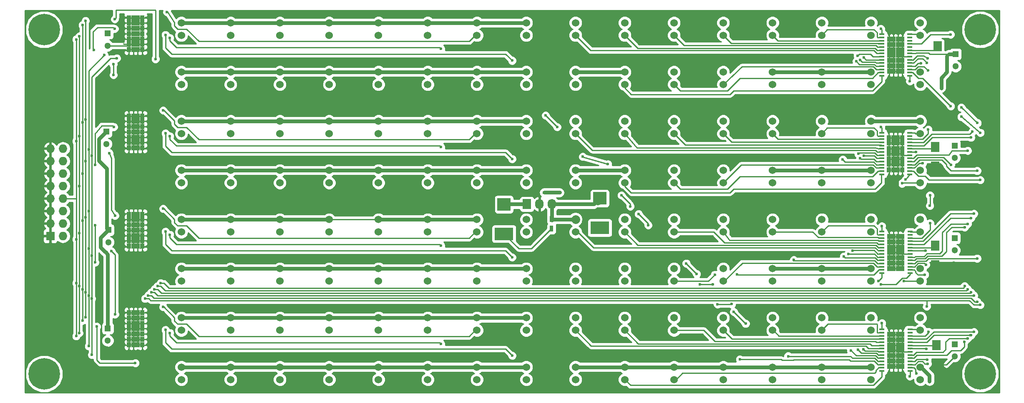
<source format=gbr>
G04 #@! TF.FileFunction,Copper,L2,Bot,Signal*
%FSLAX46Y46*%
G04 Gerber Fmt 4.6, Leading zero omitted, Abs format (unit mm)*
G04 Created by KiCad (PCBNEW 4.0.4-stable) date Wed Oct 19 09:49:36 2016*
%MOMM*%
%LPD*%
G01*
G04 APERTURE LIST*
%ADD10C,0.100000*%
%ADD11C,1.524000*%
%ADD12R,1.727200X1.727200*%
%ADD13O,1.727200X1.727200*%
%ADD14R,1.700000X2.000000*%
%ADD15R,0.890000X1.100000*%
%ADD16R,1.100000X0.400000*%
%ADD17R,1.300000X1.300000*%
%ADD18C,1.300000*%
%ADD19R,2.700020X2.550160*%
%ADD20R,3.799840X2.550160*%
%ADD21R,0.750000X1.200000*%
%ADD22R,1.727200X2.032000*%
%ADD23O,1.727200X2.032000*%
%ADD24C,6.400000*%
%ADD25C,0.600000*%
%ADD26C,0.800000*%
%ADD27C,0.250000*%
%ADD28C,1.750000*%
%ADD29C,0.254000*%
G04 APERTURE END LIST*
D10*
D11*
X211370000Y-99950000D03*
X211370000Y-97410000D03*
X211370000Y-49950000D03*
X211370000Y-47410000D03*
X211370000Y-59950000D03*
X211370000Y-57410000D03*
X211370000Y-69950000D03*
X211370000Y-67410000D03*
X211370000Y-79950000D03*
X211370000Y-77410000D03*
X291370000Y-99950000D03*
X291370000Y-97410000D03*
X231370000Y-79950000D03*
X231370000Y-77410000D03*
D12*
X114790000Y-90780000D03*
D13*
X117330000Y-90780000D03*
X114790000Y-88240000D03*
X117330000Y-88240000D03*
X114790000Y-85700000D03*
X117330000Y-85700000D03*
X114790000Y-83160000D03*
X117330000Y-83160000D03*
X114790000Y-80620000D03*
X117330000Y-80620000D03*
X114790000Y-78080000D03*
X117330000Y-78080000D03*
X114790000Y-75540000D03*
X117330000Y-75540000D03*
X114790000Y-73000000D03*
X117330000Y-73000000D03*
D11*
X151370000Y-109950000D03*
X151370000Y-107410000D03*
X161370000Y-99950000D03*
X161370000Y-97410000D03*
X181370000Y-119950000D03*
X181370000Y-117410000D03*
X171370000Y-119950000D03*
X171370000Y-117410000D03*
X151370000Y-119950000D03*
X151370000Y-117410000D03*
X141370000Y-119950000D03*
X141370000Y-117410000D03*
X181370000Y-109950000D03*
X181370000Y-107410000D03*
X161370000Y-119950000D03*
X161370000Y-117410000D03*
X191370000Y-119950000D03*
X191370000Y-117410000D03*
X201370000Y-119950000D03*
X201370000Y-117410000D03*
X211370000Y-119950000D03*
X211370000Y-117410000D03*
X141370000Y-109950000D03*
X141370000Y-107410000D03*
X161370000Y-109950000D03*
X161370000Y-107410000D03*
X171370000Y-109950000D03*
X171370000Y-107410000D03*
X191370000Y-109950000D03*
X191370000Y-107410000D03*
X201370000Y-109950000D03*
X201370000Y-107410000D03*
X211370000Y-109950000D03*
X211370000Y-107410000D03*
X141370000Y-99950000D03*
X141370000Y-97410000D03*
X151370000Y-99950000D03*
X151370000Y-97410000D03*
X171370000Y-99950000D03*
X171370000Y-97410000D03*
X181370000Y-99950000D03*
X181370000Y-97410000D03*
X191370000Y-99950000D03*
X191370000Y-97410000D03*
X201370000Y-99950000D03*
X201370000Y-97410000D03*
X141370000Y-89950000D03*
X141370000Y-87410000D03*
X151370000Y-89950000D03*
X151370000Y-87410000D03*
X161370000Y-89950000D03*
X161370000Y-87410000D03*
X171370000Y-89950000D03*
X171370000Y-87410000D03*
X181370000Y-89950000D03*
X181370000Y-87410000D03*
X191370000Y-89950000D03*
X191370000Y-87410000D03*
X201370000Y-89950000D03*
X201370000Y-87410000D03*
X211370000Y-89950000D03*
X211370000Y-87410000D03*
X141370000Y-79950000D03*
X141370000Y-77410000D03*
X151370000Y-79950000D03*
X151370000Y-77410000D03*
X161370000Y-79950000D03*
X161370000Y-77410000D03*
X171370000Y-79950000D03*
X171370000Y-77410000D03*
X181370000Y-79950000D03*
X181370000Y-77410000D03*
X191370000Y-79950000D03*
X191370000Y-77410000D03*
X201370000Y-79950000D03*
X201370000Y-77410000D03*
X141370000Y-69950000D03*
X141370000Y-67410000D03*
X151370000Y-69950000D03*
X151370000Y-67410000D03*
X161370000Y-69950000D03*
X161370000Y-67410000D03*
X171370000Y-69950000D03*
X171370000Y-67410000D03*
X181370000Y-69950000D03*
X181370000Y-67410000D03*
X191370000Y-69950000D03*
X191370000Y-67410000D03*
X201370000Y-69950000D03*
X201370000Y-67410000D03*
X141370000Y-59950000D03*
X141370000Y-57410000D03*
X151370000Y-59950000D03*
X151370000Y-57410000D03*
X161370000Y-59950000D03*
X161370000Y-57410000D03*
X171370000Y-59950000D03*
X171370000Y-57410000D03*
X181370000Y-59950000D03*
X181370000Y-57410000D03*
X191370000Y-59950000D03*
X191370000Y-57410000D03*
X201370000Y-59950000D03*
X201370000Y-57410000D03*
X141370000Y-49950000D03*
X141370000Y-47410000D03*
X151370000Y-49950000D03*
X151370000Y-47410000D03*
X161370000Y-49950000D03*
X161370000Y-47410000D03*
X171370000Y-49950000D03*
X171370000Y-47410000D03*
X181370000Y-49950000D03*
X181370000Y-47410000D03*
X191370000Y-49950000D03*
X191370000Y-47410000D03*
X201370000Y-49950000D03*
X201370000Y-47410000D03*
X221370000Y-119950000D03*
X221370000Y-117410000D03*
X231370000Y-119950000D03*
X231370000Y-117410000D03*
X241370000Y-119950000D03*
X241370000Y-117410000D03*
X251370000Y-119950000D03*
X251370000Y-117410000D03*
X261370000Y-119950000D03*
X261370000Y-117410000D03*
X271370000Y-119950000D03*
X271370000Y-117410000D03*
X281370000Y-119950000D03*
X281370000Y-117410000D03*
X291370000Y-119950000D03*
X291370000Y-117410000D03*
X221370000Y-109950000D03*
X221370000Y-107410000D03*
X231370000Y-109950000D03*
X231370000Y-107410000D03*
X241370000Y-109950000D03*
X241370000Y-107410000D03*
X251370000Y-109950000D03*
X251370000Y-107410000D03*
X261370000Y-109950000D03*
X261370000Y-107410000D03*
X271370000Y-109950000D03*
X271370000Y-107410000D03*
X281370000Y-109950000D03*
X281370000Y-107410000D03*
X291370000Y-109950000D03*
X291370000Y-107410000D03*
X221370000Y-99950000D03*
X221370000Y-97410000D03*
X231370000Y-99950000D03*
X231370000Y-97410000D03*
X241370000Y-99950000D03*
X241370000Y-97410000D03*
X251370000Y-99950000D03*
X251370000Y-97410000D03*
X261370000Y-99950000D03*
X261370000Y-97410000D03*
X271370000Y-99950000D03*
X271370000Y-97410000D03*
X281370000Y-99950000D03*
X281370000Y-97410000D03*
X221370000Y-89950000D03*
X221370000Y-87410000D03*
X231370000Y-89950000D03*
X231370000Y-87410000D03*
X241370000Y-89950000D03*
X241370000Y-87410000D03*
X251370000Y-89950000D03*
X251370000Y-87410000D03*
X261370000Y-89950000D03*
X261370000Y-87410000D03*
X271370000Y-89950000D03*
X271370000Y-87410000D03*
X281370000Y-89950000D03*
X281370000Y-87410000D03*
X291370000Y-89950000D03*
X291370000Y-87410000D03*
X221370000Y-79950000D03*
X221370000Y-77410000D03*
X241370000Y-79950000D03*
X241370000Y-77410000D03*
X251370000Y-79950000D03*
X251370000Y-77410000D03*
X261370000Y-79950000D03*
X261370000Y-77410000D03*
X271370000Y-79950000D03*
X271370000Y-77410000D03*
X281370000Y-79950000D03*
X281370000Y-77410000D03*
X291370000Y-79950000D03*
X291370000Y-77410000D03*
X221370000Y-69950000D03*
X221370000Y-67410000D03*
X231370000Y-69950000D03*
X231370000Y-67410000D03*
X241370000Y-69950000D03*
X241370000Y-67410000D03*
X251370000Y-69950000D03*
X251370000Y-67410000D03*
X261370000Y-69950000D03*
X261370000Y-67410000D03*
X271370000Y-69950000D03*
X271370000Y-67410000D03*
X281370000Y-69950000D03*
X281370000Y-67410000D03*
X291370000Y-69950000D03*
X291370000Y-67410000D03*
X221370000Y-59950000D03*
X221370000Y-57410000D03*
X231370000Y-59950000D03*
X231370000Y-57410000D03*
X241370000Y-59950000D03*
X241370000Y-57410000D03*
X251370000Y-59950000D03*
X251370000Y-57410000D03*
X261370000Y-59950000D03*
X261370000Y-57410000D03*
X271370000Y-59950000D03*
X271370000Y-57410000D03*
X281370000Y-59950000D03*
X281370000Y-57410000D03*
X291370000Y-59950000D03*
X291370000Y-57410000D03*
X221370000Y-49950000D03*
X221370000Y-47410000D03*
X231370000Y-49950000D03*
X231370000Y-47410000D03*
X241370000Y-49950000D03*
X241370000Y-47410000D03*
X251370000Y-49950000D03*
X251370000Y-47410000D03*
X261370000Y-49950000D03*
X261370000Y-47410000D03*
X271370000Y-49950000D03*
X271370000Y-47410000D03*
X281370000Y-49950000D03*
X281370000Y-47410000D03*
X291370000Y-49950000D03*
X291370000Y-47410000D03*
D14*
X294640000Y-116935000D03*
X294640000Y-112935000D03*
X294386000Y-96742000D03*
X294386000Y-92742000D03*
X294386000Y-76676000D03*
X294386000Y-72676000D03*
X294863520Y-48210720D03*
X294863520Y-52210720D03*
D15*
X131652000Y-112858750D03*
X131652000Y-110699750D03*
X131652000Y-111756000D03*
X131652000Y-107438000D03*
X131652000Y-106381750D03*
X131652000Y-108540750D03*
X131652000Y-109597000D03*
X130763000Y-109597000D03*
X130763000Y-108540750D03*
X130763000Y-106381750D03*
X130763000Y-107438000D03*
X130763000Y-111756000D03*
X130763000Y-110699750D03*
X130763000Y-112858750D03*
X132541000Y-112858750D03*
X132541000Y-110699750D03*
X132541000Y-111756000D03*
X132541000Y-107438000D03*
X132541000Y-106381750D03*
X132541000Y-108540750D03*
X132541000Y-109597000D03*
X133430000Y-109597000D03*
X133430000Y-108540750D03*
X133430000Y-106381750D03*
X133430000Y-107438000D03*
X133430000Y-111756000D03*
X133430000Y-110699750D03*
X133430000Y-112858750D03*
X131652000Y-92838750D03*
X131652000Y-90679750D03*
X131652000Y-91736000D03*
X131652000Y-87418000D03*
X131652000Y-86361750D03*
X131652000Y-88520750D03*
X131652000Y-89577000D03*
X130763000Y-89577000D03*
X130763000Y-88520750D03*
X130763000Y-86361750D03*
X130763000Y-87418000D03*
X130763000Y-91736000D03*
X130763000Y-90679750D03*
X130763000Y-92838750D03*
X132541000Y-92838750D03*
X132541000Y-90679750D03*
X132541000Y-91736000D03*
X132541000Y-87418000D03*
X132541000Y-86361750D03*
X132541000Y-88520750D03*
X132541000Y-89577000D03*
X133430000Y-89577000D03*
X133430000Y-88520750D03*
X133430000Y-86361750D03*
X133430000Y-87418000D03*
X133430000Y-91736000D03*
X133430000Y-90679750D03*
X133430000Y-92838750D03*
X131652000Y-52862250D03*
X131652000Y-50703250D03*
X131652000Y-51759500D03*
X131652000Y-47441500D03*
X131652000Y-46385250D03*
X131652000Y-48544250D03*
X131652000Y-49600500D03*
X130763000Y-49600500D03*
X130763000Y-48544250D03*
X130763000Y-46385250D03*
X130763000Y-47441500D03*
X130763000Y-51759500D03*
X130763000Y-50703250D03*
X130763000Y-52862250D03*
X132541000Y-52862250D03*
X132541000Y-50703250D03*
X132541000Y-51759500D03*
X132541000Y-47441500D03*
X132541000Y-46385250D03*
X132541000Y-48544250D03*
X132541000Y-49600500D03*
X133430000Y-49600500D03*
X133430000Y-48544250D03*
X133430000Y-46385250D03*
X133430000Y-47441500D03*
X133430000Y-51759500D03*
X133430000Y-50703250D03*
X133430000Y-52862250D03*
X286838000Y-117268750D03*
X286838000Y-115109750D03*
X286838000Y-116166000D03*
X286838000Y-111848000D03*
X286838000Y-110791750D03*
X286838000Y-112950750D03*
X286838000Y-114007000D03*
X287727000Y-114007000D03*
X287727000Y-112950750D03*
X287727000Y-110791750D03*
X287727000Y-111848000D03*
X287727000Y-116166000D03*
X287727000Y-115109750D03*
X287727000Y-117268750D03*
X285949000Y-117268750D03*
X285949000Y-115109750D03*
X285949000Y-116166000D03*
X285949000Y-111848000D03*
X285949000Y-110791750D03*
X285949000Y-112950750D03*
X285949000Y-114007000D03*
X285060000Y-114007000D03*
X285060000Y-112950750D03*
X285060000Y-110791750D03*
X285060000Y-111848000D03*
X285060000Y-116166000D03*
X285060000Y-115109750D03*
X285060000Y-117268750D03*
D16*
X283560000Y-118225000D03*
X283560000Y-117575000D03*
X283560000Y-116925000D03*
X283560000Y-116275000D03*
X283560000Y-115625000D03*
X283560000Y-114975000D03*
X283560000Y-114325000D03*
X283560000Y-113675000D03*
X283560000Y-113025000D03*
X283560000Y-112375000D03*
X283560000Y-111725000D03*
X283560000Y-111075000D03*
X283560000Y-110425000D03*
X283560000Y-109775000D03*
X289260000Y-109775000D03*
X289260000Y-110425000D03*
X289260000Y-111075000D03*
X289260000Y-111725000D03*
X289260000Y-112375000D03*
X289260000Y-113025000D03*
X289260000Y-113675000D03*
X289260000Y-114325000D03*
X289260000Y-114975000D03*
X289260000Y-115625000D03*
X289260000Y-116275000D03*
X289260000Y-116925000D03*
X289260000Y-117575000D03*
X289260000Y-118225000D03*
D15*
X286838000Y-97368750D03*
X286838000Y-95209750D03*
X286838000Y-96266000D03*
X286838000Y-91948000D03*
X286838000Y-90891750D03*
X286838000Y-93050750D03*
X286838000Y-94107000D03*
X287727000Y-94107000D03*
X287727000Y-93050750D03*
X287727000Y-90891750D03*
X287727000Y-91948000D03*
X287727000Y-96266000D03*
X287727000Y-95209750D03*
X287727000Y-97368750D03*
X285949000Y-97368750D03*
X285949000Y-95209750D03*
X285949000Y-96266000D03*
X285949000Y-91948000D03*
X285949000Y-90891750D03*
X285949000Y-93050750D03*
X285949000Y-94107000D03*
X285060000Y-94107000D03*
X285060000Y-93050750D03*
X285060000Y-90891750D03*
X285060000Y-91948000D03*
X285060000Y-96266000D03*
X285060000Y-95209750D03*
X285060000Y-97368750D03*
D16*
X283560000Y-98325000D03*
X283560000Y-97675000D03*
X283560000Y-97025000D03*
X283560000Y-96375000D03*
X283560000Y-95725000D03*
X283560000Y-95075000D03*
X283560000Y-94425000D03*
X283560000Y-93775000D03*
X283560000Y-93125000D03*
X283560000Y-92475000D03*
X283560000Y-91825000D03*
X283560000Y-91175000D03*
X283560000Y-90525000D03*
X283560000Y-89875000D03*
X289260000Y-89875000D03*
X289260000Y-90525000D03*
X289260000Y-91175000D03*
X289260000Y-91825000D03*
X289260000Y-92475000D03*
X289260000Y-93125000D03*
X289260000Y-93775000D03*
X289260000Y-94425000D03*
X289260000Y-95075000D03*
X289260000Y-95725000D03*
X289260000Y-96375000D03*
X289260000Y-97025000D03*
X289260000Y-97675000D03*
X289260000Y-98325000D03*
D15*
X286798000Y-77278750D03*
X286798000Y-75119750D03*
X286798000Y-76176000D03*
X286798000Y-71858000D03*
X286798000Y-70801750D03*
X286798000Y-72960750D03*
X286798000Y-74017000D03*
X287687000Y-74017000D03*
X287687000Y-72960750D03*
X287687000Y-70801750D03*
X287687000Y-71858000D03*
X287687000Y-76176000D03*
X287687000Y-75119750D03*
X287687000Y-77278750D03*
X285909000Y-77278750D03*
X285909000Y-75119750D03*
X285909000Y-76176000D03*
X285909000Y-71858000D03*
X285909000Y-70801750D03*
X285909000Y-72960750D03*
X285909000Y-74017000D03*
X285020000Y-74017000D03*
X285020000Y-72960750D03*
X285020000Y-70801750D03*
X285020000Y-71858000D03*
X285020000Y-76176000D03*
X285020000Y-75119750D03*
X285020000Y-77278750D03*
D16*
X283520000Y-78235000D03*
X283520000Y-77585000D03*
X283520000Y-76935000D03*
X283520000Y-76285000D03*
X283520000Y-75635000D03*
X283520000Y-74985000D03*
X283520000Y-74335000D03*
X283520000Y-73685000D03*
X283520000Y-73035000D03*
X283520000Y-72385000D03*
X283520000Y-71735000D03*
X283520000Y-71085000D03*
X283520000Y-70435000D03*
X283520000Y-69785000D03*
X289220000Y-69785000D03*
X289220000Y-70435000D03*
X289220000Y-71085000D03*
X289220000Y-71735000D03*
X289220000Y-72385000D03*
X289220000Y-73035000D03*
X289220000Y-73685000D03*
X289220000Y-74335000D03*
X289220000Y-74985000D03*
X289220000Y-75635000D03*
X289220000Y-76285000D03*
X289220000Y-76935000D03*
X289220000Y-77585000D03*
X289220000Y-78235000D03*
D15*
X286813000Y-57243750D03*
X286813000Y-55084750D03*
X286813000Y-56141000D03*
X286813000Y-51823000D03*
X286813000Y-50766750D03*
X286813000Y-52925750D03*
X286813000Y-53982000D03*
X287702000Y-53982000D03*
X287702000Y-52925750D03*
X287702000Y-50766750D03*
X287702000Y-51823000D03*
X287702000Y-56141000D03*
X287702000Y-55084750D03*
X287702000Y-57243750D03*
X285924000Y-57243750D03*
X285924000Y-55084750D03*
X285924000Y-56141000D03*
X285924000Y-51823000D03*
X285924000Y-50766750D03*
X285924000Y-52925750D03*
X285924000Y-53982000D03*
X285035000Y-53982000D03*
X285035000Y-52925750D03*
X285035000Y-50766750D03*
X285035000Y-51823000D03*
X285035000Y-56141000D03*
X285035000Y-55084750D03*
X285035000Y-57243750D03*
D16*
X283535000Y-58200000D03*
X283535000Y-57550000D03*
X283535000Y-56900000D03*
X283535000Y-56250000D03*
X283535000Y-55600000D03*
X283535000Y-54950000D03*
X283535000Y-54300000D03*
X283535000Y-53650000D03*
X283535000Y-53000000D03*
X283535000Y-52350000D03*
X283535000Y-51700000D03*
X283535000Y-51050000D03*
X283535000Y-50400000D03*
X283535000Y-49750000D03*
X289235000Y-49750000D03*
X289235000Y-50400000D03*
X289235000Y-51050000D03*
X289235000Y-51700000D03*
X289235000Y-52350000D03*
X289235000Y-53000000D03*
X289235000Y-53650000D03*
X289235000Y-54300000D03*
X289235000Y-54950000D03*
X289235000Y-55600000D03*
X289235000Y-56250000D03*
X289235000Y-56900000D03*
X289235000Y-57550000D03*
X289235000Y-58200000D03*
D15*
X131652000Y-72848750D03*
X131652000Y-70689750D03*
X131652000Y-71746000D03*
X131652000Y-67428000D03*
X131652000Y-66371750D03*
X131652000Y-68530750D03*
X131652000Y-69587000D03*
X130763000Y-69587000D03*
X130763000Y-68530750D03*
X130763000Y-66371750D03*
X130763000Y-67428000D03*
X130763000Y-71746000D03*
X130763000Y-70689750D03*
X130763000Y-72848750D03*
X132541000Y-72848750D03*
X132541000Y-70689750D03*
X132541000Y-71746000D03*
X132541000Y-67428000D03*
X132541000Y-66371750D03*
X132541000Y-68530750D03*
X132541000Y-69587000D03*
X133430000Y-69587000D03*
X133430000Y-68530750D03*
X133430000Y-66371750D03*
X133430000Y-67428000D03*
X133430000Y-71746000D03*
X133430000Y-70689750D03*
X133430000Y-72848750D03*
D17*
X126431040Y-109560360D03*
D18*
X126431040Y-112060360D03*
D19*
X226314000Y-83106260D03*
D20*
X226314000Y-89105740D03*
D17*
X126542800Y-89535000D03*
D18*
X126542800Y-92035000D03*
D17*
X126120000Y-69550000D03*
D18*
X126120000Y-72050000D03*
D17*
X126365000Y-49555400D03*
D18*
X126365000Y-52055400D03*
D17*
X298323000Y-112776000D03*
D18*
X298323000Y-115276000D03*
D17*
X298323000Y-91186000D03*
D18*
X298323000Y-93686000D03*
D17*
X298323000Y-72390000D03*
D18*
X298323000Y-74890000D03*
D19*
X206870000Y-84340260D03*
D20*
X206870000Y-90339740D03*
D21*
X216520000Y-87350000D03*
X216520000Y-89250000D03*
D17*
X298510000Y-53780000D03*
D18*
X298510000Y-56280000D03*
D22*
X211510000Y-84290000D03*
D23*
X214050000Y-84290000D03*
X216590000Y-84290000D03*
D24*
X113520000Y-48800000D03*
X113520000Y-118800000D03*
X303520000Y-118800000D03*
X303520000Y-48800000D03*
D25*
X293237920Y-120324880D03*
X139039600Y-110495200D03*
X194056000Y-112705000D03*
X138150600Y-109860200D03*
X208508600Y-115092600D03*
X137668000Y-105212000D03*
X298220000Y-96240000D03*
X124190000Y-109190000D03*
X132020000Y-116610000D03*
X127127000Y-93853000D03*
X127889000Y-106680000D03*
X194056000Y-92705000D03*
X139039600Y-90495200D03*
X208508600Y-95092600D03*
X138150000Y-89890000D03*
X137668000Y-85212000D03*
X194056000Y-72705000D03*
X139039600Y-70495200D03*
X208508600Y-75092600D03*
X138150600Y-69860200D03*
X137668000Y-65212000D03*
X139039600Y-50495200D03*
X194056000Y-52705000D03*
X138150600Y-49860200D03*
X208508600Y-55092600D03*
X138430000Y-45212000D03*
X123888500Y-88582500D03*
X123825000Y-96139000D03*
X127635000Y-68580000D03*
X123825000Y-76327000D03*
X127812800Y-48628300D03*
X123571000Y-52959000D03*
X126746000Y-73914000D03*
X127889000Y-86614000D03*
X127571500Y-55829200D03*
X127596900Y-58026300D03*
X292860000Y-116770000D03*
X217650000Y-68610000D03*
X222830000Y-74640000D03*
X227940000Y-76130000D03*
X230695500Y-82486500D03*
X232486200Y-84734400D03*
X234165140Y-86278720D03*
X236120940Y-88569800D03*
X243860320Y-96337120D03*
X245983760Y-98488500D03*
X253499620Y-106199940D03*
X255902460Y-108574840D03*
X215310000Y-66250000D03*
X136103360Y-54762400D03*
X127853440Y-46664880D03*
X289237420Y-119283480D03*
X254728980Y-115839240D03*
X264540000Y-115210000D03*
X277296880Y-114040920D03*
X278709120Y-113934240D03*
X279840000Y-113800000D03*
X283570680Y-108516420D03*
X283400000Y-100570000D03*
X253080000Y-104620000D03*
X250210000Y-104670000D03*
X282880000Y-99900000D03*
X249250000Y-100570000D03*
X246600000Y-100610000D03*
X254160000Y-98600000D03*
X249660000Y-98620000D03*
X265684000Y-95631000D03*
X275805900Y-94937580D03*
X276733000Y-94457520D03*
X277650000Y-93760000D03*
X288013140Y-99956620D03*
X283560000Y-88770000D03*
X288394140Y-79286100D03*
X275614000Y-75245000D03*
X279146000Y-74991000D03*
X279900000Y-74460000D03*
X287660080Y-80068420D03*
X278765000Y-74041000D03*
X283337000Y-68580000D03*
X289255200Y-59283600D03*
X278384000Y-55245000D03*
X279146000Y-54991000D03*
X279908000Y-54483000D03*
X278638000Y-54102000D03*
X283337000Y-48641000D03*
X292486080Y-96583500D03*
X293019480Y-110220760D03*
X291868860Y-75948540D03*
X293319200Y-84592160D03*
X293339520Y-88168480D03*
X293324280Y-82524600D03*
X292978840Y-69123560D03*
X292912800Y-57119520D03*
X123190000Y-94760000D03*
X297550000Y-64370000D03*
X292650000Y-105050000D03*
X292280000Y-98630000D03*
X299694600Y-66522600D03*
X303540000Y-69750000D03*
X290555680Y-118696740D03*
X303530000Y-79375000D03*
X303530000Y-104775000D03*
X133985000Y-103505000D03*
X123190000Y-103505000D03*
X123190000Y-74422000D03*
X123190000Y-114935000D03*
X128270000Y-54610000D03*
X291480000Y-55650000D03*
X302900000Y-95330000D03*
X292806120Y-115953540D03*
X299682220Y-64634400D03*
X302970000Y-67790000D03*
X302895000Y-77508100D03*
X302895000Y-104140000D03*
X122555000Y-102870000D03*
X134620000Y-102870000D03*
X125730000Y-53975000D03*
X122555000Y-73152000D03*
X122555000Y-93345000D03*
X122555000Y-85725000D03*
X122555000Y-113157000D03*
X300357540Y-89006680D03*
X300319440Y-112257840D03*
X297561000Y-76327000D03*
X292653720Y-55595520D03*
X137160000Y-100330000D03*
X300355000Y-100965000D03*
X120015000Y-50800000D03*
X120015000Y-111125000D03*
X120015000Y-100330000D03*
X120015000Y-91440000D03*
X120020000Y-71470000D03*
X120650000Y-80645000D03*
X300984920Y-88315800D03*
X292836600Y-54635400D03*
X300987460Y-111615220D03*
X300990000Y-73406000D03*
X300990000Y-101600000D03*
X120650000Y-100965000D03*
X136525000Y-100965000D03*
X120650000Y-90170000D03*
X120650000Y-70485000D03*
X120650000Y-110490000D03*
X120650000Y-50165000D03*
X301940000Y-69570000D03*
X302254920Y-86222840D03*
X302254920Y-110253780D03*
X302260000Y-102870000D03*
X297520000Y-49790000D03*
X121920000Y-102235000D03*
X135255000Y-102235000D03*
X121920000Y-67056000D03*
X121920000Y-46990000D03*
X121920000Y-107315000D03*
X121920000Y-75565000D03*
X121920000Y-86995000D03*
X121285000Y-78105000D03*
X301630080Y-87111840D03*
X301627540Y-110962440D03*
X301625000Y-110962440D03*
X301619920Y-110952280D03*
X301625000Y-70739000D03*
X301625000Y-102235000D03*
X121285000Y-101600000D03*
X135890000Y-101600000D03*
X121285000Y-87630000D03*
X121285000Y-107950000D03*
X121285000Y-67691000D03*
X121285000Y-47879000D03*
X214950000Y-81990000D03*
X218140000Y-81920000D03*
X126238000Y-82169000D03*
X292620000Y-113720000D03*
X295610000Y-60690000D03*
X290500000Y-73680000D03*
X292470000Y-93760000D03*
D26*
X226314000Y-83106260D02*
X225130260Y-84290000D01*
X225130260Y-84290000D02*
X226314000Y-83106260D01*
X216590000Y-84290000D02*
X225130260Y-84290000D01*
D27*
X225130260Y-84290000D02*
X226314000Y-83106260D01*
X171370000Y-87410000D02*
X181370000Y-87410000D01*
D26*
X191370000Y-87410000D02*
X201370000Y-87410000D01*
X216535000Y-83566000D02*
X216535000Y-87585000D01*
X216535000Y-87585000D02*
X216710000Y-87410000D01*
X216710000Y-87410000D02*
X221370000Y-87410000D01*
X291370000Y-67410000D02*
X281370000Y-67410000D01*
X151370000Y-107410000D02*
X141370000Y-107410000D01*
X161370000Y-107410000D02*
X151370000Y-107410000D01*
X171370000Y-107410000D02*
X161370000Y-107410000D01*
X181370000Y-107410000D02*
X171370000Y-107410000D01*
X191370000Y-107410000D02*
X181370000Y-107410000D01*
X201370000Y-107410000D02*
X191370000Y-107410000D01*
X211370000Y-107410000D02*
X201370000Y-107410000D01*
X271370000Y-57410000D02*
X281370000Y-57410000D01*
X261370000Y-57410000D02*
X271370000Y-57410000D01*
X221370000Y-57410000D02*
X231370000Y-57410000D01*
X201370000Y-47410000D02*
X211370000Y-47410000D01*
X191370000Y-47410000D02*
X201370000Y-47410000D01*
X181370000Y-47410000D02*
X191370000Y-47410000D01*
X171370000Y-47410000D02*
X181370000Y-47410000D01*
X161370000Y-47410000D02*
X171370000Y-47410000D01*
X151370000Y-47410000D02*
X161370000Y-47410000D01*
X141370000Y-47410000D02*
X151370000Y-47410000D01*
X201370000Y-77410000D02*
X211370000Y-77410000D01*
X201370000Y-67410000D02*
X211370000Y-67410000D01*
X151370000Y-67410000D02*
X141370000Y-67410000D01*
X161370000Y-67410000D02*
X151370000Y-67410000D01*
X171370000Y-67410000D02*
X161370000Y-67410000D01*
X181370000Y-67410000D02*
X171370000Y-67410000D01*
X191370000Y-67410000D02*
X181370000Y-67410000D01*
X201370000Y-67410000D02*
X191370000Y-67410000D01*
X191370000Y-77410000D02*
X201370000Y-77410000D01*
X181370000Y-77410000D02*
X191370000Y-77410000D01*
X171370000Y-77410000D02*
X181370000Y-77410000D01*
X161370000Y-77410000D02*
X171370000Y-77410000D01*
X151370000Y-77410000D02*
X161370000Y-77410000D01*
X141370000Y-77410000D02*
X151370000Y-77410000D01*
X151370000Y-117410000D02*
X141370000Y-117410000D01*
X161370000Y-117410000D02*
X151370000Y-117410000D01*
X171370000Y-117410000D02*
X161370000Y-117410000D01*
X181370000Y-117410000D02*
X171370000Y-117410000D01*
X191370000Y-117410000D02*
X181370000Y-117410000D01*
X201370000Y-117410000D02*
X191370000Y-117410000D01*
X211370000Y-117410000D02*
X201370000Y-117410000D01*
X271370000Y-117410000D02*
X281370000Y-117410000D01*
X261370000Y-117410000D02*
X271370000Y-117410000D01*
X251370000Y-117410000D02*
X261370000Y-117410000D01*
X241370000Y-117410000D02*
X251370000Y-117410000D01*
X231370000Y-117410000D02*
X241370000Y-117410000D01*
X221370000Y-117410000D02*
X231370000Y-117410000D01*
X271370000Y-97410000D02*
X281370000Y-97410000D01*
X261370000Y-97410000D02*
X271370000Y-97410000D01*
X191370000Y-87410000D02*
X181370000Y-87410000D01*
X181370000Y-97410000D02*
X191370000Y-97410000D01*
X171370000Y-97410000D02*
X181370000Y-97410000D01*
X161370000Y-97410000D02*
X171370000Y-97410000D01*
X141370000Y-97410000D02*
X151370000Y-97410000D01*
X151370000Y-87410000D02*
X141370000Y-87410000D01*
X161370000Y-87410000D02*
X151370000Y-87410000D01*
X171370000Y-87410000D02*
X161370000Y-87410000D01*
X221370000Y-77410000D02*
X231370000Y-77410000D01*
X291370000Y-117410000D02*
X291534620Y-117410000D01*
X291534620Y-117410000D02*
X293237920Y-119113300D01*
X293237920Y-119113300D02*
X293237920Y-120324880D01*
X281370000Y-77410000D02*
X271370000Y-77410000D01*
D28*
X221370000Y-87410000D02*
X221370000Y-87367000D01*
D26*
X261370000Y-77410000D02*
X271360002Y-77410000D01*
D28*
X225854260Y-83566000D02*
X226314000Y-83106260D01*
D26*
X141370000Y-97410000D02*
X211370000Y-97410000D01*
X141370000Y-57410000D02*
X211370000Y-57410000D01*
D27*
X139039600Y-110495200D02*
X139039600Y-111104800D01*
X139039600Y-111104800D02*
X140385800Y-112451000D01*
X193802000Y-112451000D02*
X140385800Y-112451000D01*
X194056000Y-112705000D02*
X193802000Y-112451000D01*
X138150600Y-109860200D02*
X138150600Y-112476400D01*
X139420600Y-113746400D02*
X207162400Y-113746400D01*
X207162400Y-113746400D02*
X208508600Y-115092600D01*
X138150600Y-112476400D02*
X139420600Y-113746400D01*
X151370000Y-109950000D02*
X151296000Y-109950000D01*
X171370000Y-109950000D02*
X171362000Y-109950000D01*
X139954000Y-107371000D02*
X139954000Y-108031400D01*
X137795000Y-105212000D02*
X139954000Y-107371000D01*
X137668000Y-105212000D02*
X137795000Y-105212000D01*
X142443200Y-108666400D02*
X144957800Y-111181000D01*
X140589000Y-108666400D02*
X142443200Y-108666400D01*
X139954000Y-108031400D02*
X140589000Y-108666400D01*
X199771000Y-111181000D02*
X201002000Y-109950000D01*
X144957800Y-111181000D02*
X199771000Y-111181000D01*
X201002000Y-109950000D02*
X201370000Y-109950000D01*
X294386000Y-96742000D02*
X297718000Y-96742000D01*
X297718000Y-96742000D02*
X298220000Y-96240000D01*
X130467100Y-52055400D02*
X130763000Y-51759500D01*
X285035000Y-57243750D02*
X285035000Y-50766750D01*
X285035000Y-50766750D02*
X285924000Y-50766750D01*
X285924000Y-50766750D02*
X285924000Y-57243750D01*
X285924000Y-57243750D02*
X286813000Y-57243750D01*
X286813000Y-57243750D02*
X286813000Y-50766750D01*
X286813000Y-50766750D02*
X287702000Y-50766750D01*
X287702000Y-50766750D02*
X287702000Y-57243750D01*
X287687000Y-71858000D02*
X285020000Y-71858000D01*
X285020000Y-71858000D02*
X285020000Y-72960750D01*
X285020000Y-72960750D02*
X287687000Y-72960750D01*
X287687000Y-72960750D02*
X287687000Y-74017000D01*
X287687000Y-74017000D02*
X285020000Y-74017000D01*
X285020000Y-74017000D02*
X285020000Y-75119750D01*
X285020000Y-75119750D02*
X287687000Y-75119750D01*
X287687000Y-75119750D02*
X287687000Y-76176000D01*
X287687000Y-76176000D02*
X285020000Y-76176000D01*
X285020000Y-76176000D02*
X285020000Y-77278750D01*
X285020000Y-77278750D02*
X287687000Y-77278750D01*
X286798000Y-77278750D02*
X286798000Y-70801750D01*
X285909000Y-70801750D02*
X285909000Y-77278750D01*
X285909000Y-71858000D02*
X286798000Y-71858000D01*
X286798000Y-71858000D02*
X286798000Y-76176000D01*
X286798000Y-76176000D02*
X285909000Y-76176000D01*
X285909000Y-76176000D02*
X285909000Y-71858000D01*
X285020000Y-70801750D02*
X285020000Y-77278750D01*
X285020000Y-77278750D02*
X287687000Y-77278750D01*
X287687000Y-77278750D02*
X287687000Y-70801750D01*
X287687000Y-70801750D02*
X285020000Y-70801750D01*
X285060000Y-97368750D02*
X285060000Y-90891750D01*
X285060000Y-90891750D02*
X285949000Y-90891750D01*
X285949000Y-90891750D02*
X285949000Y-97368750D01*
X285949000Y-97368750D02*
X286838000Y-97368750D01*
X286838000Y-97368750D02*
X286838000Y-90891750D01*
X285060000Y-97368750D02*
X287727000Y-97368750D01*
X287727000Y-97368750D02*
X287727000Y-96266000D01*
X287727000Y-96266000D02*
X285060000Y-96266000D01*
X285060000Y-96266000D02*
X285060000Y-97368750D01*
X285060000Y-97368750D02*
X285060000Y-95209750D01*
X285060000Y-95209750D02*
X287727000Y-95209750D01*
X287727000Y-95209750D02*
X287727000Y-94107000D01*
X287727000Y-94107000D02*
X285060000Y-94107000D01*
X285060000Y-94107000D02*
X285060000Y-93050750D01*
X285060000Y-93050750D02*
X287727000Y-93050750D01*
X287727000Y-93050750D02*
X287727000Y-91948000D01*
X287727000Y-91948000D02*
X285060000Y-91948000D01*
X285060000Y-91948000D02*
X285060000Y-90891750D01*
X285060000Y-90891750D02*
X287727000Y-90891750D01*
X287727000Y-90891750D02*
X287727000Y-97368750D01*
X285060000Y-117268750D02*
X287727000Y-117268750D01*
X287727000Y-117268750D02*
X287727000Y-116166000D01*
X287727000Y-116166000D02*
X285060000Y-116166000D01*
X285060000Y-116166000D02*
X285060000Y-115109750D01*
X285060000Y-115109750D02*
X287727000Y-115109750D01*
X287727000Y-115109750D02*
X287727000Y-114007000D01*
X287727000Y-114007000D02*
X285060000Y-114007000D01*
X285060000Y-114007000D02*
X285060000Y-112950750D01*
X285060000Y-112950750D02*
X287727000Y-112950750D01*
X287727000Y-112950750D02*
X287727000Y-111848000D01*
X287727000Y-111848000D02*
X285060000Y-111848000D01*
X285060000Y-111848000D02*
X285060000Y-110791750D01*
X285060000Y-110791750D02*
X287727000Y-110791750D01*
X285949000Y-110791750D02*
X285949000Y-117268750D01*
X285949000Y-117268750D02*
X286838000Y-117268750D01*
X286838000Y-117268750D02*
X286838000Y-110791750D01*
X286838000Y-110791750D02*
X287727000Y-110791750D01*
X287727000Y-110791750D02*
X287727000Y-117268750D01*
X285060000Y-117268750D02*
X285060000Y-110791750D01*
X285060000Y-117268750D02*
X285060000Y-118920000D01*
X130763000Y-112858750D02*
X133430000Y-112858750D01*
X133430000Y-111756000D02*
X130763000Y-111756000D01*
X130763000Y-110699750D02*
X133430000Y-110699750D01*
X133430000Y-109597000D02*
X130763000Y-109597000D01*
X130763000Y-108540750D02*
X133430000Y-108540750D01*
X133430000Y-107438000D02*
X130763000Y-107438000D01*
X130763000Y-106381750D02*
X133430000Y-106381750D01*
X132541000Y-112858750D02*
X132541000Y-106381750D01*
X131652000Y-106381750D02*
X131652000Y-112858750D01*
X130763000Y-112858750D02*
X130763000Y-106381750D01*
X133430000Y-92838750D02*
X133430000Y-86361750D01*
X132541000Y-86361750D02*
X132541000Y-92838750D01*
X131652000Y-92838750D02*
X131652000Y-86361750D01*
X130763000Y-86361750D02*
X130763000Y-92838750D01*
X130763000Y-87418000D02*
X133430000Y-87418000D01*
X130763000Y-88520750D02*
X133430000Y-88520750D01*
X130763000Y-89577000D02*
X133430000Y-89577000D01*
X130763000Y-90679750D02*
X133430000Y-90679750D01*
X130763000Y-91736000D02*
X133430000Y-91736000D01*
X130763000Y-70689750D02*
X133430000Y-70689750D01*
X132541000Y-72848750D02*
X132541000Y-71746000D01*
X131652000Y-72848750D02*
X131652000Y-71746000D01*
X286813000Y-51823000D02*
X286813000Y-52925750D01*
X286813000Y-50766750D02*
X286813000Y-58773000D01*
X287702000Y-52925750D02*
X287702000Y-58868000D01*
X287702000Y-56141000D02*
X287702000Y-58638000D01*
X287702000Y-58638000D02*
X287620000Y-58720000D01*
X287620000Y-58720000D02*
X287702000Y-58720000D01*
X130763000Y-112858750D02*
X130763000Y-114127000D01*
X130763000Y-114127000D02*
X130740000Y-114150000D01*
X131652000Y-112858750D02*
X131652000Y-114372000D01*
X131652000Y-114372000D02*
X131660000Y-114380000D01*
X133430000Y-112858750D02*
X133430000Y-114050000D01*
X133430000Y-114050000D02*
X133550000Y-114170000D01*
X133430000Y-111756000D02*
X134796000Y-111756000D01*
X134796000Y-111756000D02*
X134870000Y-111830000D01*
X133430000Y-110699750D02*
X134899750Y-110699750D01*
X134899750Y-110699750D02*
X135010000Y-110810000D01*
X133430000Y-109597000D02*
X134537000Y-109597000D01*
X134537000Y-109597000D02*
X134590000Y-109650000D01*
X133430000Y-108540750D02*
X134769250Y-108540750D01*
X134769250Y-108540750D02*
X134900000Y-108410000D01*
X133430000Y-106381750D02*
X134288250Y-106381750D01*
X134288250Y-106381750D02*
X134300000Y-106370000D01*
X133430000Y-107438000D02*
X134662000Y-107438000D01*
X134662000Y-107438000D02*
X134700000Y-107400000D01*
X130763000Y-106381750D02*
X129308250Y-106381750D01*
X130763000Y-107438000D02*
X129022000Y-107438000D01*
X130763000Y-108540750D02*
X129699250Y-108540750D01*
X129699250Y-108540750D02*
X129630000Y-108610000D01*
X130763000Y-109597000D02*
X129273000Y-109597000D01*
X130763000Y-110699750D02*
X128729750Y-110699750D01*
X128729750Y-110699750D02*
X128600000Y-110570000D01*
X128600000Y-110570000D02*
X128600000Y-110560000D01*
X130763000Y-111756000D02*
X129496000Y-111756000D01*
X129496000Y-111756000D02*
X129490000Y-111750000D01*
X130763000Y-91736000D02*
X129606000Y-91736000D01*
X129606000Y-91736000D02*
X129560000Y-91690000D01*
X130763000Y-71746000D02*
X129286000Y-71746000D01*
X129286000Y-71746000D02*
X129210000Y-71670000D01*
X130763000Y-72848750D02*
X129538750Y-72848750D01*
X129538750Y-72848750D02*
X129430000Y-72740000D01*
X130763000Y-46385250D02*
X129735250Y-46385250D01*
X129735250Y-46385250D02*
X129560000Y-46210000D01*
X133430000Y-46385250D02*
X134544750Y-46385250D01*
X134544750Y-46385250D02*
X134670000Y-46260000D01*
X133430000Y-47441500D02*
X134598500Y-47441500D01*
X134598500Y-47441500D02*
X134700000Y-47340000D01*
X133430000Y-48544250D02*
X134715750Y-48544250D01*
X134715750Y-48544250D02*
X134850000Y-48410000D01*
X133430000Y-50703250D02*
X134376750Y-50703250D01*
X134376750Y-50703250D02*
X134530000Y-50550000D01*
X133430000Y-51759500D02*
X134570500Y-51759500D01*
X134570500Y-51759500D02*
X134600000Y-51730000D01*
X130763000Y-51759500D02*
X129699500Y-51759500D01*
X129699500Y-51759500D02*
X129600000Y-51660000D01*
X130763000Y-50703250D02*
X129693250Y-50703250D01*
X129693250Y-50703250D02*
X129680000Y-50690000D01*
X130763000Y-49600500D02*
X129259500Y-49600500D01*
X129259500Y-49600500D02*
X129190000Y-49670000D01*
X130763000Y-48544250D02*
X129244250Y-48544250D01*
X129244250Y-48544250D02*
X129220000Y-48520000D01*
X129220000Y-48520000D02*
X129200000Y-48520000D01*
X130763000Y-47441500D02*
X129261500Y-47441500D01*
X129261500Y-47441500D02*
X129220000Y-47400000D01*
X133430000Y-71746000D02*
X134574000Y-71746000D01*
X134574000Y-71746000D02*
X134770000Y-71550000D01*
X133430000Y-70689750D02*
X135010250Y-70689750D01*
X135010250Y-70689750D02*
X135120000Y-70580000D01*
X133430000Y-69587000D02*
X135303000Y-69587000D01*
X135303000Y-69587000D02*
X135320000Y-69570000D01*
X133430000Y-68530750D02*
X134939250Y-68530750D01*
X134939250Y-68530750D02*
X135190000Y-68280000D01*
X133430000Y-67428000D02*
X135502000Y-67428000D01*
X135502000Y-67428000D02*
X135830000Y-67100000D01*
X133430000Y-66371750D02*
X135908250Y-66371750D01*
X135908250Y-66371750D02*
X136020000Y-66260000D01*
X130763000Y-66371750D02*
X129691750Y-66371750D01*
X129691750Y-66371750D02*
X129630000Y-66310000D01*
X130763000Y-67428000D02*
X129638000Y-67428000D01*
X129638000Y-67428000D02*
X129480000Y-67270000D01*
X130763000Y-68530750D02*
X129490750Y-68530750D01*
X129490750Y-68530750D02*
X129390000Y-68430000D01*
X130763000Y-69587000D02*
X129527000Y-69587000D01*
X129527000Y-69587000D02*
X129400000Y-69460000D01*
X130763000Y-70689750D02*
X129189750Y-70689750D01*
X129189750Y-70689750D02*
X129170000Y-70670000D01*
X130763000Y-87418000D02*
X129358000Y-87418000D01*
X129358000Y-87418000D02*
X129280000Y-87340000D01*
X130763000Y-88520750D02*
X129610750Y-88520750D01*
X129610750Y-88520750D02*
X129590000Y-88500000D01*
X130763000Y-89577000D02*
X129127000Y-89577000D01*
X129127000Y-89577000D02*
X129040000Y-89490000D01*
X130763000Y-90679750D02*
X129390250Y-90679750D01*
X129390250Y-90679750D02*
X129390000Y-90680000D01*
X133430000Y-86361750D02*
X134688250Y-86361750D01*
X134688250Y-86361750D02*
X134830000Y-86220000D01*
X133430000Y-87418000D02*
X135102000Y-87418000D01*
X135102000Y-87418000D02*
X135160000Y-87360000D01*
X133430000Y-88520750D02*
X134819250Y-88520750D01*
X134819250Y-88520750D02*
X134920000Y-88420000D01*
X133430000Y-89577000D02*
X134833000Y-89577000D01*
X134833000Y-89577000D02*
X134950000Y-89460000D01*
X133430000Y-90679750D02*
X135370250Y-90679750D01*
X135370250Y-90679750D02*
X135410000Y-90640000D01*
X133430000Y-91736000D02*
X135896000Y-91736000D01*
X135896000Y-91736000D02*
X135950000Y-91790000D01*
X133430000Y-92838750D02*
X133430000Y-94010000D01*
X133430000Y-94010000D02*
X133230000Y-94210000D01*
X133230000Y-94210000D02*
X133000000Y-94210000D01*
X130763000Y-52862250D02*
X130763000Y-46385250D01*
X130763000Y-46385250D02*
X133430000Y-46385250D01*
X133430000Y-46385250D02*
X133430000Y-52862250D01*
X133430000Y-52862250D02*
X130763000Y-52862250D01*
X130763000Y-52862250D02*
X130763000Y-51759500D01*
X130763000Y-51759500D02*
X133430000Y-51759500D01*
X133430000Y-51759500D02*
X133430000Y-50703250D01*
X133430000Y-50703250D02*
X130763000Y-50703250D01*
X130763000Y-50703250D02*
X130763000Y-49600500D01*
X130763000Y-49600500D02*
X133430000Y-49600500D01*
X133430000Y-49600500D02*
X133430000Y-48544250D01*
X133430000Y-48544250D02*
X130763000Y-48544250D01*
X130763000Y-48544250D02*
X130763000Y-47441500D01*
X130763000Y-47441500D02*
X133430000Y-47441500D01*
X130763000Y-72848750D02*
X133691250Y-72848750D01*
X133691250Y-72848750D02*
X133430000Y-72848750D01*
X130763000Y-71746000D02*
X133430000Y-71746000D01*
X130763000Y-69587000D02*
X133430000Y-69587000D01*
X130763000Y-68530750D02*
X133430000Y-68530750D01*
X132541000Y-66371750D02*
X132541000Y-68530750D01*
X130763000Y-66371750D02*
X133430000Y-66371750D01*
X130763000Y-67428000D02*
X133430000Y-67428000D01*
X130763000Y-66371750D02*
X130763000Y-67428000D01*
X130763000Y-66371750D02*
X130763000Y-72848750D01*
X130763000Y-72848750D02*
X133430000Y-72848750D01*
X133430000Y-72848750D02*
X133430000Y-66371750D01*
X133430000Y-66371750D02*
X131652000Y-66371750D01*
X131652000Y-66371750D02*
X131652000Y-71746000D01*
X131652000Y-71746000D02*
X132541000Y-71746000D01*
X132541000Y-71746000D02*
X132541000Y-67428000D01*
X133430000Y-106381750D02*
X133430000Y-104660000D01*
X133430000Y-104660000D02*
X133000000Y-104230000D01*
X133000000Y-104230000D02*
X133000000Y-94210000D01*
X133000000Y-93268750D02*
X133430000Y-92838750D01*
X287727000Y-110791750D02*
X287727000Y-109513000D01*
X287727000Y-109513000D02*
X287800000Y-109440000D01*
X286838000Y-110791750D02*
X286838000Y-109442000D01*
X286838000Y-109442000D02*
X286870000Y-109410000D01*
X285949000Y-110791750D02*
X285949000Y-109369000D01*
X285949000Y-109369000D02*
X285930000Y-109350000D01*
X285060000Y-110791750D02*
X285060000Y-109490000D01*
X287727000Y-117268750D02*
X287727000Y-118943000D01*
X287727000Y-118943000D02*
X287600000Y-119070000D01*
X287600000Y-119070000D02*
X287590000Y-119070000D01*
X286838000Y-117268750D02*
X286838000Y-118788000D01*
X286838000Y-118788000D02*
X286920000Y-118870000D01*
X285949000Y-117268750D02*
X285949000Y-119011000D01*
X285949000Y-119011000D02*
X285940000Y-119020000D01*
X285060000Y-118920000D02*
X285130000Y-118990000D01*
X287702000Y-50766750D02*
X287702000Y-49532000D01*
X287702000Y-49532000D02*
X287180000Y-49010000D01*
X286813000Y-50766750D02*
X286813000Y-48933000D01*
X286813000Y-48933000D02*
X286500000Y-48620000D01*
X285924000Y-50766750D02*
X285924000Y-49116000D01*
X285924000Y-49116000D02*
X286010000Y-49030000D01*
X285035000Y-50766750D02*
X285035000Y-48985000D01*
X285035000Y-48985000D02*
X285020000Y-48970000D01*
X287702000Y-57243750D02*
X287702000Y-58720000D01*
X287702000Y-58720000D02*
X287702000Y-58868000D01*
X287702000Y-58868000D02*
X287560000Y-59010000D01*
X286813000Y-57243750D02*
X286813000Y-58773000D01*
X286813000Y-58773000D02*
X286813000Y-59007000D01*
X286813000Y-59007000D02*
X286580000Y-59240000D01*
X285924000Y-57243750D02*
X285924000Y-59234000D01*
X285924000Y-59234000D02*
X286020000Y-59330000D01*
X286020000Y-59330000D02*
X286050000Y-59330000D01*
X285035000Y-57243750D02*
X285035000Y-59005000D01*
X285035000Y-59005000D02*
X285280000Y-59250000D01*
X287687000Y-70801750D02*
X287687000Y-69447000D01*
X287687000Y-69447000D02*
X287660000Y-69420000D01*
X286798000Y-70801750D02*
X286798000Y-69328000D01*
X286798000Y-69328000D02*
X286770000Y-69300000D01*
X285909000Y-70801750D02*
X285909000Y-69479000D01*
X285909000Y-69479000D02*
X285860000Y-69430000D01*
X285020000Y-70801750D02*
X285020000Y-69430000D01*
X285020000Y-69430000D02*
X285100000Y-69350000D01*
X287727000Y-90891750D02*
X287727000Y-90627000D01*
X287687000Y-77278750D02*
X287687000Y-78443000D01*
X287687000Y-78443000D02*
X286838000Y-79292000D01*
X286838000Y-90891750D02*
X286838000Y-79292000D01*
X286838000Y-79292000D02*
X286838000Y-77318750D01*
X286838000Y-77318750D02*
X286798000Y-77278750D01*
X285909000Y-77278750D02*
X285909000Y-90851750D01*
X285909000Y-90851750D02*
X285949000Y-90891750D01*
X285060000Y-90891750D02*
X285060000Y-77318750D01*
X285060000Y-77318750D02*
X285020000Y-77278750D01*
X132541000Y-92838750D02*
X132541000Y-106381750D01*
X131652000Y-106381750D02*
X131652000Y-92838750D01*
X130763000Y-92838750D02*
X130763000Y-106381750D01*
X285060000Y-90891750D02*
X285060000Y-85460000D01*
X285060000Y-85460000D02*
X284600000Y-85000000D01*
X284600000Y-85000000D02*
X237950000Y-85000000D01*
X130763000Y-72848750D02*
X130763000Y-86361750D01*
X131652000Y-86361750D02*
X131652000Y-72848750D01*
X132541000Y-72848750D02*
X132541000Y-86361750D01*
X133430000Y-86361750D02*
X133430000Y-72848750D01*
X130763000Y-66371750D02*
X130763000Y-52862250D01*
X131652000Y-66371750D02*
X131652000Y-52862250D01*
X132541000Y-66371750D02*
X132541000Y-52862250D01*
X133430000Y-66371750D02*
X133430000Y-52862250D01*
X133430000Y-46385250D02*
X133430000Y-46080000D01*
X130763000Y-46385250D02*
X130763000Y-46103000D01*
X289260000Y-94425000D02*
X288045000Y-94425000D01*
X288045000Y-94425000D02*
X287727000Y-94107000D01*
X294640000Y-116935000D02*
X296664000Y-116935000D01*
X294386000Y-96742000D02*
X295267000Y-96742000D01*
X289260000Y-114325000D02*
X288045000Y-114325000D01*
X288045000Y-114325000D02*
X287727000Y-114007000D01*
X289220000Y-74335000D02*
X288005000Y-74335000D01*
X288005000Y-74335000D02*
X287687000Y-74017000D01*
X289235000Y-54300000D02*
X288020000Y-54300000D01*
X288020000Y-54300000D02*
X287702000Y-53982000D01*
X124190000Y-109190000D02*
X124190000Y-116000000D01*
X124190000Y-116000000D02*
X124800000Y-116610000D01*
X124800000Y-116610000D02*
X132020000Y-116610000D01*
X127127000Y-93853000D02*
X127889000Y-94615000D01*
X127889000Y-94615000D02*
X127889000Y-106680000D01*
X194056000Y-92705000D02*
X193802000Y-92451000D01*
X193802000Y-92451000D02*
X140385800Y-92451000D01*
X139039600Y-91104800D02*
X140385800Y-92451000D01*
X139039600Y-90495200D02*
X139039600Y-91104800D01*
X138150600Y-92476400D02*
X139420600Y-93746400D01*
X207162400Y-93746400D02*
X208508600Y-95092600D01*
X139420600Y-93746400D02*
X207162400Y-93746400D01*
X138150000Y-89890000D02*
X138150600Y-92476400D01*
X151370000Y-89950000D02*
X151296000Y-89950000D01*
X171370000Y-89950000D02*
X171362000Y-89950000D01*
X201002000Y-89950000D02*
X201370000Y-89950000D01*
X144957800Y-91181000D02*
X199771000Y-91181000D01*
X199771000Y-91181000D02*
X201002000Y-89950000D01*
X139954000Y-88031400D02*
X140589000Y-88666400D01*
X140589000Y-88666400D02*
X142443200Y-88666400D01*
X142443200Y-88666400D02*
X144957800Y-91181000D01*
X137668000Y-85212000D02*
X137795000Y-85212000D01*
X137795000Y-85212000D02*
X139954000Y-87371000D01*
X139954000Y-87371000D02*
X139954000Y-88031400D01*
X194056000Y-72705000D02*
X193802000Y-72451000D01*
X193802000Y-72451000D02*
X140385800Y-72451000D01*
X139039600Y-71104800D02*
X140385800Y-72451000D01*
X139039600Y-70495200D02*
X139039600Y-71104800D01*
X138150600Y-72476400D02*
X139420600Y-73746400D01*
X207162400Y-73746400D02*
X208508600Y-75092600D01*
X139420600Y-73746400D02*
X207162400Y-73746400D01*
X138150600Y-69860200D02*
X138150600Y-72476400D01*
X151370000Y-69950000D02*
X151296000Y-69950000D01*
X171370000Y-69950000D02*
X171362000Y-69950000D01*
X201002000Y-69950000D02*
X201370000Y-69950000D01*
X144957800Y-71181000D02*
X199771000Y-71181000D01*
X199771000Y-71181000D02*
X201002000Y-69950000D01*
X139954000Y-68031400D02*
X140589000Y-68666400D01*
X140589000Y-68666400D02*
X142443200Y-68666400D01*
X142443200Y-68666400D02*
X144957800Y-71181000D01*
X137668000Y-65212000D02*
X137795000Y-65212000D01*
X137795000Y-65212000D02*
X139954000Y-67371000D01*
X139954000Y-67371000D02*
X139954000Y-68031400D01*
X139039600Y-50495200D02*
X139039600Y-51104800D01*
X139039600Y-51104800D02*
X140385800Y-52451000D01*
X193802000Y-52451000D02*
X140385800Y-52451000D01*
X194056000Y-52705000D02*
X193802000Y-52451000D01*
X138150600Y-49860200D02*
X138150600Y-52476400D01*
X139420600Y-53746400D02*
X207162400Y-53746400D01*
X207162400Y-53746400D02*
X208508600Y-55092600D01*
X138150600Y-52476400D02*
X139420600Y-53746400D01*
X151370000Y-49950000D02*
X151296000Y-49950000D01*
X171370000Y-49950000D02*
X171362000Y-49950000D01*
X139954000Y-47371000D02*
X139954000Y-48031400D01*
X138557000Y-45212000D02*
X139954000Y-47371000D01*
X138430000Y-45212000D02*
X138557000Y-45212000D01*
X142443200Y-48666400D02*
X144957800Y-51181000D01*
X140589000Y-48666400D02*
X142443200Y-48666400D01*
X139954000Y-48031400D02*
X140589000Y-48666400D01*
X199771000Y-51181000D02*
X201002000Y-49950000D01*
X144957800Y-51181000D02*
X199771000Y-51181000D01*
X201002000Y-49950000D02*
X201370000Y-49950000D01*
X123888500Y-88582500D02*
X123825000Y-88646000D01*
X123825000Y-88646000D02*
X123825000Y-96139000D01*
X123825000Y-69977000D02*
X123825000Y-76327000D01*
X127381000Y-68326000D02*
X125222000Y-68326000D01*
X125222000Y-68326000D02*
X125095000Y-68453000D01*
X125095000Y-68453000D02*
X123825000Y-69977000D01*
X127635000Y-68580000D02*
X127381000Y-68326000D01*
X127520700Y-48336200D02*
X127812800Y-48628300D01*
X124333000Y-48336200D02*
X127520700Y-48336200D01*
X123482100Y-49187100D02*
X124333000Y-48336200D01*
X123482100Y-52870100D02*
X123482100Y-49187100D01*
X123571000Y-52959000D02*
X123482100Y-52870100D01*
X127127000Y-74930000D02*
X127130000Y-85470000D01*
X127130000Y-85470000D02*
X127889000Y-86614000D01*
X126746000Y-73914000D02*
X127127000Y-74930000D01*
X127571500Y-58000900D02*
X127571500Y-55829200D01*
X127596900Y-58026300D02*
X127571500Y-58000900D01*
X289980000Y-116925000D02*
X290295000Y-116925000D01*
X290295000Y-116925000D02*
X290920000Y-116300000D01*
X290920000Y-116300000D02*
X291830000Y-116300000D01*
X291830000Y-116300000D02*
X292300000Y-116770000D01*
X292300000Y-116770000D02*
X292860000Y-116770000D01*
X128061720Y-44810000D02*
X128061720Y-46456600D01*
X128061720Y-46456600D02*
X127853440Y-46664880D01*
X136037320Y-44810000D02*
X136103360Y-44876040D01*
X128061720Y-44810000D02*
X136037320Y-44810000D01*
X136103360Y-44876040D02*
X136103360Y-54762400D01*
X222830000Y-74640000D02*
X222852860Y-74662860D01*
X222852860Y-74662860D02*
X227940000Y-76130000D01*
X230695500Y-82486500D02*
X232486200Y-84277200D01*
X232486200Y-84277200D02*
X232486200Y-84734400D01*
X234165140Y-86278720D02*
X236120940Y-88234520D01*
X236120940Y-88234520D02*
X236120940Y-88569800D01*
X243860320Y-96337120D02*
X245983760Y-98460560D01*
X245983760Y-98460560D02*
X245983760Y-98488500D01*
X253499620Y-106199940D02*
X255874520Y-108574840D01*
X255874520Y-108574840D02*
X255902460Y-108574840D01*
X215310000Y-66250000D02*
X217650000Y-68610000D01*
X289260000Y-116925000D02*
X289980000Y-116925000D01*
X289980000Y-116925000D02*
X290013480Y-116925000D01*
X289260000Y-118225000D02*
X289260000Y-119260900D01*
X289260000Y-119260900D02*
X289237420Y-119283480D01*
X289260000Y-118225000D02*
X289211320Y-118225000D01*
X283560000Y-118225000D02*
X283560000Y-119410000D01*
X283560000Y-119410000D02*
X281850000Y-121120000D01*
X281850000Y-121120000D02*
X232540000Y-121120000D01*
X232540000Y-121120000D02*
X231370000Y-119950000D01*
X241370000Y-119950000D02*
X241820000Y-119950000D01*
X241820000Y-119950000D02*
X243110000Y-118660000D01*
X243110000Y-118660000D02*
X282080000Y-118660000D01*
X283560000Y-117575000D02*
X282845000Y-117575000D01*
X282845000Y-117575000D02*
X282330000Y-118090000D01*
X282330000Y-118090000D02*
X282330000Y-118410000D01*
X282330000Y-118410000D02*
X282080000Y-118660000D01*
X281978944Y-116155044D02*
X277195702Y-116155044D01*
X277195702Y-116155044D02*
X276956098Y-115915440D01*
X276956098Y-115915440D02*
X265694160Y-115915440D01*
X265694160Y-115915440D02*
X265633200Y-115976400D01*
X265633200Y-115976400D02*
X263276080Y-115976400D01*
X263276080Y-115976400D02*
X263138920Y-115839240D01*
X263138920Y-115839240D02*
X254728980Y-115839240D01*
X283560000Y-116925000D02*
X282748900Y-116925000D01*
X282748900Y-116925000D02*
X281978944Y-116155044D01*
X283560000Y-116275000D02*
X282775000Y-116275000D01*
X282775000Y-116275000D02*
X282120000Y-115620000D01*
X282120000Y-115620000D02*
X277630000Y-115620000D01*
X277630000Y-115620000D02*
X277220000Y-115210000D01*
X277220000Y-115210000D02*
X264540000Y-115210000D01*
X283560000Y-115625000D02*
X282777320Y-115625000D01*
X282777320Y-115625000D02*
X282272320Y-115120000D01*
X282272320Y-115120000D02*
X278375960Y-115120000D01*
X278375960Y-115120000D02*
X277296880Y-114040920D01*
X283560000Y-114975000D02*
X282833600Y-114975000D01*
X282833600Y-114975000D02*
X282458600Y-114600000D01*
X282458600Y-114600000D02*
X279374880Y-114600000D01*
X279374880Y-114600000D02*
X278709120Y-113934240D01*
X283560000Y-114325000D02*
X282869998Y-114325000D01*
X282869998Y-114325000D02*
X282674998Y-114130000D01*
X282674998Y-114130000D02*
X280170000Y-114130000D01*
X280170000Y-114130000D02*
X279840000Y-113800000D01*
X283560000Y-113675000D02*
X280850180Y-113675000D01*
X280850180Y-113675000D02*
X280316940Y-113141760D01*
X280316940Y-113141760D02*
X224561760Y-113141760D01*
X224561760Y-113141760D02*
X221370000Y-109950000D01*
X283560000Y-113025000D02*
X281525638Y-113025000D01*
X281525638Y-113025000D02*
X281175038Y-112674400D01*
X281175038Y-112674400D02*
X234094400Y-112674400D01*
X234094400Y-112674400D02*
X231370000Y-109950000D01*
X241370000Y-109950000D02*
X247414800Y-109950000D01*
X247414800Y-109950000D02*
X249661680Y-112196880D01*
X249661680Y-112196880D02*
X282290520Y-112196880D01*
X282290520Y-112196880D02*
X282468640Y-112375000D01*
X282468640Y-112375000D02*
X283560000Y-112375000D01*
X283560000Y-111725000D02*
X253145000Y-111725000D01*
X253145000Y-111725000D02*
X251370000Y-109950000D01*
X261370000Y-109950000D02*
X261496560Y-109950000D01*
X261496560Y-109950000D02*
X262621560Y-111075000D01*
X262621560Y-111075000D02*
X283560000Y-111075000D01*
X283560000Y-110425000D02*
X282642540Y-110425000D01*
X282642540Y-110425000D02*
X282608020Y-110390480D01*
X282608020Y-110390480D02*
X282608020Y-108712000D01*
X282608020Y-108712000D02*
X282562300Y-108666280D01*
X282562300Y-108666280D02*
X272653720Y-108666280D01*
X272653720Y-108666280D02*
X271370000Y-109950000D01*
X283560000Y-109775000D02*
X283560000Y-108527100D01*
X283560000Y-108527100D02*
X283570680Y-108516420D01*
X289260000Y-109775000D02*
X291195000Y-109775000D01*
X291195000Y-109775000D02*
X291370000Y-109950000D01*
X289260000Y-98325000D02*
X289260000Y-98570000D01*
X289260000Y-98570000D02*
X288530000Y-99300000D01*
X288530000Y-99300000D02*
X287700000Y-99300000D01*
X287700000Y-99300000D02*
X286390000Y-100610000D01*
X286390000Y-100610000D02*
X283400000Y-100570000D01*
X253080000Y-104620000D02*
X253030000Y-104670000D01*
X253030000Y-104670000D02*
X250210000Y-104670000D01*
X283560000Y-98325000D02*
X283560000Y-99220000D01*
X283560000Y-99220000D02*
X282880000Y-99900000D01*
X249250000Y-100570000D02*
X249210000Y-100610000D01*
X249210000Y-100610000D02*
X246600000Y-100610000D01*
X281940000Y-98650000D02*
X254210000Y-98650000D01*
X283560000Y-97675000D02*
X282915000Y-97675000D01*
X282915000Y-97675000D02*
X281940000Y-98650000D01*
X254210000Y-98650000D02*
X254160000Y-98600000D01*
X241370000Y-99950000D02*
X248330000Y-99950000D01*
X248330000Y-99950000D02*
X249660000Y-98620000D01*
X251370000Y-99950000D02*
X251545360Y-99950000D01*
X251545360Y-99950000D02*
X255229360Y-96266000D01*
X283560000Y-97025000D02*
X282572000Y-97025000D01*
X282572000Y-97025000D02*
X281813000Y-96266000D01*
X281813000Y-96266000D02*
X255229360Y-96266000D01*
X282117620Y-95765440D02*
X265549560Y-95765440D01*
X265549560Y-95765440D02*
X265684000Y-95631000D01*
X283560000Y-96375000D02*
X282727180Y-96375000D01*
X282727180Y-96375000D02*
X282117620Y-95765440D01*
X282195580Y-95195700D02*
X276064020Y-95195700D01*
X276064020Y-95195700D02*
X275805900Y-94937580D01*
X283560000Y-95725000D02*
X282724880Y-95725000D01*
X282724880Y-95725000D02*
X282195580Y-95195700D01*
X282081320Y-94423580D02*
X276699060Y-94423580D01*
X276699060Y-94423580D02*
X276733000Y-94457520D01*
X283560000Y-95075000D02*
X282732740Y-95075000D01*
X282732740Y-95075000D02*
X282081320Y-94423580D01*
X277650000Y-93760000D02*
X277650000Y-93700000D01*
X277650000Y-93700000D02*
X277623940Y-93700000D01*
X291370000Y-99950000D02*
X288019760Y-99950000D01*
X288019760Y-99950000D02*
X288013140Y-99956620D01*
X282009358Y-93700000D02*
X277623940Y-93700000D01*
X283560000Y-94425000D02*
X282734358Y-94425000D01*
X282734358Y-94425000D02*
X282009358Y-93700000D01*
X283560000Y-93775000D02*
X282831798Y-93775000D01*
X282831798Y-93775000D02*
X282176798Y-93120000D01*
X282176798Y-93120000D02*
X225020000Y-93120000D01*
X225020000Y-93120000D02*
X225000000Y-93100000D01*
X225000000Y-93100000D02*
X225000000Y-93123200D01*
X221370000Y-89950000D02*
X221826800Y-89950000D01*
X221826800Y-89950000D02*
X225000000Y-93123200D01*
X221370000Y-89950000D02*
X221776000Y-89950000D01*
X282350000Y-92630000D02*
X234050000Y-92630000D01*
X234050000Y-92630000D02*
X231370000Y-89950000D01*
X283560000Y-93125000D02*
X282845000Y-93125000D01*
X282845000Y-93125000D02*
X282350000Y-92630000D01*
X283560000Y-92475000D02*
X282836798Y-92475000D01*
X282836798Y-92475000D02*
X282491798Y-92130000D01*
X282491798Y-92130000D02*
X251642000Y-92130000D01*
X251642000Y-92130000D02*
X251652000Y-92120000D01*
X251652000Y-92120000D02*
X251632000Y-92120000D01*
X241370000Y-89950000D02*
X249462000Y-89950000D01*
X249462000Y-89950000D02*
X251632000Y-92120000D01*
X283560000Y-91825000D02*
X282925000Y-91825000D01*
X282925000Y-91825000D02*
X282765000Y-91665000D01*
X282765000Y-91665000D02*
X252665000Y-91665000D01*
X252665000Y-91665000D02*
X251370000Y-89950000D01*
X283955000Y-91190000D02*
X282940000Y-91190000D01*
X282940000Y-91190000D02*
X282825000Y-91075000D01*
X282825000Y-91075000D02*
X270653000Y-91075000D01*
X261370000Y-89950000D02*
X269528000Y-89950000D01*
X269528000Y-89950000D02*
X270653000Y-91075000D01*
X283560000Y-90525000D02*
X282728000Y-90525000D01*
X282728000Y-90525000D02*
X282575000Y-90372000D01*
X282575000Y-90372000D02*
X282575000Y-89281000D01*
X282575000Y-89281000D02*
X281940000Y-88646000D01*
X281940000Y-88646000D02*
X272674000Y-88646000D01*
X272674000Y-88646000D02*
X271370000Y-89950000D01*
X283560000Y-89875000D02*
X283560000Y-88770000D01*
X291370000Y-89950000D02*
X289335000Y-89950000D01*
X289335000Y-89950000D02*
X289260000Y-89875000D01*
X289220000Y-78235000D02*
X288465620Y-79214620D01*
X288465620Y-79214620D02*
X288394140Y-79286100D01*
X289052000Y-78403000D02*
X289220000Y-78235000D01*
X283494500Y-79905500D02*
X283494500Y-78260500D01*
X283494500Y-78260500D02*
X283520000Y-78235000D01*
X231370000Y-80682000D02*
X231370000Y-79950000D01*
X283494500Y-79905500D02*
X282186000Y-81214000D01*
X282186000Y-81214000D02*
X253492000Y-81214000D01*
X253492000Y-81214000D02*
X252730000Y-81976000D01*
X252730000Y-81976000D02*
X232664000Y-81976000D01*
X232664000Y-81976000D02*
X231370000Y-80682000D01*
X283485000Y-77550000D02*
X282810000Y-77550000D01*
X242634000Y-81214000D02*
X241370000Y-79950000D01*
X252222000Y-81214000D02*
X242634000Y-81214000D01*
X254762000Y-78674000D02*
X252222000Y-81214000D01*
X281686000Y-78674000D02*
X254762000Y-78674000D01*
X282810000Y-77550000D02*
X281686000Y-78674000D01*
X283485000Y-77550000D02*
X283520000Y-77585000D01*
X255030000Y-76290000D02*
X281800000Y-76290000D01*
X281800000Y-76290000D02*
X282445000Y-76935000D01*
X282445000Y-76935000D02*
X283520000Y-76935000D01*
X251370000Y-79950000D02*
X255030000Y-76290000D01*
X283520000Y-76285000D02*
X282455000Y-76285000D01*
X282455000Y-76285000D02*
X281900000Y-75730000D01*
X281900000Y-75730000D02*
X276099000Y-75730000D01*
X276099000Y-75730000D02*
X275614000Y-75245000D01*
X279273000Y-75118000D02*
X279146000Y-74991000D01*
X283535000Y-75600000D02*
X282424796Y-75600000D01*
X281942796Y-75118000D02*
X279273000Y-75118000D01*
X282424796Y-75600000D02*
X281942796Y-75118000D01*
X282034000Y-74450000D02*
X279910000Y-74450000D01*
X279910000Y-74450000D02*
X279900000Y-74460000D01*
X283520000Y-74985000D02*
X282569000Y-74985000D01*
X282569000Y-74985000D02*
X282034000Y-74450000D01*
X282091078Y-73810733D02*
X278992231Y-73813769D01*
X278992231Y-73813769D02*
X278765000Y-74041000D01*
X283520000Y-74335000D02*
X282617590Y-74335000D01*
X282617590Y-74335000D02*
X282091078Y-73810733D01*
X287660080Y-80068420D02*
X287778500Y-79950000D01*
X287778500Y-79950000D02*
X291370000Y-79950000D01*
X283520000Y-73685000D02*
X282632538Y-73685000D01*
X282632538Y-73685000D02*
X282277538Y-73320000D01*
X282277538Y-73320000D02*
X224750000Y-73320000D01*
X224750000Y-73320000D02*
X221370000Y-69950000D01*
X282830000Y-72992000D02*
X283477000Y-72992000D01*
X283477000Y-72992000D02*
X283520000Y-73035000D01*
X282830000Y-72992000D02*
X282300000Y-72802000D01*
X282300000Y-72802000D02*
X233882000Y-72802000D01*
X233882000Y-72802000D02*
X231370000Y-69950000D01*
X243634000Y-72264000D02*
X283349000Y-72264000D01*
X283349000Y-72264000D02*
X283430000Y-72345000D01*
X243634000Y-72264000D02*
X241370000Y-69950000D01*
X283619000Y-71636000D02*
X253056000Y-71636000D01*
X253056000Y-71636000D02*
X251370000Y-69950000D01*
X283619000Y-71636000D02*
X283520000Y-71735000D01*
X283489000Y-71054000D02*
X262474000Y-71054000D01*
X262474000Y-71054000D02*
X261370000Y-69950000D01*
X283489000Y-71054000D02*
X283520000Y-71085000D01*
X283520000Y-70435000D02*
X282779000Y-70435000D01*
X281940000Y-68768000D02*
X272474000Y-68768000D01*
X272474000Y-68768000D02*
X271370000Y-69950000D01*
X282575000Y-69403000D02*
X281940000Y-68768000D01*
X282575000Y-70231000D02*
X282575000Y-69403000D01*
X282779000Y-70435000D02*
X282575000Y-70231000D01*
X283520000Y-69785000D02*
X283520000Y-68763000D01*
X283520000Y-68763000D02*
X283337000Y-68580000D01*
X281570000Y-69750000D02*
X281370000Y-69950000D01*
X291370000Y-69950000D02*
X290422000Y-69950000D01*
X290257000Y-69785000D02*
X289220000Y-69785000D01*
X290422000Y-69950000D02*
X290257000Y-69785000D01*
X289235000Y-58200000D02*
X289235000Y-59263400D01*
X289235000Y-59263400D02*
X289255200Y-59283600D01*
X283535000Y-58200000D02*
X283535000Y-59365000D01*
X232664000Y-61976000D02*
X231370000Y-60682000D01*
X252730000Y-61976000D02*
X232664000Y-61976000D01*
X253492000Y-61214000D02*
X252730000Y-61976000D01*
X281686000Y-61214000D02*
X253492000Y-61214000D01*
X283535000Y-59365000D02*
X281686000Y-61214000D01*
X231370000Y-60682000D02*
X231370000Y-59950000D01*
X283535000Y-57550000D02*
X282810000Y-57550000D01*
X242634000Y-61214000D02*
X241370000Y-59950000D01*
X252222000Y-61214000D02*
X242634000Y-61214000D01*
X254762000Y-58674000D02*
X252222000Y-61214000D01*
X281686000Y-58674000D02*
X254762000Y-58674000D01*
X282810000Y-57550000D02*
X281686000Y-58674000D01*
X255270000Y-56310000D02*
X255163323Y-56310000D01*
X255163323Y-56310000D02*
X255150000Y-56323323D01*
X255340000Y-56310000D02*
X255270000Y-56310000D01*
X255270000Y-56310000D02*
X255266000Y-56310000D01*
X283535000Y-56900000D02*
X282410000Y-56900000D01*
X282410000Y-56900000D02*
X281820000Y-56310000D01*
X281820000Y-56310000D02*
X255340000Y-56310000D01*
X255340000Y-56310000D02*
X255266000Y-56310000D01*
X251370000Y-59950000D02*
X255150000Y-56323323D01*
X283535000Y-56250000D02*
X282410000Y-56250000D01*
X282410000Y-56250000D02*
X282016798Y-55856798D01*
X282016798Y-55856798D02*
X278995798Y-55856798D01*
X278995798Y-55856798D02*
X278384000Y-55245000D01*
X283535000Y-55600000D02*
X282410000Y-55600000D01*
X282410000Y-55600000D02*
X282210000Y-55400000D01*
X282210000Y-55400000D02*
X279555000Y-55400000D01*
X279555000Y-55400000D02*
X279146000Y-54991000D01*
X279273000Y-55118000D02*
X279146000Y-54991000D01*
X283535000Y-54950000D02*
X282740000Y-54950000D01*
X282740000Y-54950000D02*
X282730000Y-54940000D01*
X282730000Y-54940000D02*
X280365000Y-54940000D01*
X280365000Y-54940000D02*
X279908000Y-54483000D01*
X280035000Y-54610000D02*
X279908000Y-54483000D01*
X283535000Y-54300000D02*
X281760000Y-54300000D01*
X281760000Y-54300000D02*
X281250000Y-53790000D01*
X281250000Y-53790000D02*
X278950000Y-53790000D01*
X278950000Y-53790000D02*
X278638000Y-54102000D01*
X281914000Y-53060000D02*
X224480000Y-53060000D01*
X224480000Y-53060000D02*
X221370000Y-49950000D01*
X283535000Y-53650000D02*
X282504000Y-53650000D01*
X282504000Y-53650000D02*
X281914000Y-53060000D01*
X283535000Y-53000000D02*
X282616000Y-53000000D01*
X233980000Y-52560000D02*
X231370000Y-49950000D01*
X282176000Y-52560000D02*
X233980000Y-52560000D01*
X282616000Y-53000000D02*
X282176000Y-52560000D01*
X283535000Y-52350000D02*
X282680000Y-52350000D01*
X282680000Y-52350000D02*
X282360000Y-52030000D01*
X282360000Y-52030000D02*
X243450000Y-52030000D01*
X243450000Y-52030000D02*
X241370000Y-49950000D01*
X283535000Y-51700000D02*
X282818000Y-51700000D01*
X252996000Y-51576000D02*
X251370000Y-49950000D01*
X282942000Y-51576000D02*
X252996000Y-51576000D01*
X282818000Y-51700000D02*
X282942000Y-51576000D01*
X283535000Y-51050000D02*
X282706000Y-51050000D01*
X262474000Y-51054000D02*
X261370000Y-49950000D01*
X282702000Y-51054000D02*
X262474000Y-51054000D01*
X282706000Y-51050000D02*
X282702000Y-51054000D01*
X283535000Y-50400000D02*
X282683000Y-50400000D01*
X281940000Y-48768000D02*
X272474000Y-48768000D01*
X272474000Y-48768000D02*
X271370000Y-49950000D01*
X282575000Y-49403000D02*
X281940000Y-48768000D01*
X282575000Y-50292000D02*
X282575000Y-49403000D01*
X282683000Y-50400000D02*
X282575000Y-50292000D01*
X283535000Y-49750000D02*
X283535000Y-48839000D01*
X283535000Y-48839000D02*
X283337000Y-48641000D01*
X281570000Y-49750000D02*
X281370000Y-49950000D01*
X289235000Y-49750000D02*
X291170000Y-49750000D01*
X291170000Y-49750000D02*
X291370000Y-49950000D01*
X289260000Y-113025000D02*
X294550000Y-113025000D01*
X294550000Y-113025000D02*
X294640000Y-112935000D01*
X289260000Y-93125000D02*
X294003000Y-93125000D01*
X294003000Y-93125000D02*
X294386000Y-92742000D01*
X289220000Y-73035000D02*
X294027000Y-73035000D01*
X294027000Y-73035000D02*
X294386000Y-72676000D01*
X289235000Y-53000000D02*
X294074240Y-53000000D01*
X294074240Y-53000000D02*
X294863520Y-52210720D01*
X295083520Y-51990720D02*
X294863520Y-52210720D01*
X289260000Y-97025000D02*
X290205000Y-97025000D01*
X290205000Y-97025000D02*
X290920000Y-96310000D01*
X290920000Y-96310000D02*
X292212580Y-96310000D01*
X292212580Y-96310000D02*
X292486080Y-96583500D01*
X293019480Y-110383320D02*
X293019480Y-110220760D01*
X289260000Y-111075000D02*
X292327800Y-111075000D01*
X292327800Y-111075000D02*
X293019480Y-110383320D01*
X291715000Y-91175000D02*
X293350000Y-89540000D01*
X293350000Y-89540000D02*
X293350000Y-88178960D01*
X293350000Y-88178960D02*
X293339520Y-88168480D01*
X289260000Y-91175000D02*
X291715000Y-91175000D01*
X289220000Y-76935000D02*
X290188980Y-76935000D01*
X290188980Y-76935000D02*
X291175440Y-75948540D01*
X291175440Y-75948540D02*
X291868860Y-75948540D01*
X293324280Y-82524600D02*
X293324280Y-84587080D01*
X293324280Y-84587080D02*
X293319200Y-84592160D01*
X293339520Y-88168480D02*
X293364221Y-88193181D01*
X289235000Y-56900000D02*
X290320000Y-56900000D01*
X290320000Y-56900000D02*
X290920000Y-56300000D01*
X290920000Y-56300000D02*
X292093280Y-56300000D01*
X292093280Y-56300000D02*
X292912800Y-57119520D01*
X289220000Y-71085000D02*
X291815000Y-71085000D01*
X291815000Y-71085000D02*
X292978840Y-69921160D01*
X292978840Y-69921160D02*
X292978840Y-69123560D01*
X292963600Y-69138800D02*
X292978840Y-69123560D01*
X297550000Y-64370000D02*
X293479000Y-60299000D01*
X293479000Y-60299000D02*
X293471000Y-60299000D01*
X292650000Y-105050000D02*
X292650000Y-103886000D01*
X289260000Y-97675000D02*
X290125000Y-97675000D01*
X290125000Y-97675000D02*
X290440000Y-97990000D01*
X290440000Y-97990000D02*
X290440000Y-98200000D01*
X290440000Y-98200000D02*
X290870000Y-98630000D01*
X290870000Y-98630000D02*
X292280000Y-98630000D01*
X303540000Y-69750000D02*
X299694600Y-66522600D01*
X289235000Y-57550000D02*
X289833000Y-57550000D01*
X289833000Y-57550000D02*
X290957000Y-58674000D01*
X290957000Y-58674000D02*
X291846000Y-58674000D01*
X291846000Y-58674000D02*
X293471000Y-60299000D01*
X289260000Y-117575000D02*
X290051160Y-117575000D01*
X290051160Y-117575000D02*
X290367720Y-117891560D01*
X290367720Y-117891560D02*
X290367720Y-118353840D01*
X290367720Y-118353840D02*
X290555680Y-118541800D01*
X290555680Y-118541800D02*
X290555680Y-118696740D01*
X289220000Y-77585000D02*
X289941000Y-77597000D01*
X293116000Y-79375000D02*
X303530000Y-79375000D01*
X292354000Y-78613000D02*
X293116000Y-79375000D01*
X290957000Y-78613000D02*
X292354000Y-78613000D01*
X289941000Y-77597000D02*
X290957000Y-78613000D01*
X301360840Y-103886000D02*
X302249840Y-104775000D01*
X302249840Y-104775000D02*
X303530000Y-104775000D01*
X292650000Y-103886000D02*
X301360840Y-103886000D01*
X133985000Y-103505000D02*
X134747000Y-103505000D01*
X123190000Y-104775000D02*
X123190000Y-103505000D01*
X135128000Y-103886000D02*
X292650000Y-103886000D01*
X134747000Y-103505000D02*
X135128000Y-103886000D01*
X123190000Y-74676000D02*
X123190000Y-74422000D01*
X123190000Y-114935000D02*
X123190000Y-104775000D01*
X127000000Y-54610000D02*
X128270000Y-54610000D01*
X123190000Y-58420000D02*
X123190000Y-74676000D01*
X127000000Y-54610000D02*
X123190000Y-58420000D01*
X123190000Y-104775000D02*
X123190000Y-94760000D01*
X123190000Y-94760000D02*
X123190000Y-74676000D01*
X290190000Y-56250000D02*
X290310000Y-56250000D01*
X290310000Y-56250000D02*
X290910000Y-55650000D01*
X290910000Y-55650000D02*
X291480000Y-55650000D01*
X290100000Y-96375000D02*
X290195000Y-96375000D01*
X290195000Y-96375000D02*
X290730000Y-95840000D01*
X290730000Y-95840000D02*
X292558842Y-95840000D01*
X292558842Y-95840000D02*
X292777272Y-95621570D01*
X293068842Y-95330000D02*
X302900000Y-95330000D01*
X292777272Y-95621570D02*
X293068842Y-95330000D01*
X289260000Y-96375000D02*
X290100000Y-96375000D01*
X290100000Y-96375000D02*
X290108140Y-96375000D01*
X289260000Y-116275000D02*
X290235242Y-116275000D01*
X290235242Y-116275000D02*
X290690242Y-115820000D01*
X290690242Y-115820000D02*
X292672580Y-115820000D01*
X292672580Y-115820000D02*
X292806120Y-115953540D01*
X302970000Y-67790000D02*
X299694920Y-64647100D01*
X299694920Y-64647100D02*
X299682220Y-64634400D01*
X289235000Y-56250000D02*
X290190000Y-56250000D01*
X296687811Y-76217209D02*
X296687811Y-76556171D01*
X296687811Y-76556171D02*
X297639740Y-77508100D01*
X297639740Y-77508100D02*
X302895000Y-77508100D01*
X291221160Y-75255120D02*
X295725722Y-75255120D01*
X295725722Y-75255120D02*
X296687811Y-76217209D01*
X289220000Y-76285000D02*
X290191280Y-76285000D01*
X290191280Y-76285000D02*
X291221160Y-75255120D01*
X301685960Y-103378000D02*
X302447960Y-104140000D01*
X302447960Y-104140000D02*
X302895000Y-104140000D01*
X134620000Y-102870000D02*
X135255000Y-102870000D01*
X122555000Y-103505000D02*
X122555000Y-102870000D01*
X135763000Y-103378000D02*
X301685960Y-103378000D01*
X135255000Y-102870000D02*
X135763000Y-103378000D01*
X125730000Y-53975000D02*
X122555000Y-57150000D01*
X122555000Y-73152000D02*
X122555000Y-57150000D01*
X122555000Y-73152000D02*
X122555000Y-85725000D01*
X122555000Y-113157000D02*
X122555000Y-103505000D01*
X122555000Y-103505000D02*
X122555000Y-93345000D01*
X122555000Y-85725000D02*
X122555000Y-93345000D01*
X290100000Y-95725000D02*
X290195000Y-95725000D01*
X290195000Y-95725000D02*
X290540000Y-95380000D01*
X290540000Y-95380000D02*
X292370000Y-95380000D01*
X292370000Y-95380000D02*
X292891160Y-94858840D01*
X292891160Y-94858840D02*
X295729660Y-94858840D01*
X290685758Y-115031442D02*
X296728558Y-115031442D01*
X296728558Y-115031442D02*
X297700000Y-114060000D01*
X297700000Y-114060000D02*
X299560000Y-114060000D01*
X299560000Y-114060000D02*
X300319440Y-113300560D01*
X300319440Y-113300560D02*
X300319440Y-112257840D01*
X289260000Y-115625000D02*
X290092200Y-115625000D01*
X290092200Y-115625000D02*
X290685758Y-115031442D01*
X295729660Y-94858840D02*
X295729660Y-94856300D01*
X295729660Y-94856300D02*
X296708722Y-93877238D01*
X296708722Y-93877238D02*
X296708722Y-90049458D01*
X296708722Y-90049458D02*
X297751500Y-89006680D01*
X297751500Y-89006680D02*
X300357540Y-89006680D01*
X289260000Y-95725000D02*
X290100000Y-95725000D01*
X290100000Y-95725000D02*
X290121742Y-95725000D01*
X289235000Y-55600000D02*
X290013878Y-55600000D01*
X290013878Y-55600000D02*
X290887038Y-54726840D01*
X290887038Y-54726840D02*
X291866320Y-54726840D01*
X291866320Y-54726840D02*
X292735000Y-55595520D01*
X292735000Y-55595520D02*
X292653720Y-55595520D01*
X297617000Y-76327000D02*
X297561000Y-76327000D01*
X290084360Y-75635000D02*
X290934140Y-74785220D01*
X296075220Y-74785220D02*
X297617000Y-76327000D01*
X290934140Y-74785220D02*
X296075220Y-74785220D01*
X289220000Y-75635000D02*
X290084360Y-75635000D01*
X137160000Y-100330000D02*
X137795000Y-100330000D01*
X137795000Y-100330000D02*
X138811000Y-101346000D01*
X300101000Y-101346000D02*
X300355000Y-100965000D01*
X138811000Y-101346000D02*
X300101000Y-101346000D01*
X120015000Y-104775000D02*
X120015000Y-111125000D01*
X120015000Y-104775000D02*
X120015000Y-100330000D01*
X120020000Y-71470000D02*
X120015000Y-50800000D01*
X117475000Y-83185000D02*
X120015000Y-83185000D01*
X120015000Y-91440000D02*
X120015000Y-104775000D01*
X120020000Y-71470000D02*
X120015000Y-83185000D01*
X120015000Y-83185000D02*
X120015000Y-91440000D01*
X292140000Y-94920000D02*
X292150000Y-94920000D01*
X292150000Y-94920000D02*
X292690000Y-94380000D01*
X292690000Y-94380000D02*
X295318169Y-94380000D01*
X290070000Y-95075000D02*
X290195000Y-95075000D01*
X290195000Y-95075000D02*
X290350000Y-94920000D01*
X290350000Y-94920000D02*
X292140000Y-94920000D01*
X295309229Y-94388940D02*
X295318169Y-94380000D01*
X295318169Y-94380000D02*
X295828720Y-93869449D01*
X295828720Y-93869449D02*
X295828720Y-90048080D01*
X295828720Y-90048080D02*
X297561000Y-88315800D01*
X297561000Y-88315800D02*
X300984920Y-88315800D01*
X289260000Y-95075000D02*
X290070000Y-95075000D01*
X290070000Y-95075000D02*
X290095680Y-95075000D01*
X292033960Y-54084220D02*
X292748191Y-54546991D01*
X292748191Y-54546991D02*
X292836600Y-54635400D01*
X289235000Y-54950000D02*
X289884552Y-54950000D01*
X289884552Y-54950000D02*
X290744761Y-54089791D01*
X290744761Y-54089791D02*
X292033960Y-54084220D01*
X289260000Y-114975000D02*
X289967040Y-114975000D01*
X289967040Y-114975000D02*
X290552040Y-114390000D01*
X290552040Y-114390000D02*
X295959700Y-114390000D01*
X295959700Y-114390000D02*
X296539920Y-113809780D01*
X296539920Y-113809780D02*
X296539920Y-112301020D01*
X296539920Y-112301020D02*
X297225720Y-111615220D01*
X297225720Y-111615220D02*
X300987460Y-111615220D01*
X289220000Y-74985000D02*
X290005380Y-74985000D01*
X290695380Y-74295000D02*
X297159281Y-74295000D01*
X290005380Y-74985000D02*
X290695380Y-74295000D01*
X297794281Y-73406000D02*
X300990000Y-73406000D01*
X297159281Y-74295000D02*
X297794281Y-73406000D01*
X300736000Y-101854000D02*
X300990000Y-101600000D01*
X136525000Y-100965000D02*
X137160000Y-100965000D01*
X120650000Y-106045000D02*
X120650000Y-100965000D01*
X138049000Y-101854000D02*
X300736000Y-101854000D01*
X137160000Y-100965000D02*
X138049000Y-101854000D01*
X120650000Y-50165000D02*
X120650000Y-70485000D01*
X120650000Y-70485000D02*
X120650000Y-80645000D01*
X120650000Y-80645000D02*
X120650000Y-90170000D01*
X120650000Y-90170000D02*
X120650000Y-106045000D01*
X120650000Y-106045000D02*
X120650000Y-110490000D01*
X301940000Y-69570000D02*
X301440000Y-70070000D01*
X301440000Y-70070000D02*
X293693560Y-70070000D01*
X293693560Y-70070000D02*
X293659560Y-70104000D01*
X289260000Y-91825000D02*
X291892800Y-91825000D01*
X291892800Y-91825000D02*
X297494960Y-86222840D01*
X297494960Y-86222840D02*
X302254920Y-86222840D01*
X289260000Y-111725000D02*
X292622680Y-111725000D01*
X292622680Y-111725000D02*
X294093900Y-110253780D01*
X294093900Y-110253780D02*
X302254920Y-110253780D01*
X289220000Y-71735000D02*
X292028560Y-71735000D01*
X292028560Y-71735000D02*
X293659560Y-70104000D01*
X289235000Y-51700000D02*
X291581000Y-51700000D01*
X293430000Y-49830000D02*
X297520000Y-49790000D01*
X291581000Y-51700000D02*
X293430000Y-49830000D01*
X135255000Y-102235000D02*
X135890000Y-102235000D01*
X121920000Y-103505000D02*
X121920000Y-102235000D01*
X136525000Y-102870000D02*
X302260000Y-102870000D01*
X135890000Y-102235000D02*
X136525000Y-102870000D01*
X121920000Y-75565000D02*
X121920000Y-67056000D01*
X121920000Y-46990000D02*
X121920000Y-67056000D01*
X121920000Y-107315000D02*
X121920000Y-103505000D01*
X121920000Y-103505000D02*
X121920000Y-86995000D01*
X121920000Y-75565000D02*
X121920000Y-86995000D01*
X121285000Y-67691000D02*
X121285000Y-78105000D01*
X137287000Y-102362000D02*
X301498000Y-102362000D01*
X289260000Y-92475000D02*
X292129260Y-92475000D01*
X292129260Y-92475000D02*
X297492420Y-87111840D01*
X297492420Y-87111840D02*
X301630080Y-87111840D01*
X289260000Y-112375000D02*
X292719440Y-112375000D01*
X292719440Y-112375000D02*
X294132000Y-110962440D01*
X294132000Y-110962440D02*
X301627540Y-110962440D01*
X301625000Y-110962440D02*
X301619920Y-110957360D01*
X301619920Y-110957360D02*
X301619920Y-110952280D01*
X289220000Y-72385000D02*
X292125320Y-72385000D01*
X292125320Y-72385000D02*
X293771320Y-70739000D01*
X293771320Y-70739000D02*
X301625000Y-70739000D01*
X301498000Y-102362000D02*
X301625000Y-102235000D01*
X135890000Y-101600000D02*
X136525000Y-101600000D01*
X121285000Y-104140000D02*
X121285000Y-101600000D01*
X136525000Y-101600000D02*
X137287000Y-102362000D01*
X121285000Y-47879000D02*
X121285000Y-67691000D01*
X121285000Y-78105000D02*
X121285000Y-87630000D01*
X121285000Y-87630000D02*
X121285000Y-104140000D01*
X121285000Y-104140000D02*
X121285000Y-107950000D01*
X214950000Y-81990000D02*
X215010000Y-81930000D01*
D26*
X215010000Y-81930000D02*
X218140000Y-81920000D01*
X211510000Y-84290000D02*
X206920260Y-84290000D01*
D27*
X206920260Y-84290000D02*
X206870000Y-84340260D01*
X211510000Y-84290000D02*
X211490000Y-84290000D01*
X289260000Y-113675000D02*
X292575000Y-113675000D01*
X292575000Y-113675000D02*
X292620000Y-113720000D01*
D26*
X298510000Y-53780000D02*
X297190000Y-53780000D01*
D27*
X297190000Y-53780000D02*
X296730000Y-54240000D01*
D26*
X296730000Y-54240000D02*
X296730000Y-57460000D01*
X296730000Y-57460000D02*
X295610000Y-58580000D01*
X295610000Y-58580000D02*
X295610000Y-60690000D01*
D27*
X289235000Y-53650000D02*
X290440000Y-53650000D01*
X290440000Y-53650000D02*
X290530000Y-53560000D01*
X290530000Y-53560000D02*
X293040000Y-53560000D01*
X293040000Y-53560000D02*
X293260000Y-53780000D01*
X293260000Y-53780000D02*
X298510000Y-53780000D01*
X289220000Y-73685000D02*
X290495000Y-73685000D01*
X290495000Y-73685000D02*
X290500000Y-73680000D01*
X289260000Y-93775000D02*
X292455000Y-93775000D01*
X292455000Y-93775000D02*
X292470000Y-93760000D01*
X289336360Y-113751360D02*
X289260000Y-113675000D01*
X289242460Y-73662540D02*
X289220000Y-73685000D01*
D26*
X126542800Y-89535000D02*
X126238000Y-89230200D01*
X126238000Y-89230200D02*
X126238000Y-82169000D01*
X126238000Y-82169000D02*
X126238000Y-77089000D01*
X124587000Y-71083000D02*
X124587000Y-75438000D01*
X124587000Y-75438000D02*
X126238000Y-77089000D01*
X124587000Y-71083000D02*
X126120000Y-69550000D01*
D27*
X126120000Y-69550000D02*
X126030000Y-69550000D01*
D26*
X125960000Y-94030000D02*
X125907000Y-94030000D01*
X126431040Y-94501040D02*
X125960000Y-94030000D01*
X126431040Y-109560360D02*
X126431040Y-94501040D01*
X124968000Y-91109800D02*
X126542800Y-89535000D01*
X124968000Y-93091000D02*
X124968000Y-91109800D01*
X125907000Y-94030000D02*
X124968000Y-93091000D01*
D27*
X212445130Y-93324870D02*
X216520000Y-89250000D01*
X209855130Y-93324870D02*
X212445130Y-93324870D01*
X225888260Y-88680000D02*
X226314000Y-89105740D01*
X126365000Y-52055400D02*
X130467100Y-52055400D01*
X296664000Y-116935000D02*
X298323000Y-115276000D01*
X209855130Y-93324870D02*
X206870000Y-90339740D01*
D29*
G36*
X127301720Y-45894500D02*
X127061248Y-46134553D01*
X126918602Y-46478081D01*
X126918278Y-46850047D01*
X127060323Y-47193823D01*
X127323113Y-47457072D01*
X127666641Y-47599718D01*
X128038607Y-47600042D01*
X128382383Y-47457997D01*
X128645632Y-47195207D01*
X128788278Y-46851679D01*
X128788477Y-46623725D01*
X128821720Y-46456600D01*
X128821720Y-45570000D01*
X129740551Y-45570000D01*
X129683000Y-45708940D01*
X129683000Y-46099500D01*
X129841750Y-46258250D01*
X130187466Y-46258250D01*
X129958302Y-46353173D01*
X129779673Y-46531801D01*
X129749603Y-46604397D01*
X129683000Y-46671000D01*
X129683000Y-47155750D01*
X129749603Y-47222353D01*
X129779673Y-47294949D01*
X129949475Y-47464750D01*
X129845724Y-47568500D01*
X129841750Y-47568500D01*
X129683000Y-47727250D01*
X129683000Y-48258500D01*
X129841750Y-48417250D01*
X129845724Y-48417250D01*
X129949475Y-48521000D01*
X129779673Y-48690801D01*
X129749603Y-48763397D01*
X129683000Y-48830000D01*
X129683000Y-49314750D01*
X129749603Y-49381353D01*
X129779673Y-49453949D01*
X129949475Y-49623750D01*
X129845724Y-49727500D01*
X129841750Y-49727500D01*
X129683000Y-49886250D01*
X129683000Y-50417500D01*
X129841750Y-50576250D01*
X129845724Y-50576250D01*
X129949475Y-50680000D01*
X129779673Y-50849801D01*
X129749603Y-50922397D01*
X129683000Y-50989000D01*
X129683000Y-51295400D01*
X127422006Y-51295400D01*
X127093845Y-50966665D01*
X126819724Y-50852840D01*
X127015000Y-50852840D01*
X127250317Y-50808562D01*
X127466441Y-50669490D01*
X127611431Y-50457290D01*
X127662440Y-50205400D01*
X127662440Y-49563170D01*
X127997967Y-49563462D01*
X128341743Y-49421417D01*
X128604992Y-49158627D01*
X128747638Y-48815099D01*
X128747962Y-48443133D01*
X128605917Y-48099357D01*
X128343127Y-47836108D01*
X127999599Y-47693462D01*
X127900323Y-47693376D01*
X127811539Y-47634052D01*
X127520700Y-47576200D01*
X124333000Y-47576200D01*
X124042160Y-47634052D01*
X123795599Y-47798799D01*
X122944699Y-48649699D01*
X122779952Y-48896261D01*
X122722100Y-49187100D01*
X122722100Y-52565240D01*
X122680000Y-52666628D01*
X122680000Y-47552463D01*
X122712192Y-47520327D01*
X122854838Y-47176799D01*
X122855162Y-46804833D01*
X122713117Y-46461057D01*
X122450327Y-46197808D01*
X122106799Y-46055162D01*
X121734833Y-46054838D01*
X121391057Y-46196883D01*
X121127808Y-46459673D01*
X120985162Y-46803201D01*
X120984998Y-46991287D01*
X120756057Y-47085883D01*
X120492808Y-47348673D01*
X120350162Y-47692201D01*
X120349838Y-48064167D01*
X120491883Y-48407943D01*
X120525000Y-48441118D01*
X120525000Y-49229890D01*
X120464833Y-49229838D01*
X120121057Y-49371883D01*
X119857808Y-49634673D01*
X119748235Y-49898554D01*
X119486057Y-50006883D01*
X119222808Y-50269673D01*
X119080162Y-50613201D01*
X119079838Y-50985167D01*
X119221883Y-51328943D01*
X119255136Y-51362254D01*
X119259864Y-70907673D01*
X119227808Y-70939673D01*
X119085162Y-71283201D01*
X119084838Y-71655167D01*
X119226883Y-71998943D01*
X119259760Y-72031877D01*
X119255324Y-82425000D01*
X118635967Y-82425000D01*
X118419029Y-82100330D01*
X118104248Y-81890000D01*
X118419029Y-81679670D01*
X118743885Y-81193489D01*
X118857959Y-80620000D01*
X118743885Y-80046511D01*
X118419029Y-79560330D01*
X118104248Y-79350000D01*
X118419029Y-79139670D01*
X118743885Y-78653489D01*
X118857959Y-78080000D01*
X118743885Y-77506511D01*
X118419029Y-77020330D01*
X118104248Y-76810000D01*
X118419029Y-76599670D01*
X118743885Y-76113489D01*
X118857959Y-75540000D01*
X118743885Y-74966511D01*
X118419029Y-74480330D01*
X118104248Y-74270000D01*
X118419029Y-74059670D01*
X118743885Y-73573489D01*
X118857959Y-73000000D01*
X118743885Y-72426511D01*
X118419029Y-71940330D01*
X117932848Y-71615474D01*
X117359359Y-71501400D01*
X117300641Y-71501400D01*
X116727152Y-71615474D01*
X116240971Y-71940330D01*
X116060008Y-72211161D01*
X115678490Y-71793179D01*
X115149027Y-71545032D01*
X114917000Y-71665531D01*
X114917000Y-72873000D01*
X114937000Y-72873000D01*
X114937000Y-73127000D01*
X114917000Y-73127000D01*
X114917000Y-75413000D01*
X114937000Y-75413000D01*
X114937000Y-75667000D01*
X114917000Y-75667000D01*
X114917000Y-77953000D01*
X114937000Y-77953000D01*
X114937000Y-78207000D01*
X114917000Y-78207000D01*
X114917000Y-80493000D01*
X114937000Y-80493000D01*
X114937000Y-80747000D01*
X114917000Y-80747000D01*
X114917000Y-83033000D01*
X114937000Y-83033000D01*
X114937000Y-83287000D01*
X114917000Y-83287000D01*
X114917000Y-85573000D01*
X114937000Y-85573000D01*
X114937000Y-85827000D01*
X114917000Y-85827000D01*
X114917000Y-88113000D01*
X114937000Y-88113000D01*
X114937000Y-88367000D01*
X114917000Y-88367000D01*
X114917000Y-90653000D01*
X114937000Y-90653000D01*
X114937000Y-90907000D01*
X114917000Y-90907000D01*
X114917000Y-92119850D01*
X115075750Y-92278600D01*
X115779909Y-92278600D01*
X116013298Y-92181927D01*
X116191927Y-92003299D01*
X116255644Y-91849474D01*
X116727152Y-92164526D01*
X117300641Y-92278600D01*
X117359359Y-92278600D01*
X117932848Y-92164526D01*
X118419029Y-91839670D01*
X118743885Y-91353489D01*
X118857959Y-90780000D01*
X118743885Y-90206511D01*
X118419029Y-89720330D01*
X118104248Y-89510000D01*
X118419029Y-89299670D01*
X118743885Y-88813489D01*
X118857959Y-88240000D01*
X118743885Y-87666511D01*
X118419029Y-87180330D01*
X118104248Y-86970000D01*
X118419029Y-86759670D01*
X118743885Y-86273489D01*
X118857959Y-85700000D01*
X118743885Y-85126511D01*
X118419029Y-84640330D01*
X118104248Y-84430000D01*
X118419029Y-84219670D01*
X118602558Y-83945000D01*
X119255000Y-83945000D01*
X119255000Y-90877537D01*
X119222808Y-90909673D01*
X119080162Y-91253201D01*
X119079838Y-91625167D01*
X119221883Y-91968943D01*
X119255000Y-92002118D01*
X119255000Y-99767537D01*
X119222808Y-99799673D01*
X119080162Y-100143201D01*
X119079838Y-100515167D01*
X119221883Y-100858943D01*
X119255000Y-100892118D01*
X119255000Y-110562537D01*
X119222808Y-110594673D01*
X119080162Y-110938201D01*
X119079838Y-111310167D01*
X119221883Y-111653943D01*
X119484673Y-111917192D01*
X119828201Y-112059838D01*
X120200167Y-112060162D01*
X120543943Y-111918117D01*
X120807192Y-111655327D01*
X120916765Y-111391446D01*
X121178943Y-111283117D01*
X121442192Y-111020327D01*
X121584838Y-110676799D01*
X121585162Y-110304833D01*
X121443117Y-109961057D01*
X121410000Y-109927882D01*
X121410000Y-108885110D01*
X121470167Y-108885162D01*
X121795000Y-108750944D01*
X121795000Y-112594537D01*
X121762808Y-112626673D01*
X121620162Y-112970201D01*
X121619838Y-113342167D01*
X121761883Y-113685943D01*
X122024673Y-113949192D01*
X122368201Y-114091838D01*
X122430000Y-114091892D01*
X122430000Y-114372537D01*
X122397808Y-114404673D01*
X122255162Y-114748201D01*
X122254838Y-115120167D01*
X122396883Y-115463943D01*
X122659673Y-115727192D01*
X123003201Y-115869838D01*
X123375167Y-115870162D01*
X123430000Y-115847506D01*
X123430000Y-116000000D01*
X123487852Y-116290839D01*
X123652599Y-116537401D01*
X124262599Y-117147401D01*
X124509160Y-117312148D01*
X124800000Y-117370000D01*
X131457537Y-117370000D01*
X131489673Y-117402192D01*
X131833201Y-117544838D01*
X132205167Y-117545162D01*
X132548943Y-117403117D01*
X132812192Y-117140327D01*
X132954838Y-116796799D01*
X132955162Y-116424833D01*
X132813117Y-116081057D01*
X132550327Y-115817808D01*
X132206799Y-115675162D01*
X131834833Y-115674838D01*
X131491057Y-115816883D01*
X131457882Y-115850000D01*
X125114802Y-115850000D01*
X124950000Y-115685198D01*
X124950000Y-109752463D01*
X124982192Y-109720327D01*
X125124838Y-109376799D01*
X125125162Y-109004833D01*
X124983117Y-108661057D01*
X124720327Y-108397808D01*
X124376799Y-108255162D01*
X124004833Y-108254838D01*
X123950000Y-108277494D01*
X123950000Y-104067463D01*
X123982192Y-104035327D01*
X124124838Y-103691799D01*
X124125162Y-103319833D01*
X123983117Y-102976057D01*
X123950000Y-102942882D01*
X123950000Y-97074110D01*
X124010167Y-97074162D01*
X124353943Y-96932117D01*
X124617192Y-96669327D01*
X124759838Y-96325799D01*
X124760162Y-95953833D01*
X124618117Y-95610057D01*
X124585000Y-95576882D01*
X124585000Y-94171712D01*
X125175142Y-94761853D01*
X125175144Y-94761856D01*
X125334867Y-94868579D01*
X125396040Y-94929752D01*
X125396040Y-108403516D01*
X125329599Y-108446270D01*
X125184609Y-108658470D01*
X125133600Y-108910360D01*
X125133600Y-110210360D01*
X125177878Y-110445677D01*
X125316950Y-110661801D01*
X125529150Y-110806791D01*
X125781040Y-110857800D01*
X125976500Y-110857800D01*
X125704097Y-110970355D01*
X125342305Y-111331515D01*
X125146263Y-111803636D01*
X125145817Y-112314841D01*
X125341035Y-112787303D01*
X125702195Y-113149095D01*
X126174316Y-113345137D01*
X126685521Y-113345583D01*
X127157983Y-113150365D01*
X127519775Y-112789205D01*
X127715817Y-112317084D01*
X127716263Y-111805879D01*
X127521045Y-111333417D01*
X127159885Y-110971625D01*
X126885764Y-110857800D01*
X127081040Y-110857800D01*
X127316357Y-110813522D01*
X127532481Y-110674450D01*
X127677471Y-110462250D01*
X127728480Y-110210360D01*
X127728480Y-108910360D01*
X127684202Y-108675043D01*
X127545130Y-108458919D01*
X127466040Y-108404879D01*
X127466040Y-107516775D01*
X127702201Y-107614838D01*
X128074167Y-107615162D01*
X128417943Y-107473117D01*
X128681192Y-107210327D01*
X128823838Y-106866799D01*
X128824162Y-106494833D01*
X128682117Y-106151057D01*
X128649000Y-106117882D01*
X128649000Y-105705440D01*
X129683000Y-105705440D01*
X129683000Y-106096000D01*
X129841750Y-106254750D01*
X130187466Y-106254750D01*
X129958302Y-106349673D01*
X129779673Y-106528301D01*
X129749603Y-106600897D01*
X129683000Y-106667500D01*
X129683000Y-107152250D01*
X129749603Y-107218853D01*
X129779673Y-107291449D01*
X129949475Y-107461250D01*
X129845724Y-107565000D01*
X129841750Y-107565000D01*
X129683000Y-107723750D01*
X129683000Y-108255000D01*
X129841750Y-108413750D01*
X129845724Y-108413750D01*
X129949475Y-108517500D01*
X129779673Y-108687301D01*
X129749603Y-108759897D01*
X129683000Y-108826500D01*
X129683000Y-109311250D01*
X129749603Y-109377853D01*
X129779673Y-109450449D01*
X129949475Y-109620250D01*
X129845724Y-109724000D01*
X129841750Y-109724000D01*
X129683000Y-109882750D01*
X129683000Y-110414000D01*
X129841750Y-110572750D01*
X129845724Y-110572750D01*
X129949475Y-110676500D01*
X129779673Y-110846301D01*
X129749603Y-110918897D01*
X129683000Y-110985500D01*
X129683000Y-111470250D01*
X129749603Y-111536853D01*
X129779673Y-111609449D01*
X129949475Y-111779250D01*
X129845724Y-111883000D01*
X129841750Y-111883000D01*
X129683000Y-112041750D01*
X129683000Y-112573000D01*
X129841750Y-112731750D01*
X129845724Y-112731750D01*
X129958302Y-112844327D01*
X130191691Y-112941000D01*
X130477250Y-112941000D01*
X130636000Y-112782250D01*
X130636000Y-112711750D01*
X130710750Y-112711750D01*
X130730750Y-112731750D01*
X130734724Y-112731750D01*
X130847302Y-112844327D01*
X130910000Y-112870297D01*
X130910000Y-112985750D01*
X130730750Y-112985750D01*
X130636000Y-113080500D01*
X130636000Y-112985750D01*
X129841750Y-112985750D01*
X129683000Y-113144500D01*
X129683000Y-113535060D01*
X129779673Y-113768449D01*
X129958302Y-113947077D01*
X130191691Y-114043750D01*
X130477250Y-114043750D01*
X130636000Y-113885000D01*
X130636000Y-113689569D01*
X130668673Y-113768449D01*
X130847302Y-113947077D01*
X131026164Y-114021164D01*
X131048750Y-114043750D01*
X131366250Y-114043750D01*
X131388836Y-114021164D01*
X131567698Y-113947077D01*
X131652000Y-113862775D01*
X131736302Y-113947077D01*
X131915164Y-114021164D01*
X131937750Y-114043750D01*
X132255250Y-114043750D01*
X132277836Y-114021164D01*
X132456698Y-113947077D01*
X132541000Y-113862775D01*
X132625302Y-113947077D01*
X132804164Y-114021164D01*
X132826750Y-114043750D01*
X133144250Y-114043750D01*
X133166836Y-114021164D01*
X133345698Y-113947077D01*
X133524327Y-113768449D01*
X133557000Y-113689569D01*
X133557000Y-113885000D01*
X133715750Y-114043750D01*
X134001309Y-114043750D01*
X134234698Y-113947077D01*
X134413327Y-113768449D01*
X134510000Y-113535060D01*
X134510000Y-113144500D01*
X134351250Y-112985750D01*
X133557000Y-112985750D01*
X133557000Y-113080500D01*
X133462250Y-112985750D01*
X133283000Y-112985750D01*
X133283000Y-112870297D01*
X133345698Y-112844327D01*
X133458276Y-112731750D01*
X133462250Y-112731750D01*
X133482250Y-112711750D01*
X133557000Y-112711750D01*
X133557000Y-112782250D01*
X133715750Y-112941000D01*
X134001309Y-112941000D01*
X134234698Y-112844327D01*
X134347276Y-112731750D01*
X134351250Y-112731750D01*
X134510000Y-112573000D01*
X134510000Y-112041750D01*
X134351250Y-111883000D01*
X134347276Y-111883000D01*
X134243525Y-111779250D01*
X134413327Y-111609449D01*
X134443397Y-111536853D01*
X134510000Y-111470250D01*
X134510000Y-110985500D01*
X134443397Y-110918897D01*
X134413327Y-110846301D01*
X134243525Y-110676500D01*
X134347276Y-110572750D01*
X134351250Y-110572750D01*
X134510000Y-110414000D01*
X134510000Y-109882750D01*
X134351250Y-109724000D01*
X134347276Y-109724000D01*
X134243525Y-109620250D01*
X134413327Y-109450449D01*
X134443397Y-109377853D01*
X134510000Y-109311250D01*
X134510000Y-108826500D01*
X134443397Y-108759897D01*
X134413327Y-108687301D01*
X134243525Y-108517500D01*
X134347276Y-108413750D01*
X134351250Y-108413750D01*
X134510000Y-108255000D01*
X134510000Y-107723750D01*
X134351250Y-107565000D01*
X134347276Y-107565000D01*
X134243525Y-107461250D01*
X134413327Y-107291449D01*
X134443397Y-107218853D01*
X134510000Y-107152250D01*
X134510000Y-106667500D01*
X134443397Y-106600897D01*
X134413327Y-106528301D01*
X134234698Y-106349673D01*
X134005534Y-106254750D01*
X134351250Y-106254750D01*
X134510000Y-106096000D01*
X134510000Y-105705440D01*
X134413327Y-105472051D01*
X134234698Y-105293423D01*
X134001309Y-105196750D01*
X133715750Y-105196750D01*
X133557000Y-105355500D01*
X133557000Y-105550931D01*
X133524327Y-105472051D01*
X133345698Y-105293423D01*
X133166836Y-105219336D01*
X133144250Y-105196750D01*
X132826750Y-105196750D01*
X132804164Y-105219336D01*
X132625302Y-105293423D01*
X132541000Y-105377725D01*
X132456698Y-105293423D01*
X132277836Y-105219336D01*
X132255250Y-105196750D01*
X131937750Y-105196750D01*
X131915164Y-105219336D01*
X131736302Y-105293423D01*
X131652000Y-105377725D01*
X131567698Y-105293423D01*
X131388836Y-105219336D01*
X131366250Y-105196750D01*
X131048750Y-105196750D01*
X131026164Y-105219336D01*
X130847302Y-105293423D01*
X130668673Y-105472051D01*
X130636000Y-105550931D01*
X130636000Y-105355500D01*
X130477250Y-105196750D01*
X130191691Y-105196750D01*
X129958302Y-105293423D01*
X129779673Y-105472051D01*
X129683000Y-105705440D01*
X128649000Y-105705440D01*
X128649000Y-103690167D01*
X133049838Y-103690167D01*
X133191883Y-104033943D01*
X133454673Y-104297192D01*
X133798201Y-104439838D01*
X134170167Y-104440162D01*
X134479533Y-104312335D01*
X134590599Y-104423401D01*
X134837160Y-104588148D01*
X135128000Y-104646000D01*
X136911543Y-104646000D01*
X136875808Y-104681673D01*
X136733162Y-105025201D01*
X136732838Y-105397167D01*
X136874883Y-105740943D01*
X137137673Y-106004192D01*
X137481201Y-106146838D01*
X137655188Y-106146990D01*
X139194000Y-107685802D01*
X139194000Y-108031400D01*
X139251852Y-108322239D01*
X139416599Y-108568801D01*
X140051599Y-109203801D01*
X140142092Y-109264266D01*
X139973243Y-109670900D01*
X139972758Y-110226661D01*
X140184990Y-110740303D01*
X140577630Y-111133629D01*
X141090900Y-111346757D01*
X141646661Y-111347242D01*
X142160303Y-111135010D01*
X142553629Y-110742370D01*
X142766757Y-110229100D01*
X142766900Y-110064902D01*
X144392998Y-111691000D01*
X140700602Y-111691000D01*
X139891452Y-110881850D01*
X139974438Y-110681999D01*
X139974762Y-110310033D01*
X139832717Y-109966257D01*
X139569927Y-109703008D01*
X139226399Y-109560362D01*
X139038313Y-109560198D01*
X138943717Y-109331257D01*
X138680927Y-109068008D01*
X138337399Y-108925362D01*
X137965433Y-108925038D01*
X137621657Y-109067083D01*
X137358408Y-109329873D01*
X137215762Y-109673401D01*
X137215438Y-110045367D01*
X137357483Y-110389143D01*
X137390600Y-110422318D01*
X137390600Y-112476400D01*
X137448452Y-112767239D01*
X137613199Y-113013801D01*
X138883199Y-114283801D01*
X139129760Y-114448548D01*
X139420600Y-114506400D01*
X206847598Y-114506400D01*
X207573478Y-115232280D01*
X207573438Y-115277767D01*
X207715483Y-115621543D01*
X207978273Y-115884792D01*
X208321801Y-116027438D01*
X208693767Y-116027762D01*
X209037543Y-115885717D01*
X209300792Y-115622927D01*
X209443438Y-115279399D01*
X209443762Y-114907433D01*
X209301717Y-114563657D01*
X209038927Y-114300408D01*
X208695399Y-114157762D01*
X208648523Y-114157721D01*
X207699801Y-113208999D01*
X207453239Y-113044252D01*
X207162400Y-112986400D01*
X194951556Y-112986400D01*
X194990838Y-112891799D01*
X194991162Y-112519833D01*
X194849117Y-112176057D01*
X194614470Y-111941000D01*
X199771000Y-111941000D01*
X200061839Y-111883148D01*
X200308401Y-111718401D01*
X200800591Y-111226211D01*
X201090900Y-111346757D01*
X201646661Y-111347242D01*
X202160303Y-111135010D01*
X202553629Y-110742370D01*
X202766757Y-110229100D01*
X202767242Y-109673339D01*
X202555010Y-109159697D01*
X202162370Y-108766371D01*
X201954488Y-108680051D01*
X202160303Y-108595010D01*
X202310575Y-108445000D01*
X210429260Y-108445000D01*
X210577630Y-108593629D01*
X210785512Y-108679949D01*
X210579697Y-108764990D01*
X210186371Y-109157630D01*
X209973243Y-109670900D01*
X209972758Y-110226661D01*
X210184990Y-110740303D01*
X210577630Y-111133629D01*
X211090900Y-111346757D01*
X211646661Y-111347242D01*
X212160303Y-111135010D01*
X212553629Y-110742370D01*
X212766757Y-110229100D01*
X212767242Y-109673339D01*
X212555010Y-109159697D01*
X212162370Y-108766371D01*
X211954488Y-108680051D01*
X212160303Y-108595010D01*
X212553629Y-108202370D01*
X212766757Y-107689100D01*
X212766759Y-107686661D01*
X219972758Y-107686661D01*
X220184990Y-108200303D01*
X220577630Y-108593629D01*
X220785512Y-108679949D01*
X220579697Y-108764990D01*
X220186371Y-109157630D01*
X219973243Y-109670900D01*
X219972758Y-110226661D01*
X220184990Y-110740303D01*
X220577630Y-111133629D01*
X221090900Y-111346757D01*
X221646661Y-111347242D01*
X221679055Y-111333857D01*
X224024359Y-113679161D01*
X224270920Y-113843908D01*
X224561760Y-113901760D01*
X276362001Y-113901760D01*
X276361718Y-114226087D01*
X276454237Y-114450000D01*
X265102463Y-114450000D01*
X265070327Y-114417808D01*
X264726799Y-114275162D01*
X264354833Y-114274838D01*
X264011057Y-114416883D01*
X263747808Y-114679673D01*
X263605162Y-115023201D01*
X263604994Y-115216400D01*
X263548452Y-115216400D01*
X263429759Y-115137092D01*
X263138920Y-115079240D01*
X255291443Y-115079240D01*
X255259307Y-115047048D01*
X254915779Y-114904402D01*
X254543813Y-114904078D01*
X254200037Y-115046123D01*
X253936788Y-115308913D01*
X253794142Y-115652441D01*
X253793818Y-116024407D01*
X253935863Y-116368183D01*
X253942668Y-116375000D01*
X252310740Y-116375000D01*
X252162370Y-116226371D01*
X251649100Y-116013243D01*
X251093339Y-116012758D01*
X250579697Y-116224990D01*
X250429425Y-116375000D01*
X242310740Y-116375000D01*
X242162370Y-116226371D01*
X241649100Y-116013243D01*
X241093339Y-116012758D01*
X240579697Y-116224990D01*
X240429425Y-116375000D01*
X232310740Y-116375000D01*
X232162370Y-116226371D01*
X231649100Y-116013243D01*
X231093339Y-116012758D01*
X230579697Y-116224990D01*
X230429425Y-116375000D01*
X222310740Y-116375000D01*
X222162370Y-116226371D01*
X221649100Y-116013243D01*
X221093339Y-116012758D01*
X220579697Y-116224990D01*
X220186371Y-116617630D01*
X219973243Y-117130900D01*
X219972758Y-117686661D01*
X220184990Y-118200303D01*
X220577630Y-118593629D01*
X220785512Y-118679949D01*
X220579697Y-118764990D01*
X220186371Y-119157630D01*
X219973243Y-119670900D01*
X219972758Y-120226661D01*
X220184990Y-120740303D01*
X220577630Y-121133629D01*
X221090900Y-121346757D01*
X221646661Y-121347242D01*
X222160303Y-121135010D01*
X222553629Y-120742370D01*
X222766757Y-120229100D01*
X222767242Y-119673339D01*
X222555010Y-119159697D01*
X222162370Y-118766371D01*
X221954488Y-118680051D01*
X222160303Y-118595010D01*
X222310575Y-118445000D01*
X230429260Y-118445000D01*
X230577630Y-118593629D01*
X230785512Y-118679949D01*
X230579697Y-118764990D01*
X230186371Y-119157630D01*
X229973243Y-119670900D01*
X229972758Y-120226661D01*
X230184990Y-120740303D01*
X230577630Y-121133629D01*
X231090900Y-121346757D01*
X231646661Y-121347242D01*
X231679055Y-121333857D01*
X232002599Y-121657401D01*
X232249161Y-121822148D01*
X232540000Y-121880000D01*
X281850000Y-121880000D01*
X282140839Y-121822148D01*
X282387401Y-121657401D01*
X284097401Y-119947401D01*
X284262148Y-119700840D01*
X284320000Y-119410000D01*
X284320000Y-119032926D01*
X284345317Y-119028162D01*
X284561441Y-118889090D01*
X284706431Y-118676890D01*
X284751618Y-118453750D01*
X284774250Y-118453750D01*
X284933000Y-118295000D01*
X284933000Y-118099569D01*
X284965673Y-118178449D01*
X285144302Y-118357077D01*
X285323164Y-118431164D01*
X285345750Y-118453750D01*
X285663250Y-118453750D01*
X285685836Y-118431164D01*
X285864698Y-118357077D01*
X285949000Y-118272775D01*
X286033302Y-118357077D01*
X286212164Y-118431164D01*
X286234750Y-118453750D01*
X286552250Y-118453750D01*
X286574836Y-118431164D01*
X286753698Y-118357077D01*
X286838000Y-118272775D01*
X286922302Y-118357077D01*
X287101164Y-118431164D01*
X287123750Y-118453750D01*
X287441250Y-118453750D01*
X287463836Y-118431164D01*
X287642698Y-118357077D01*
X287821327Y-118178449D01*
X287854000Y-118099569D01*
X287854000Y-118295000D01*
X288012750Y-118453750D01*
X288067970Y-118453750D01*
X288106838Y-118660317D01*
X288245910Y-118876441D01*
X288361297Y-118955281D01*
X288302582Y-119096681D01*
X288302258Y-119468647D01*
X288444303Y-119812423D01*
X288707093Y-120075672D01*
X289050621Y-120218318D01*
X289422587Y-120218642D01*
X289766363Y-120076597D01*
X289973069Y-119870251D01*
X289972758Y-120226661D01*
X290184990Y-120740303D01*
X290577630Y-121133629D01*
X291090900Y-121346757D01*
X291646661Y-121347242D01*
X292160303Y-121135010D01*
X292399091Y-120896639D01*
X292506064Y-121056736D01*
X292841843Y-121281095D01*
X293237920Y-121359880D01*
X293633997Y-121281095D01*
X293969776Y-121056736D01*
X294194135Y-120720957D01*
X294272920Y-120324880D01*
X294272920Y-119559482D01*
X299684336Y-119559482D01*
X300266950Y-120969515D01*
X301344811Y-122049259D01*
X302753825Y-122634333D01*
X304279482Y-122635664D01*
X305689515Y-122053050D01*
X306769259Y-120975189D01*
X307354333Y-119566175D01*
X307355664Y-118040518D01*
X306773050Y-116630485D01*
X305695189Y-115550741D01*
X304286175Y-114965667D01*
X302760518Y-114964336D01*
X301350485Y-115546950D01*
X300270741Y-116624811D01*
X299685667Y-118033825D01*
X299684336Y-119559482D01*
X294272920Y-119559482D01*
X294272920Y-119113305D01*
X294272921Y-119113300D01*
X294194135Y-118717223D01*
X294180449Y-118696740D01*
X293969776Y-118381444D01*
X293969773Y-118381442D01*
X293220887Y-117632556D01*
X293388943Y-117563117D01*
X293652192Y-117300327D01*
X293794838Y-116956799D01*
X293795162Y-116584833D01*
X293676070Y-116296607D01*
X293740958Y-116140339D01*
X293741262Y-115791442D01*
X296728558Y-115791442D01*
X296733798Y-115790400D01*
X296126599Y-116397599D01*
X295961852Y-116644161D01*
X295904000Y-116935000D01*
X295961852Y-117225839D01*
X296126599Y-117472401D01*
X296373161Y-117637148D01*
X296664000Y-117695000D01*
X296954839Y-117637148D01*
X297201401Y-117472401D01*
X298112984Y-116560818D01*
X298577481Y-116561223D01*
X299049943Y-116366005D01*
X299411735Y-116004845D01*
X299607777Y-115532724D01*
X299608223Y-115021519D01*
X299524957Y-114820000D01*
X299560000Y-114820000D01*
X299850839Y-114762148D01*
X300097401Y-114597401D01*
X300856841Y-113837961D01*
X301021588Y-113591400D01*
X301079440Y-113300560D01*
X301079440Y-112820303D01*
X301111632Y-112788167D01*
X301218186Y-112531557D01*
X301516403Y-112408337D01*
X301779652Y-112145547D01*
X301897085Y-111862738D01*
X302156483Y-111755557D01*
X302419732Y-111492767D01*
X302562378Y-111149239D01*
X302562387Y-111138409D01*
X302783863Y-111046897D01*
X303047112Y-110784107D01*
X303189758Y-110440579D01*
X303190082Y-110068613D01*
X303048037Y-109724837D01*
X302785247Y-109461588D01*
X302441719Y-109318942D01*
X302069753Y-109318618D01*
X301725977Y-109460663D01*
X301692802Y-109493780D01*
X294093900Y-109493780D01*
X293803060Y-109551632D01*
X293724834Y-109603901D01*
X293549807Y-109428568D01*
X293206279Y-109285922D01*
X292834313Y-109285598D01*
X292640175Y-109365814D01*
X292555010Y-109159697D01*
X292162370Y-108766371D01*
X291954488Y-108680051D01*
X292160303Y-108595010D01*
X292553629Y-108202370D01*
X292766757Y-107689100D01*
X292767242Y-107133339D01*
X292555010Y-106619697D01*
X292162370Y-106226371D01*
X291649100Y-106013243D01*
X291093339Y-106012758D01*
X290579697Y-106224990D01*
X290186371Y-106617630D01*
X289973243Y-107130900D01*
X289972758Y-107686661D01*
X290184990Y-108200303D01*
X290577630Y-108593629D01*
X290785512Y-108679949D01*
X290579697Y-108764990D01*
X290329250Y-109015000D01*
X290115209Y-109015000D01*
X290061890Y-108978569D01*
X289810000Y-108927560D01*
X288710000Y-108927560D01*
X288474683Y-108971838D01*
X288258559Y-109110910D01*
X288113569Y-109323110D01*
X288062560Y-109575000D01*
X288062560Y-109606750D01*
X288012750Y-109606750D01*
X287854000Y-109765500D01*
X287854000Y-109960931D01*
X287821327Y-109882051D01*
X287642698Y-109703423D01*
X287463836Y-109629336D01*
X287441250Y-109606750D01*
X287123750Y-109606750D01*
X287101164Y-109629336D01*
X286922302Y-109703423D01*
X286838000Y-109787725D01*
X286753698Y-109703423D01*
X286574836Y-109629336D01*
X286552250Y-109606750D01*
X286234750Y-109606750D01*
X286212164Y-109629336D01*
X286033302Y-109703423D01*
X285949000Y-109787725D01*
X285864698Y-109703423D01*
X285685836Y-109629336D01*
X285663250Y-109606750D01*
X285345750Y-109606750D01*
X285323164Y-109629336D01*
X285144302Y-109703423D01*
X284965673Y-109882051D01*
X284933000Y-109960931D01*
X284933000Y-109765500D01*
X284774250Y-109606750D01*
X284757440Y-109606750D01*
X284757440Y-109575000D01*
X284713162Y-109339683D01*
X284574090Y-109123559D01*
X284384708Y-108994160D01*
X284505518Y-108703219D01*
X284505842Y-108331253D01*
X284363797Y-107987477D01*
X284101007Y-107724228D01*
X283757479Y-107581582D01*
X283385513Y-107581258D01*
X283041737Y-107723303D01*
X282809236Y-107955399D01*
X282667857Y-107927277D01*
X282766757Y-107689100D01*
X282767242Y-107133339D01*
X282555010Y-106619697D01*
X282162370Y-106226371D01*
X281649100Y-106013243D01*
X281093339Y-106012758D01*
X280579697Y-106224990D01*
X280186371Y-106617630D01*
X279973243Y-107130900D01*
X279972758Y-107686661D01*
X280063502Y-107906280D01*
X272676576Y-107906280D01*
X272766757Y-107689100D01*
X272767242Y-107133339D01*
X272555010Y-106619697D01*
X272162370Y-106226371D01*
X271649100Y-106013243D01*
X271093339Y-106012758D01*
X270579697Y-106224990D01*
X270186371Y-106617630D01*
X269973243Y-107130900D01*
X269972758Y-107686661D01*
X270184990Y-108200303D01*
X270577630Y-108593629D01*
X270785512Y-108679949D01*
X270579697Y-108764990D01*
X270186371Y-109157630D01*
X269973243Y-109670900D01*
X269972758Y-110226661D01*
X270009259Y-110315000D01*
X262936362Y-110315000D01*
X262766830Y-110145468D01*
X262767242Y-109673339D01*
X262555010Y-109159697D01*
X262162370Y-108766371D01*
X261954488Y-108680051D01*
X262160303Y-108595010D01*
X262553629Y-108202370D01*
X262766757Y-107689100D01*
X262767242Y-107133339D01*
X262555010Y-106619697D01*
X262162370Y-106226371D01*
X261649100Y-106013243D01*
X261093339Y-106012758D01*
X260579697Y-106224990D01*
X260186371Y-106617630D01*
X259973243Y-107130900D01*
X259972758Y-107686661D01*
X260184990Y-108200303D01*
X260577630Y-108593629D01*
X260785512Y-108679949D01*
X260579697Y-108764990D01*
X260186371Y-109157630D01*
X259973243Y-109670900D01*
X259972758Y-110226661D01*
X260184990Y-110740303D01*
X260409295Y-110965000D01*
X253459802Y-110965000D01*
X252754183Y-110259381D01*
X252766757Y-110229100D01*
X252767242Y-109673339D01*
X252555010Y-109159697D01*
X252162370Y-108766371D01*
X251954488Y-108680051D01*
X252160303Y-108595010D01*
X252553629Y-108202370D01*
X252766757Y-107689100D01*
X252767242Y-107133339D01*
X252555010Y-106619697D01*
X252162370Y-106226371D01*
X251649100Y-106013243D01*
X251093339Y-106012758D01*
X250579697Y-106224990D01*
X250186371Y-106617630D01*
X249973243Y-107130900D01*
X249972758Y-107686661D01*
X250184990Y-108200303D01*
X250577630Y-108593629D01*
X250785512Y-108679949D01*
X250579697Y-108764990D01*
X250186371Y-109157630D01*
X249973243Y-109670900D01*
X249972758Y-110226661D01*
X250184990Y-110740303D01*
X250577630Y-111133629D01*
X251090900Y-111346757D01*
X251646661Y-111347242D01*
X251679055Y-111333857D01*
X251782078Y-111436880D01*
X249976482Y-111436880D01*
X247952201Y-109412599D01*
X247705639Y-109247852D01*
X247414800Y-109190000D01*
X242567531Y-109190000D01*
X242555010Y-109159697D01*
X242162370Y-108766371D01*
X241954488Y-108680051D01*
X242160303Y-108595010D01*
X242553629Y-108202370D01*
X242766757Y-107689100D01*
X242767242Y-107133339D01*
X242555010Y-106619697D01*
X242162370Y-106226371D01*
X241649100Y-106013243D01*
X241093339Y-106012758D01*
X240579697Y-106224990D01*
X240186371Y-106617630D01*
X239973243Y-107130900D01*
X239972758Y-107686661D01*
X240184990Y-108200303D01*
X240577630Y-108593629D01*
X240785512Y-108679949D01*
X240579697Y-108764990D01*
X240186371Y-109157630D01*
X239973243Y-109670900D01*
X239972758Y-110226661D01*
X240184990Y-110740303D01*
X240577630Y-111133629D01*
X241090900Y-111346757D01*
X241646661Y-111347242D01*
X242160303Y-111135010D01*
X242553629Y-110742370D01*
X242567070Y-110710000D01*
X247099998Y-110710000D01*
X248304398Y-111914400D01*
X234409202Y-111914400D01*
X232754183Y-110259381D01*
X232766757Y-110229100D01*
X232767242Y-109673339D01*
X232555010Y-109159697D01*
X232162370Y-108766371D01*
X231954488Y-108680051D01*
X232160303Y-108595010D01*
X232553629Y-108202370D01*
X232766757Y-107689100D01*
X232767242Y-107133339D01*
X232555010Y-106619697D01*
X232162370Y-106226371D01*
X231649100Y-106013243D01*
X231093339Y-106012758D01*
X230579697Y-106224990D01*
X230186371Y-106617630D01*
X229973243Y-107130900D01*
X229972758Y-107686661D01*
X230184990Y-108200303D01*
X230577630Y-108593629D01*
X230785512Y-108679949D01*
X230579697Y-108764990D01*
X230186371Y-109157630D01*
X229973243Y-109670900D01*
X229972758Y-110226661D01*
X230184990Y-110740303D01*
X230577630Y-111133629D01*
X231090900Y-111346757D01*
X231646661Y-111347242D01*
X231679055Y-111333857D01*
X232726958Y-112381760D01*
X224876562Y-112381760D01*
X222754183Y-110259381D01*
X222766757Y-110229100D01*
X222767242Y-109673339D01*
X222555010Y-109159697D01*
X222162370Y-108766371D01*
X221954488Y-108680051D01*
X222160303Y-108595010D01*
X222553629Y-108202370D01*
X222766757Y-107689100D01*
X222767242Y-107133339D01*
X222555010Y-106619697D01*
X222162370Y-106226371D01*
X221649100Y-106013243D01*
X221093339Y-106012758D01*
X220579697Y-106224990D01*
X220186371Y-106617630D01*
X219973243Y-107130900D01*
X219972758Y-107686661D01*
X212766759Y-107686661D01*
X212767242Y-107133339D01*
X212555010Y-106619697D01*
X212162370Y-106226371D01*
X211649100Y-106013243D01*
X211093339Y-106012758D01*
X210579697Y-106224990D01*
X210429425Y-106375000D01*
X202310740Y-106375000D01*
X202162370Y-106226371D01*
X201649100Y-106013243D01*
X201093339Y-106012758D01*
X200579697Y-106224990D01*
X200429425Y-106375000D01*
X192310740Y-106375000D01*
X192162370Y-106226371D01*
X191649100Y-106013243D01*
X191093339Y-106012758D01*
X190579697Y-106224990D01*
X190429425Y-106375000D01*
X182310740Y-106375000D01*
X182162370Y-106226371D01*
X181649100Y-106013243D01*
X181093339Y-106012758D01*
X180579697Y-106224990D01*
X180429425Y-106375000D01*
X172310740Y-106375000D01*
X172162370Y-106226371D01*
X171649100Y-106013243D01*
X171093339Y-106012758D01*
X170579697Y-106224990D01*
X170429425Y-106375000D01*
X162310740Y-106375000D01*
X162162370Y-106226371D01*
X161649100Y-106013243D01*
X161093339Y-106012758D01*
X160579697Y-106224990D01*
X160429425Y-106375000D01*
X152310740Y-106375000D01*
X152162370Y-106226371D01*
X151649100Y-106013243D01*
X151093339Y-106012758D01*
X150579697Y-106224990D01*
X150429425Y-106375000D01*
X142310740Y-106375000D01*
X142162370Y-106226371D01*
X141649100Y-106013243D01*
X141093339Y-106012758D01*
X140579697Y-106224990D01*
X140230940Y-106573138D01*
X138545794Y-104887992D01*
X138461117Y-104683057D01*
X138424125Y-104646000D01*
X249275020Y-104646000D01*
X249274838Y-104855167D01*
X249416883Y-105198943D01*
X249679673Y-105462192D01*
X250023201Y-105604838D01*
X250395167Y-105605162D01*
X250738943Y-105463117D01*
X250772118Y-105430000D01*
X252592559Y-105430000D01*
X252843201Y-105534076D01*
X252707428Y-105669613D01*
X252564782Y-106013141D01*
X252564458Y-106385107D01*
X252706503Y-106728883D01*
X252969293Y-106992132D01*
X253312821Y-107134778D01*
X253359697Y-107134819D01*
X254967313Y-108742435D01*
X254967298Y-108760007D01*
X255109343Y-109103783D01*
X255372133Y-109367032D01*
X255715661Y-109509678D01*
X256087627Y-109510002D01*
X256431403Y-109367957D01*
X256694652Y-109105167D01*
X256837298Y-108761639D01*
X256837622Y-108389673D01*
X256695577Y-108045897D01*
X256432787Y-107782648D01*
X256089259Y-107640002D01*
X256014419Y-107639937D01*
X254434742Y-106060260D01*
X254434782Y-106014773D01*
X254292737Y-105670997D01*
X254029947Y-105407748D01*
X253736419Y-105285864D01*
X253872192Y-105150327D01*
X254014838Y-104806799D01*
X254014978Y-104646000D01*
X291805352Y-104646000D01*
X291715162Y-104863201D01*
X291714838Y-105235167D01*
X291856883Y-105578943D01*
X292119673Y-105842192D01*
X292463201Y-105984838D01*
X292835167Y-105985162D01*
X293178943Y-105843117D01*
X293442192Y-105580327D01*
X293584838Y-105236799D01*
X293585162Y-104864833D01*
X293494742Y-104646000D01*
X301046038Y-104646000D01*
X301712439Y-105312401D01*
X301959001Y-105477148D01*
X302249840Y-105535000D01*
X302967537Y-105535000D01*
X302999673Y-105567192D01*
X303343201Y-105709838D01*
X303715167Y-105710162D01*
X304058943Y-105568117D01*
X304322192Y-105305327D01*
X304464838Y-104961799D01*
X304465162Y-104589833D01*
X304323117Y-104246057D01*
X304060327Y-103982808D01*
X303796446Y-103873235D01*
X303688117Y-103611057D01*
X303425327Y-103347808D01*
X303125668Y-103223378D01*
X303194838Y-103056799D01*
X303195162Y-102684833D01*
X303053117Y-102341057D01*
X302790327Y-102077808D01*
X302526446Y-101968235D01*
X302418117Y-101706057D01*
X302155327Y-101442808D01*
X301891446Y-101333235D01*
X301783117Y-101071057D01*
X301520327Y-100807808D01*
X301256446Y-100698235D01*
X301148117Y-100436057D01*
X300885327Y-100172808D01*
X300541799Y-100030162D01*
X300169833Y-100029838D01*
X299826057Y-100171883D01*
X299562808Y-100434673D01*
X299499971Y-100586000D01*
X292618559Y-100586000D01*
X292766757Y-100229100D01*
X292767242Y-99673339D01*
X292685011Y-99474324D01*
X292808943Y-99423117D01*
X293072192Y-99160327D01*
X293214838Y-98816799D01*
X293215162Y-98444833D01*
X293073117Y-98101057D01*
X292810327Y-97837808D01*
X292720497Y-97800507D01*
X292766757Y-97689100D01*
X292766940Y-97479122D01*
X293015023Y-97376617D01*
X293278272Y-97113827D01*
X293420918Y-96770299D01*
X293421242Y-96398333D01*
X293320098Y-96153546D01*
X293383644Y-96090000D01*
X302337537Y-96090000D01*
X302369673Y-96122192D01*
X302713201Y-96264838D01*
X303085167Y-96265162D01*
X303428943Y-96123117D01*
X303692192Y-95860327D01*
X303834838Y-95516799D01*
X303835162Y-95144833D01*
X303693117Y-94801057D01*
X303430327Y-94537808D01*
X303086799Y-94395162D01*
X302714833Y-94394838D01*
X302371057Y-94536883D01*
X302337882Y-94570000D01*
X299256308Y-94570000D01*
X299411735Y-94414845D01*
X299607777Y-93942724D01*
X299608223Y-93431519D01*
X299413005Y-92959057D01*
X299051845Y-92597265D01*
X298777724Y-92483440D01*
X298973000Y-92483440D01*
X299208317Y-92439162D01*
X299424441Y-92300090D01*
X299569431Y-92087890D01*
X299620440Y-91836000D01*
X299620440Y-90536000D01*
X299576162Y-90300683D01*
X299437090Y-90084559D01*
X299224890Y-89939569D01*
X298973000Y-89888560D01*
X297944422Y-89888560D01*
X298066302Y-89766680D01*
X299795077Y-89766680D01*
X299827213Y-89798872D01*
X300170741Y-89941518D01*
X300542707Y-89941842D01*
X300886483Y-89799797D01*
X301149732Y-89537007D01*
X301288893Y-89201873D01*
X301513863Y-89108917D01*
X301777112Y-88846127D01*
X301919758Y-88502599D01*
X301920082Y-88130633D01*
X301875278Y-88022198D01*
X302159023Y-87904957D01*
X302422272Y-87642167D01*
X302564918Y-87298639D01*
X302565085Y-87106354D01*
X302783863Y-87015957D01*
X303047112Y-86753167D01*
X303189758Y-86409639D01*
X303190082Y-86037673D01*
X303048037Y-85693897D01*
X302785247Y-85430648D01*
X302441719Y-85288002D01*
X302069753Y-85287678D01*
X301725977Y-85429723D01*
X301692802Y-85462840D01*
X297494960Y-85462840D01*
X297204121Y-85520692D01*
X296957559Y-85685439D01*
X294264870Y-88378128D01*
X294274358Y-88355279D01*
X294274682Y-87983313D01*
X294132637Y-87639537D01*
X293869847Y-87376288D01*
X293526319Y-87233642D01*
X293154353Y-87233318D01*
X292810577Y-87375363D01*
X292766993Y-87418871D01*
X292767242Y-87133339D01*
X292555010Y-86619697D01*
X292162370Y-86226371D01*
X291649100Y-86013243D01*
X291093339Y-86012758D01*
X290579697Y-86224990D01*
X290186371Y-86617630D01*
X289973243Y-87130900D01*
X289972758Y-87686661D01*
X290184990Y-88200303D01*
X290577630Y-88593629D01*
X290785512Y-88679949D01*
X290579697Y-88764990D01*
X290186371Y-89157630D01*
X290184432Y-89162299D01*
X290061890Y-89078569D01*
X289810000Y-89027560D01*
X288710000Y-89027560D01*
X288474683Y-89071838D01*
X288258559Y-89210910D01*
X288113569Y-89423110D01*
X288062560Y-89675000D01*
X288062560Y-89706750D01*
X288012750Y-89706750D01*
X287854000Y-89865500D01*
X287854000Y-90060931D01*
X287821327Y-89982051D01*
X287642698Y-89803423D01*
X287463836Y-89729336D01*
X287441250Y-89706750D01*
X287123750Y-89706750D01*
X287101164Y-89729336D01*
X286922302Y-89803423D01*
X286838000Y-89887725D01*
X286753698Y-89803423D01*
X286574836Y-89729336D01*
X286552250Y-89706750D01*
X286234750Y-89706750D01*
X286212164Y-89729336D01*
X286033302Y-89803423D01*
X285949000Y-89887725D01*
X285864698Y-89803423D01*
X285685836Y-89729336D01*
X285663250Y-89706750D01*
X285345750Y-89706750D01*
X285323164Y-89729336D01*
X285144302Y-89803423D01*
X284965673Y-89982051D01*
X284933000Y-90060931D01*
X284933000Y-89865500D01*
X284774250Y-89706750D01*
X284757440Y-89706750D01*
X284757440Y-89675000D01*
X284713162Y-89439683D01*
X284574090Y-89223559D01*
X284426066Y-89122419D01*
X284494838Y-88956799D01*
X284495162Y-88584833D01*
X284353117Y-88241057D01*
X284090327Y-87977808D01*
X283746799Y-87835162D01*
X283374833Y-87834838D01*
X283031057Y-87976883D01*
X282767808Y-88239673D01*
X282721059Y-88352257D01*
X282558776Y-88189974D01*
X282766757Y-87689100D01*
X282767242Y-87133339D01*
X282555010Y-86619697D01*
X282162370Y-86226371D01*
X281649100Y-86013243D01*
X281093339Y-86012758D01*
X280579697Y-86224990D01*
X280186371Y-86617630D01*
X279973243Y-87130900D01*
X279972758Y-87686661D01*
X280055123Y-87886000D01*
X272684997Y-87886000D01*
X272766757Y-87689100D01*
X272767242Y-87133339D01*
X272555010Y-86619697D01*
X272162370Y-86226371D01*
X271649100Y-86013243D01*
X271093339Y-86012758D01*
X270579697Y-86224990D01*
X270186371Y-86617630D01*
X269973243Y-87130900D01*
X269972758Y-87686661D01*
X270184990Y-88200303D01*
X270577630Y-88593629D01*
X270785512Y-88679949D01*
X270579697Y-88764990D01*
X270186371Y-89157630D01*
X270076069Y-89423267D01*
X270065401Y-89412599D01*
X269818839Y-89247852D01*
X269528000Y-89190000D01*
X262567531Y-89190000D01*
X262555010Y-89159697D01*
X262162370Y-88766371D01*
X261954488Y-88680051D01*
X262160303Y-88595010D01*
X262553629Y-88202370D01*
X262766757Y-87689100D01*
X262767242Y-87133339D01*
X262555010Y-86619697D01*
X262162370Y-86226371D01*
X261649100Y-86013243D01*
X261093339Y-86012758D01*
X260579697Y-86224990D01*
X260186371Y-86617630D01*
X259973243Y-87130900D01*
X259972758Y-87686661D01*
X260184990Y-88200303D01*
X260577630Y-88593629D01*
X260785512Y-88679949D01*
X260579697Y-88764990D01*
X260186371Y-89157630D01*
X259973243Y-89670900D01*
X259972758Y-90226661D01*
X260184990Y-90740303D01*
X260349400Y-90905000D01*
X253043454Y-90905000D01*
X252683848Y-90428766D01*
X252766757Y-90229100D01*
X252767242Y-89673339D01*
X252555010Y-89159697D01*
X252162370Y-88766371D01*
X251954488Y-88680051D01*
X252160303Y-88595010D01*
X252553629Y-88202370D01*
X252766757Y-87689100D01*
X252767242Y-87133339D01*
X252555010Y-86619697D01*
X252162370Y-86226371D01*
X251649100Y-86013243D01*
X251093339Y-86012758D01*
X250579697Y-86224990D01*
X250186371Y-86617630D01*
X249973243Y-87130900D01*
X249972758Y-87686661D01*
X250184990Y-88200303D01*
X250577630Y-88593629D01*
X250785512Y-88679949D01*
X250579697Y-88764990D01*
X250186371Y-89157630D01*
X250056704Y-89469902D01*
X249999401Y-89412599D01*
X249752839Y-89247852D01*
X249462000Y-89190000D01*
X242567531Y-89190000D01*
X242555010Y-89159697D01*
X242162370Y-88766371D01*
X241954488Y-88680051D01*
X242160303Y-88595010D01*
X242553629Y-88202370D01*
X242766757Y-87689100D01*
X242767242Y-87133339D01*
X242555010Y-86619697D01*
X242162370Y-86226371D01*
X241649100Y-86013243D01*
X241093339Y-86012758D01*
X240579697Y-86224990D01*
X240186371Y-86617630D01*
X239973243Y-87130900D01*
X239972758Y-87686661D01*
X240184990Y-88200303D01*
X240577630Y-88593629D01*
X240785512Y-88679949D01*
X240579697Y-88764990D01*
X240186371Y-89157630D01*
X239973243Y-89670900D01*
X239972758Y-90226661D01*
X240184990Y-90740303D01*
X240577630Y-91133629D01*
X241090900Y-91346757D01*
X241646661Y-91347242D01*
X242160303Y-91135010D01*
X242553629Y-90742370D01*
X242567070Y-90710000D01*
X249147198Y-90710000D01*
X250307198Y-91870000D01*
X234364802Y-91870000D01*
X232754183Y-90259381D01*
X232766757Y-90229100D01*
X232767242Y-89673339D01*
X232555010Y-89159697D01*
X232162370Y-88766371D01*
X231954488Y-88680051D01*
X232160303Y-88595010D01*
X232553629Y-88202370D01*
X232766757Y-87689100D01*
X232767242Y-87133339D01*
X232555010Y-86619697D01*
X232399472Y-86463887D01*
X233229978Y-86463887D01*
X233372023Y-86807663D01*
X233634813Y-87070912D01*
X233978341Y-87213558D01*
X234025217Y-87213599D01*
X235188601Y-88376983D01*
X235186102Y-88383001D01*
X235185778Y-88754967D01*
X235327823Y-89098743D01*
X235590613Y-89361992D01*
X235934141Y-89504638D01*
X236306107Y-89504962D01*
X236649883Y-89362917D01*
X236913132Y-89100127D01*
X237055778Y-88756599D01*
X237056102Y-88384633D01*
X236914057Y-88040857D01*
X236824590Y-87951234D01*
X236823088Y-87943681D01*
X236658341Y-87697119D01*
X235100262Y-86139040D01*
X235100302Y-86093553D01*
X234958257Y-85749777D01*
X234695467Y-85486528D01*
X234351939Y-85343882D01*
X233979973Y-85343558D01*
X233636197Y-85485603D01*
X233372948Y-85748393D01*
X233230302Y-86091921D01*
X233229978Y-86463887D01*
X232399472Y-86463887D01*
X232162370Y-86226371D01*
X231649100Y-86013243D01*
X231093339Y-86012758D01*
X230579697Y-86224990D01*
X230186371Y-86617630D01*
X229973243Y-87130900D01*
X229972758Y-87686661D01*
X230184990Y-88200303D01*
X230577630Y-88593629D01*
X230785512Y-88679949D01*
X230579697Y-88764990D01*
X230186371Y-89157630D01*
X229973243Y-89670900D01*
X229972758Y-90226661D01*
X230184990Y-90740303D01*
X230577630Y-91133629D01*
X231090900Y-91346757D01*
X231646661Y-91347242D01*
X231679055Y-91333857D01*
X232705198Y-92360000D01*
X225311602Y-92360000D01*
X222767118Y-89815516D01*
X222767242Y-89673339D01*
X222555010Y-89159697D01*
X222162370Y-88766371D01*
X222065778Y-88726262D01*
X222437731Y-88477731D01*
X222765058Y-87987852D01*
X222796325Y-87830660D01*
X223766640Y-87830660D01*
X223766640Y-90380820D01*
X223810918Y-90616137D01*
X223949990Y-90832261D01*
X224162190Y-90977251D01*
X224414080Y-91028260D01*
X228213920Y-91028260D01*
X228449237Y-90983982D01*
X228665361Y-90844910D01*
X228810351Y-90632710D01*
X228861360Y-90380820D01*
X228861360Y-87830660D01*
X228817082Y-87595343D01*
X228678010Y-87379219D01*
X228465810Y-87234229D01*
X228213920Y-87183220D01*
X224414080Y-87183220D01*
X224178763Y-87227498D01*
X223962639Y-87366570D01*
X223817649Y-87578770D01*
X223766640Y-87830660D01*
X222796325Y-87830660D01*
X222880000Y-87410000D01*
X222880000Y-87367000D01*
X222765058Y-86789148D01*
X222437731Y-86299269D01*
X221947852Y-85971942D01*
X221370000Y-85857000D01*
X220792148Y-85971942D01*
X220302269Y-86299269D01*
X220251667Y-86375000D01*
X217570000Y-86375000D01*
X217570000Y-85587649D01*
X217649670Y-85534415D01*
X217789597Y-85325000D01*
X225130255Y-85325000D01*
X225130260Y-85325001D01*
X225526337Y-85246215D01*
X225797870Y-85064783D01*
X225854260Y-85076000D01*
X226091651Y-85028780D01*
X227664010Y-85028780D01*
X227899327Y-84984502D01*
X228115451Y-84845430D01*
X228260441Y-84633230D01*
X228311450Y-84381340D01*
X228311450Y-82671667D01*
X229760338Y-82671667D01*
X229902383Y-83015443D01*
X230165173Y-83278692D01*
X230508701Y-83421338D01*
X230555577Y-83421379D01*
X231589633Y-84455435D01*
X231551362Y-84547601D01*
X231551038Y-84919567D01*
X231693083Y-85263343D01*
X231955873Y-85526592D01*
X232299401Y-85669238D01*
X232671367Y-85669562D01*
X233015143Y-85527517D01*
X233278392Y-85264727D01*
X233421038Y-84921199D01*
X233421163Y-84777327D01*
X292384038Y-84777327D01*
X292526083Y-85121103D01*
X292788873Y-85384352D01*
X293132401Y-85526998D01*
X293504367Y-85527322D01*
X293848143Y-85385277D01*
X294111392Y-85122487D01*
X294254038Y-84778959D01*
X294254362Y-84406993D01*
X294112317Y-84063217D01*
X294084280Y-84035131D01*
X294084280Y-83087063D01*
X294116472Y-83054927D01*
X294259118Y-82711399D01*
X294259442Y-82339433D01*
X294117397Y-81995657D01*
X293854607Y-81732408D01*
X293511079Y-81589762D01*
X293139113Y-81589438D01*
X292795337Y-81731483D01*
X292532088Y-81994273D01*
X292389442Y-82337801D01*
X292389118Y-82709767D01*
X292531163Y-83053543D01*
X292564280Y-83086718D01*
X292564280Y-84024626D01*
X292527008Y-84061833D01*
X292384362Y-84405361D01*
X292384038Y-84777327D01*
X233421163Y-84777327D01*
X233421362Y-84549233D01*
X233279317Y-84205457D01*
X233220137Y-84146174D01*
X233188348Y-83986360D01*
X233023601Y-83739799D01*
X231630622Y-82346820D01*
X231630662Y-82301333D01*
X231488617Y-81957557D01*
X231225827Y-81694308D01*
X230882299Y-81551662D01*
X230510333Y-81551338D01*
X230166557Y-81693383D01*
X229903308Y-81956173D01*
X229760662Y-82299701D01*
X229760338Y-82671667D01*
X228311450Y-82671667D01*
X228311450Y-81831180D01*
X228267172Y-81595863D01*
X228128100Y-81379739D01*
X227915900Y-81234749D01*
X227664010Y-81183740D01*
X224963990Y-81183740D01*
X224728673Y-81228018D01*
X224512549Y-81367090D01*
X224367559Y-81579290D01*
X224316550Y-81831180D01*
X224316550Y-83255000D01*
X217789597Y-83255000D01*
X217649670Y-83045585D01*
X217517087Y-82956996D01*
X218143307Y-82954995D01*
X218539130Y-82874945D01*
X218874190Y-82649514D01*
X219097476Y-82313020D01*
X219174995Y-81916693D01*
X219094945Y-81520870D01*
X218869514Y-81185810D01*
X218533020Y-80962524D01*
X218136693Y-80885005D01*
X215006693Y-80895005D01*
X214610870Y-80975055D01*
X214275810Y-81200486D01*
X214052524Y-81536980D01*
X213975005Y-81933307D01*
X214014877Y-82130462D01*
X214014838Y-82175167D01*
X214032623Y-82218210D01*
X214055055Y-82329130D01*
X214115695Y-82419259D01*
X214156883Y-82518943D01*
X214236264Y-82598463D01*
X214280486Y-82664190D01*
X214343849Y-82706235D01*
X214350697Y-82713096D01*
X214177000Y-82803783D01*
X214177000Y-84163000D01*
X214197000Y-84163000D01*
X214197000Y-84417000D01*
X214177000Y-84417000D01*
X214177000Y-85776217D01*
X214409026Y-85897358D01*
X214424791Y-85894709D01*
X214952036Y-85640732D01*
X215323539Y-85224931D01*
X215500000Y-85489023D01*
X215500000Y-86737951D01*
X215497560Y-86750000D01*
X215497560Y-87950000D01*
X215541838Y-88185317D01*
X215615620Y-88299978D01*
X215548569Y-88398110D01*
X215497560Y-88650000D01*
X215497560Y-89197638D01*
X212130328Y-92564870D01*
X210169932Y-92564870D01*
X209384104Y-91779042D01*
X209417360Y-91614820D01*
X209417360Y-89064660D01*
X209373082Y-88829343D01*
X209234010Y-88613219D01*
X209021810Y-88468229D01*
X208769920Y-88417220D01*
X204970080Y-88417220D01*
X204734763Y-88461498D01*
X204518639Y-88600570D01*
X204373649Y-88812770D01*
X204322640Y-89064660D01*
X204322640Y-91614820D01*
X204366918Y-91850137D01*
X204505990Y-92066261D01*
X204718190Y-92211251D01*
X204970080Y-92262260D01*
X207717718Y-92262260D01*
X209317729Y-93862271D01*
X209564290Y-94027018D01*
X209855130Y-94084870D01*
X212445130Y-94084870D01*
X212735969Y-94027018D01*
X212982531Y-93862271D01*
X216347362Y-90497440D01*
X216895000Y-90497440D01*
X217130317Y-90453162D01*
X217346441Y-90314090D01*
X217491431Y-90101890D01*
X217542440Y-89850000D01*
X217542440Y-88650000D01*
X217503867Y-88445000D01*
X220280399Y-88445000D01*
X220302269Y-88477731D01*
X220673918Y-88726059D01*
X220579697Y-88764990D01*
X220186371Y-89157630D01*
X219973243Y-89670900D01*
X219972758Y-90226661D01*
X220184990Y-90740303D01*
X220577630Y-91133629D01*
X221090900Y-91346757D01*
X221646661Y-91347242D01*
X222002295Y-91200297D01*
X224462599Y-93660601D01*
X224709160Y-93825348D01*
X224757414Y-93834946D01*
X225000000Y-93883200D01*
X225018044Y-93879611D01*
X225020000Y-93880000D01*
X275988083Y-93880000D01*
X275940808Y-93927193D01*
X275909467Y-94002670D01*
X275620733Y-94002418D01*
X275276957Y-94144463D01*
X275013708Y-94407253D01*
X274871062Y-94750781D01*
X274870840Y-95005440D01*
X266380668Y-95005440D01*
X266214327Y-94838808D01*
X265870799Y-94696162D01*
X265498833Y-94695838D01*
X265155057Y-94837883D01*
X264891808Y-95100673D01*
X264749162Y-95444201D01*
X264749108Y-95506000D01*
X255229360Y-95506000D01*
X254938521Y-95563852D01*
X254691959Y-95728599D01*
X252766788Y-97653770D01*
X252767242Y-97133339D01*
X252555010Y-96619697D01*
X252162370Y-96226371D01*
X251649100Y-96013243D01*
X251093339Y-96012758D01*
X250579697Y-96224990D01*
X250186371Y-96617630D01*
X249973243Y-97130900D01*
X249972758Y-97686661D01*
X249998097Y-97747987D01*
X249846799Y-97685162D01*
X249474833Y-97684838D01*
X249131057Y-97826883D01*
X248867808Y-98089673D01*
X248725162Y-98433201D01*
X248725121Y-98480077D01*
X248015198Y-99190000D01*
X246604480Y-99190000D01*
X246775952Y-99018827D01*
X246918598Y-98675299D01*
X246918922Y-98303333D01*
X246776877Y-97959557D01*
X246514087Y-97696308D01*
X246170559Y-97553662D01*
X246151648Y-97553646D01*
X244795442Y-96197440D01*
X244795482Y-96151953D01*
X244653437Y-95808177D01*
X244390647Y-95544928D01*
X244047119Y-95402282D01*
X243675153Y-95401958D01*
X243331377Y-95544003D01*
X243068128Y-95806793D01*
X242925482Y-96150321D01*
X242925158Y-96522287D01*
X243067203Y-96866063D01*
X243329993Y-97129312D01*
X243673521Y-97271958D01*
X243720397Y-97271999D01*
X245048662Y-98600264D01*
X245048598Y-98673667D01*
X245190643Y-99017443D01*
X245362899Y-99190000D01*
X242567531Y-99190000D01*
X242555010Y-99159697D01*
X242162370Y-98766371D01*
X241954488Y-98680051D01*
X242160303Y-98595010D01*
X242553629Y-98202370D01*
X242766757Y-97689100D01*
X242767242Y-97133339D01*
X242555010Y-96619697D01*
X242162370Y-96226371D01*
X241649100Y-96013243D01*
X241093339Y-96012758D01*
X240579697Y-96224990D01*
X240186371Y-96617630D01*
X239973243Y-97130900D01*
X239972758Y-97686661D01*
X240184990Y-98200303D01*
X240577630Y-98593629D01*
X240785512Y-98679949D01*
X240579697Y-98764990D01*
X240186371Y-99157630D01*
X239973243Y-99670900D01*
X239972758Y-100226661D01*
X240121233Y-100586000D01*
X232618559Y-100586000D01*
X232766757Y-100229100D01*
X232767242Y-99673339D01*
X232555010Y-99159697D01*
X232162370Y-98766371D01*
X231954488Y-98680051D01*
X232160303Y-98595010D01*
X232553629Y-98202370D01*
X232766757Y-97689100D01*
X232767242Y-97133339D01*
X232555010Y-96619697D01*
X232162370Y-96226371D01*
X231649100Y-96013243D01*
X231093339Y-96012758D01*
X230579697Y-96224990D01*
X230186371Y-96617630D01*
X229973243Y-97130900D01*
X229972758Y-97686661D01*
X230184990Y-98200303D01*
X230577630Y-98593629D01*
X230785512Y-98679949D01*
X230579697Y-98764990D01*
X230186371Y-99157630D01*
X229973243Y-99670900D01*
X229972758Y-100226661D01*
X230121233Y-100586000D01*
X222618559Y-100586000D01*
X222766757Y-100229100D01*
X222767242Y-99673339D01*
X222555010Y-99159697D01*
X222162370Y-98766371D01*
X221954488Y-98680051D01*
X222160303Y-98595010D01*
X222553629Y-98202370D01*
X222766757Y-97689100D01*
X222767242Y-97133339D01*
X222555010Y-96619697D01*
X222162370Y-96226371D01*
X221649100Y-96013243D01*
X221093339Y-96012758D01*
X220579697Y-96224990D01*
X220186371Y-96617630D01*
X219973243Y-97130900D01*
X219972758Y-97686661D01*
X220184990Y-98200303D01*
X220577630Y-98593629D01*
X220785512Y-98679949D01*
X220579697Y-98764990D01*
X220186371Y-99157630D01*
X219973243Y-99670900D01*
X219972758Y-100226661D01*
X220121233Y-100586000D01*
X212618559Y-100586000D01*
X212766757Y-100229100D01*
X212767242Y-99673339D01*
X212555010Y-99159697D01*
X212162370Y-98766371D01*
X211954488Y-98680051D01*
X212160303Y-98595010D01*
X212553629Y-98202370D01*
X212766757Y-97689100D01*
X212767242Y-97133339D01*
X212555010Y-96619697D01*
X212162370Y-96226371D01*
X211649100Y-96013243D01*
X211093339Y-96012758D01*
X210579697Y-96224990D01*
X210429425Y-96375000D01*
X202310740Y-96375000D01*
X202162370Y-96226371D01*
X201649100Y-96013243D01*
X201093339Y-96012758D01*
X200579697Y-96224990D01*
X200429425Y-96375000D01*
X192310740Y-96375000D01*
X192162370Y-96226371D01*
X191649100Y-96013243D01*
X191093339Y-96012758D01*
X190579697Y-96224990D01*
X190429425Y-96375000D01*
X182310740Y-96375000D01*
X182162370Y-96226371D01*
X181649100Y-96013243D01*
X181093339Y-96012758D01*
X180579697Y-96224990D01*
X180429425Y-96375000D01*
X172310740Y-96375000D01*
X172162370Y-96226371D01*
X171649100Y-96013243D01*
X171093339Y-96012758D01*
X170579697Y-96224990D01*
X170429425Y-96375000D01*
X162310740Y-96375000D01*
X162162370Y-96226371D01*
X161649100Y-96013243D01*
X161093339Y-96012758D01*
X160579697Y-96224990D01*
X160429425Y-96375000D01*
X152310740Y-96375000D01*
X152162370Y-96226371D01*
X151649100Y-96013243D01*
X151093339Y-96012758D01*
X150579697Y-96224990D01*
X150429425Y-96375000D01*
X142310740Y-96375000D01*
X142162370Y-96226371D01*
X141649100Y-96013243D01*
X141093339Y-96012758D01*
X140579697Y-96224990D01*
X140186371Y-96617630D01*
X139973243Y-97130900D01*
X139972758Y-97686661D01*
X140184990Y-98200303D01*
X140577630Y-98593629D01*
X140785512Y-98679949D01*
X140579697Y-98764990D01*
X140186371Y-99157630D01*
X139973243Y-99670900D01*
X139972758Y-100226661D01*
X140121233Y-100586000D01*
X139125802Y-100586000D01*
X138332401Y-99792599D01*
X138085839Y-99627852D01*
X137795000Y-99570000D01*
X137722463Y-99570000D01*
X137690327Y-99537808D01*
X137346799Y-99395162D01*
X136974833Y-99394838D01*
X136631057Y-99536883D01*
X136367808Y-99799673D01*
X136258235Y-100063554D01*
X135996057Y-100171883D01*
X135732808Y-100434673D01*
X135623235Y-100698554D01*
X135361057Y-100806883D01*
X135097808Y-101069673D01*
X134988235Y-101333554D01*
X134726057Y-101441883D01*
X134462808Y-101704673D01*
X134353235Y-101968554D01*
X134091057Y-102076883D01*
X133827808Y-102339673D01*
X133718235Y-102603554D01*
X133456057Y-102711883D01*
X133192808Y-102974673D01*
X133050162Y-103318201D01*
X133049838Y-103690167D01*
X128649000Y-103690167D01*
X128649000Y-94615000D01*
X128591148Y-94324161D01*
X128426401Y-94077599D01*
X128062122Y-93713320D01*
X128062162Y-93667833D01*
X127920117Y-93324057D01*
X127657327Y-93060808D01*
X127429020Y-92966006D01*
X127631535Y-92763845D01*
X127827577Y-92291724D01*
X127828023Y-91780519D01*
X127632805Y-91308057D01*
X127271645Y-90946265D01*
X126997524Y-90832440D01*
X127192800Y-90832440D01*
X127428117Y-90788162D01*
X127644241Y-90649090D01*
X127789231Y-90436890D01*
X127840240Y-90185000D01*
X127840240Y-88885000D01*
X127795962Y-88649683D01*
X127656890Y-88433559D01*
X127444690Y-88288569D01*
X127273000Y-88253801D01*
X127273000Y-87320369D01*
X127358673Y-87406192D01*
X127702201Y-87548838D01*
X128074167Y-87549162D01*
X128417943Y-87407117D01*
X128681192Y-87144327D01*
X128823838Y-86800799D01*
X128824162Y-86428833D01*
X128682117Y-86085057D01*
X128419327Y-85821808D01*
X128220765Y-85739358D01*
X128184993Y-85685440D01*
X129683000Y-85685440D01*
X129683000Y-86076000D01*
X129841750Y-86234750D01*
X130187466Y-86234750D01*
X129958302Y-86329673D01*
X129779673Y-86508301D01*
X129749603Y-86580897D01*
X129683000Y-86647500D01*
X129683000Y-87132250D01*
X129749603Y-87198853D01*
X129779673Y-87271449D01*
X129949475Y-87441250D01*
X129845724Y-87545000D01*
X129841750Y-87545000D01*
X129683000Y-87703750D01*
X129683000Y-88235000D01*
X129841750Y-88393750D01*
X129845724Y-88393750D01*
X129949475Y-88497500D01*
X129779673Y-88667301D01*
X129749603Y-88739897D01*
X129683000Y-88806500D01*
X129683000Y-89291250D01*
X129749603Y-89357853D01*
X129779673Y-89430449D01*
X129949475Y-89600250D01*
X129845724Y-89704000D01*
X129841750Y-89704000D01*
X129683000Y-89862750D01*
X129683000Y-90394000D01*
X129841750Y-90552750D01*
X129845724Y-90552750D01*
X129949475Y-90656500D01*
X129779673Y-90826301D01*
X129749603Y-90898897D01*
X129683000Y-90965500D01*
X129683000Y-91450250D01*
X129749603Y-91516853D01*
X129779673Y-91589449D01*
X129949475Y-91759250D01*
X129845724Y-91863000D01*
X129841750Y-91863000D01*
X129683000Y-92021750D01*
X129683000Y-92553000D01*
X129841750Y-92711750D01*
X129845724Y-92711750D01*
X129958302Y-92824327D01*
X130191691Y-92921000D01*
X130477250Y-92921000D01*
X130636000Y-92762250D01*
X130636000Y-92691750D01*
X130710750Y-92691750D01*
X130730750Y-92711750D01*
X130734724Y-92711750D01*
X130847302Y-92824327D01*
X130910000Y-92850297D01*
X130910000Y-92965750D01*
X130730750Y-92965750D01*
X130636000Y-93060500D01*
X130636000Y-92965750D01*
X129841750Y-92965750D01*
X129683000Y-93124500D01*
X129683000Y-93515060D01*
X129779673Y-93748449D01*
X129958302Y-93927077D01*
X130191691Y-94023750D01*
X130477250Y-94023750D01*
X130636000Y-93865000D01*
X130636000Y-93669569D01*
X130668673Y-93748449D01*
X130847302Y-93927077D01*
X131026164Y-94001164D01*
X131048750Y-94023750D01*
X131366250Y-94023750D01*
X131388836Y-94001164D01*
X131567698Y-93927077D01*
X131652000Y-93842775D01*
X131736302Y-93927077D01*
X131915164Y-94001164D01*
X131937750Y-94023750D01*
X132255250Y-94023750D01*
X132277836Y-94001164D01*
X132456698Y-93927077D01*
X132541000Y-93842775D01*
X132625302Y-93927077D01*
X132804164Y-94001164D01*
X132826750Y-94023750D01*
X133144250Y-94023750D01*
X133166836Y-94001164D01*
X133345698Y-93927077D01*
X133524327Y-93748449D01*
X133557000Y-93669569D01*
X133557000Y-93865000D01*
X133715750Y-94023750D01*
X134001309Y-94023750D01*
X134234698Y-93927077D01*
X134413327Y-93748449D01*
X134510000Y-93515060D01*
X134510000Y-93124500D01*
X134351250Y-92965750D01*
X133557000Y-92965750D01*
X133557000Y-93060500D01*
X133462250Y-92965750D01*
X133283000Y-92965750D01*
X133283000Y-92850297D01*
X133345698Y-92824327D01*
X133458276Y-92711750D01*
X133462250Y-92711750D01*
X133482250Y-92691750D01*
X133557000Y-92691750D01*
X133557000Y-92762250D01*
X133715750Y-92921000D01*
X134001309Y-92921000D01*
X134234698Y-92824327D01*
X134347276Y-92711750D01*
X134351250Y-92711750D01*
X134510000Y-92553000D01*
X134510000Y-92021750D01*
X134351250Y-91863000D01*
X134347276Y-91863000D01*
X134243525Y-91759250D01*
X134413327Y-91589449D01*
X134443397Y-91516853D01*
X134510000Y-91450250D01*
X134510000Y-90965500D01*
X134443397Y-90898897D01*
X134413327Y-90826301D01*
X134243525Y-90656500D01*
X134347276Y-90552750D01*
X134351250Y-90552750D01*
X134510000Y-90394000D01*
X134510000Y-89862750D01*
X134351250Y-89704000D01*
X134347276Y-89704000D01*
X134243525Y-89600250D01*
X134413327Y-89430449D01*
X134443397Y-89357853D01*
X134510000Y-89291250D01*
X134510000Y-88806500D01*
X134443397Y-88739897D01*
X134413327Y-88667301D01*
X134243525Y-88497500D01*
X134347276Y-88393750D01*
X134351250Y-88393750D01*
X134510000Y-88235000D01*
X134510000Y-87703750D01*
X134351250Y-87545000D01*
X134347276Y-87545000D01*
X134243525Y-87441250D01*
X134413327Y-87271449D01*
X134443397Y-87198853D01*
X134510000Y-87132250D01*
X134510000Y-86647500D01*
X134443397Y-86580897D01*
X134413327Y-86508301D01*
X134234698Y-86329673D01*
X134005534Y-86234750D01*
X134351250Y-86234750D01*
X134510000Y-86076000D01*
X134510000Y-85685440D01*
X134413327Y-85452051D01*
X134358443Y-85397167D01*
X136732838Y-85397167D01*
X136874883Y-85740943D01*
X137137673Y-86004192D01*
X137481201Y-86146838D01*
X137655188Y-86146990D01*
X139194000Y-87685802D01*
X139194000Y-88031400D01*
X139251852Y-88322239D01*
X139416599Y-88568801D01*
X140051599Y-89203801D01*
X140142092Y-89264266D01*
X139973243Y-89670900D01*
X139972758Y-90226661D01*
X140184990Y-90740303D01*
X140577630Y-91133629D01*
X141090900Y-91346757D01*
X141646661Y-91347242D01*
X142160303Y-91135010D01*
X142553629Y-90742370D01*
X142766757Y-90229100D01*
X142766900Y-90064902D01*
X144392998Y-91691000D01*
X140700602Y-91691000D01*
X139891452Y-90881850D01*
X139974438Y-90681999D01*
X139974762Y-90310033D01*
X139832717Y-89966257D01*
X139569927Y-89703008D01*
X139226399Y-89560362D01*
X139025396Y-89560187D01*
X138943117Y-89361057D01*
X138680327Y-89097808D01*
X138336799Y-88955162D01*
X137964833Y-88954838D01*
X137621057Y-89096883D01*
X137357808Y-89359673D01*
X137215162Y-89703201D01*
X137214838Y-90075167D01*
X137356883Y-90418943D01*
X137390130Y-90452248D01*
X137390600Y-92476576D01*
X137419739Y-92622892D01*
X137448452Y-92767239D01*
X137448501Y-92767313D01*
X137448519Y-92767402D01*
X137531351Y-92891307D01*
X137613199Y-93013801D01*
X138883199Y-94283801D01*
X139129760Y-94448548D01*
X139420600Y-94506400D01*
X206847598Y-94506400D01*
X207573478Y-95232280D01*
X207573438Y-95277767D01*
X207715483Y-95621543D01*
X207978273Y-95884792D01*
X208321801Y-96027438D01*
X208693767Y-96027762D01*
X209037543Y-95885717D01*
X209300792Y-95622927D01*
X209443438Y-95279399D01*
X209443762Y-94907433D01*
X209301717Y-94563657D01*
X209038927Y-94300408D01*
X208695399Y-94157762D01*
X208648523Y-94157721D01*
X207699801Y-93208999D01*
X207453239Y-93044252D01*
X207162400Y-92986400D01*
X194951556Y-92986400D01*
X194990838Y-92891799D01*
X194991162Y-92519833D01*
X194849117Y-92176057D01*
X194614470Y-91941000D01*
X199771000Y-91941000D01*
X200061839Y-91883148D01*
X200308401Y-91718401D01*
X200800591Y-91226211D01*
X201090900Y-91346757D01*
X201646661Y-91347242D01*
X202160303Y-91135010D01*
X202553629Y-90742370D01*
X202766757Y-90229100D01*
X202767242Y-89673339D01*
X202555010Y-89159697D01*
X202162370Y-88766371D01*
X201954488Y-88680051D01*
X202160303Y-88595010D01*
X202553629Y-88202370D01*
X202766757Y-87689100D01*
X202766759Y-87686661D01*
X209972758Y-87686661D01*
X210184990Y-88200303D01*
X210577630Y-88593629D01*
X210785512Y-88679949D01*
X210579697Y-88764990D01*
X210186371Y-89157630D01*
X209973243Y-89670900D01*
X209972758Y-90226661D01*
X210184990Y-90740303D01*
X210577630Y-91133629D01*
X211090900Y-91346757D01*
X211646661Y-91347242D01*
X212160303Y-91135010D01*
X212553629Y-90742370D01*
X212766757Y-90229100D01*
X212767242Y-89673339D01*
X212555010Y-89159697D01*
X212162370Y-88766371D01*
X211954488Y-88680051D01*
X212160303Y-88595010D01*
X212553629Y-88202370D01*
X212766757Y-87689100D01*
X212767242Y-87133339D01*
X212555010Y-86619697D01*
X212162370Y-86226371D01*
X211649100Y-86013243D01*
X211093339Y-86012758D01*
X210579697Y-86224990D01*
X210186371Y-86617630D01*
X209973243Y-87130900D01*
X209972758Y-87686661D01*
X202766759Y-87686661D01*
X202767242Y-87133339D01*
X202555010Y-86619697D01*
X202162370Y-86226371D01*
X201649100Y-86013243D01*
X201093339Y-86012758D01*
X200579697Y-86224990D01*
X200429425Y-86375000D01*
X192310740Y-86375000D01*
X192162370Y-86226371D01*
X191649100Y-86013243D01*
X191093339Y-86012758D01*
X190579697Y-86224990D01*
X190429425Y-86375000D01*
X182310740Y-86375000D01*
X182162370Y-86226371D01*
X181649100Y-86013243D01*
X181093339Y-86012758D01*
X180579697Y-86224990D01*
X180186371Y-86617630D01*
X180172930Y-86650000D01*
X172567531Y-86650000D01*
X172555010Y-86619697D01*
X172162370Y-86226371D01*
X171649100Y-86013243D01*
X171093339Y-86012758D01*
X170579697Y-86224990D01*
X170429425Y-86375000D01*
X162310740Y-86375000D01*
X162162370Y-86226371D01*
X161649100Y-86013243D01*
X161093339Y-86012758D01*
X160579697Y-86224990D01*
X160429425Y-86375000D01*
X152310740Y-86375000D01*
X152162370Y-86226371D01*
X151649100Y-86013243D01*
X151093339Y-86012758D01*
X150579697Y-86224990D01*
X150429425Y-86375000D01*
X142310740Y-86375000D01*
X142162370Y-86226371D01*
X141649100Y-86013243D01*
X141093339Y-86012758D01*
X140579697Y-86224990D01*
X140230940Y-86573138D01*
X138545794Y-84887992D01*
X138461117Y-84683057D01*
X138198327Y-84419808D01*
X137854799Y-84277162D01*
X137482833Y-84276838D01*
X137139057Y-84418883D01*
X136875808Y-84681673D01*
X136733162Y-85025201D01*
X136732838Y-85397167D01*
X134358443Y-85397167D01*
X134234698Y-85273423D01*
X134001309Y-85176750D01*
X133715750Y-85176750D01*
X133557000Y-85335500D01*
X133557000Y-85530931D01*
X133524327Y-85452051D01*
X133345698Y-85273423D01*
X133166836Y-85199336D01*
X133144250Y-85176750D01*
X132826750Y-85176750D01*
X132804164Y-85199336D01*
X132625302Y-85273423D01*
X132541000Y-85357725D01*
X132456698Y-85273423D01*
X132277836Y-85199336D01*
X132255250Y-85176750D01*
X131937750Y-85176750D01*
X131915164Y-85199336D01*
X131736302Y-85273423D01*
X131652000Y-85357725D01*
X131567698Y-85273423D01*
X131388836Y-85199336D01*
X131366250Y-85176750D01*
X131048750Y-85176750D01*
X131026164Y-85199336D01*
X130847302Y-85273423D01*
X130668673Y-85452051D01*
X130636000Y-85530931D01*
X130636000Y-85335500D01*
X130477250Y-85176750D01*
X130191691Y-85176750D01*
X129958302Y-85273423D01*
X129779673Y-85452051D01*
X129683000Y-85685440D01*
X128184993Y-85685440D01*
X127889935Y-85240714D01*
X127889316Y-83065180D01*
X204872550Y-83065180D01*
X204872550Y-85615340D01*
X204916828Y-85850657D01*
X205055900Y-86066781D01*
X205268100Y-86211771D01*
X205519990Y-86262780D01*
X208220010Y-86262780D01*
X208455327Y-86218502D01*
X208671451Y-86079430D01*
X208816441Y-85867230D01*
X208867450Y-85615340D01*
X208867450Y-85325000D01*
X210002535Y-85325000D01*
X210043238Y-85541317D01*
X210182310Y-85757441D01*
X210394510Y-85902431D01*
X210646400Y-85953440D01*
X212373600Y-85953440D01*
X212608917Y-85909162D01*
X212825041Y-85770090D01*
X212970031Y-85557890D01*
X212989232Y-85463073D01*
X213147964Y-85640732D01*
X213675209Y-85894709D01*
X213690974Y-85897358D01*
X213923000Y-85776217D01*
X213923000Y-84417000D01*
X213903000Y-84417000D01*
X213903000Y-84163000D01*
X213923000Y-84163000D01*
X213923000Y-82803783D01*
X213690974Y-82682642D01*
X213675209Y-82685291D01*
X213147964Y-82939268D01*
X212991093Y-83114845D01*
X212976762Y-83038683D01*
X212837690Y-82822559D01*
X212625490Y-82677569D01*
X212373600Y-82626560D01*
X210646400Y-82626560D01*
X210411083Y-82670838D01*
X210194959Y-82809910D01*
X210049969Y-83022110D01*
X210002808Y-83255000D01*
X208867450Y-83255000D01*
X208867450Y-83065180D01*
X208823172Y-82829863D01*
X208684100Y-82613739D01*
X208471900Y-82468749D01*
X208220010Y-82417740D01*
X205519990Y-82417740D01*
X205284673Y-82462018D01*
X205068549Y-82601090D01*
X204923559Y-82813290D01*
X204872550Y-83065180D01*
X127889316Y-83065180D01*
X127887785Y-77686661D01*
X139972758Y-77686661D01*
X140184990Y-78200303D01*
X140577630Y-78593629D01*
X140785512Y-78679949D01*
X140579697Y-78764990D01*
X140186371Y-79157630D01*
X139973243Y-79670900D01*
X139972758Y-80226661D01*
X140184990Y-80740303D01*
X140577630Y-81133629D01*
X141090900Y-81346757D01*
X141646661Y-81347242D01*
X142160303Y-81135010D01*
X142553629Y-80742370D01*
X142766757Y-80229100D01*
X142767242Y-79673339D01*
X142555010Y-79159697D01*
X142162370Y-78766371D01*
X141954488Y-78680051D01*
X142160303Y-78595010D01*
X142310575Y-78445000D01*
X150429260Y-78445000D01*
X150577630Y-78593629D01*
X150785512Y-78679949D01*
X150579697Y-78764990D01*
X150186371Y-79157630D01*
X149973243Y-79670900D01*
X149972758Y-80226661D01*
X150184990Y-80740303D01*
X150577630Y-81133629D01*
X151090900Y-81346757D01*
X151646661Y-81347242D01*
X152160303Y-81135010D01*
X152553629Y-80742370D01*
X152766757Y-80229100D01*
X152767242Y-79673339D01*
X152555010Y-79159697D01*
X152162370Y-78766371D01*
X151954488Y-78680051D01*
X152160303Y-78595010D01*
X152310575Y-78445000D01*
X160429260Y-78445000D01*
X160577630Y-78593629D01*
X160785512Y-78679949D01*
X160579697Y-78764990D01*
X160186371Y-79157630D01*
X159973243Y-79670900D01*
X159972758Y-80226661D01*
X160184990Y-80740303D01*
X160577630Y-81133629D01*
X161090900Y-81346757D01*
X161646661Y-81347242D01*
X162160303Y-81135010D01*
X162553629Y-80742370D01*
X162766757Y-80229100D01*
X162767242Y-79673339D01*
X162555010Y-79159697D01*
X162162370Y-78766371D01*
X161954488Y-78680051D01*
X162160303Y-78595010D01*
X162310575Y-78445000D01*
X170429260Y-78445000D01*
X170577630Y-78593629D01*
X170785512Y-78679949D01*
X170579697Y-78764990D01*
X170186371Y-79157630D01*
X169973243Y-79670900D01*
X169972758Y-80226661D01*
X170184990Y-80740303D01*
X170577630Y-81133629D01*
X171090900Y-81346757D01*
X171646661Y-81347242D01*
X172160303Y-81135010D01*
X172553629Y-80742370D01*
X172766757Y-80229100D01*
X172767242Y-79673339D01*
X172555010Y-79159697D01*
X172162370Y-78766371D01*
X171954488Y-78680051D01*
X172160303Y-78595010D01*
X172310575Y-78445000D01*
X180429260Y-78445000D01*
X180577630Y-78593629D01*
X180785512Y-78679949D01*
X180579697Y-78764990D01*
X180186371Y-79157630D01*
X179973243Y-79670900D01*
X179972758Y-80226661D01*
X180184990Y-80740303D01*
X180577630Y-81133629D01*
X181090900Y-81346757D01*
X181646661Y-81347242D01*
X182160303Y-81135010D01*
X182553629Y-80742370D01*
X182766757Y-80229100D01*
X182767242Y-79673339D01*
X182555010Y-79159697D01*
X182162370Y-78766371D01*
X181954488Y-78680051D01*
X182160303Y-78595010D01*
X182310575Y-78445000D01*
X190429260Y-78445000D01*
X190577630Y-78593629D01*
X190785512Y-78679949D01*
X190579697Y-78764990D01*
X190186371Y-79157630D01*
X189973243Y-79670900D01*
X189972758Y-80226661D01*
X190184990Y-80740303D01*
X190577630Y-81133629D01*
X191090900Y-81346757D01*
X191646661Y-81347242D01*
X192160303Y-81135010D01*
X192553629Y-80742370D01*
X192766757Y-80229100D01*
X192767242Y-79673339D01*
X192555010Y-79159697D01*
X192162370Y-78766371D01*
X191954488Y-78680051D01*
X192160303Y-78595010D01*
X192310575Y-78445000D01*
X200429260Y-78445000D01*
X200577630Y-78593629D01*
X200785512Y-78679949D01*
X200579697Y-78764990D01*
X200186371Y-79157630D01*
X199973243Y-79670900D01*
X199972758Y-80226661D01*
X200184990Y-80740303D01*
X200577630Y-81133629D01*
X201090900Y-81346757D01*
X201646661Y-81347242D01*
X202160303Y-81135010D01*
X202553629Y-80742370D01*
X202766757Y-80229100D01*
X202767242Y-79673339D01*
X202555010Y-79159697D01*
X202162370Y-78766371D01*
X201954488Y-78680051D01*
X202160303Y-78595010D01*
X202310575Y-78445000D01*
X210429260Y-78445000D01*
X210577630Y-78593629D01*
X210785512Y-78679949D01*
X210579697Y-78764990D01*
X210186371Y-79157630D01*
X209973243Y-79670900D01*
X209972758Y-80226661D01*
X210184990Y-80740303D01*
X210577630Y-81133629D01*
X211090900Y-81346757D01*
X211646661Y-81347242D01*
X212160303Y-81135010D01*
X212553629Y-80742370D01*
X212766757Y-80229100D01*
X212767242Y-79673339D01*
X212555010Y-79159697D01*
X212162370Y-78766371D01*
X211954488Y-78680051D01*
X212160303Y-78595010D01*
X212553629Y-78202370D01*
X212766757Y-77689100D01*
X212767242Y-77133339D01*
X212555010Y-76619697D01*
X212162370Y-76226371D01*
X211649100Y-76013243D01*
X211093339Y-76012758D01*
X210579697Y-76224990D01*
X210429425Y-76375000D01*
X202310740Y-76375000D01*
X202162370Y-76226371D01*
X201649100Y-76013243D01*
X201093339Y-76012758D01*
X200579697Y-76224990D01*
X200429425Y-76375000D01*
X192310740Y-76375000D01*
X192162370Y-76226371D01*
X191649100Y-76013243D01*
X191093339Y-76012758D01*
X190579697Y-76224990D01*
X190429425Y-76375000D01*
X182310740Y-76375000D01*
X182162370Y-76226371D01*
X181649100Y-76013243D01*
X181093339Y-76012758D01*
X180579697Y-76224990D01*
X180429425Y-76375000D01*
X172310740Y-76375000D01*
X172162370Y-76226371D01*
X171649100Y-76013243D01*
X171093339Y-76012758D01*
X170579697Y-76224990D01*
X170429425Y-76375000D01*
X162310740Y-76375000D01*
X162162370Y-76226371D01*
X161649100Y-76013243D01*
X161093339Y-76012758D01*
X160579697Y-76224990D01*
X160429425Y-76375000D01*
X152310740Y-76375000D01*
X152162370Y-76226371D01*
X151649100Y-76013243D01*
X151093339Y-76012758D01*
X150579697Y-76224990D01*
X150429425Y-76375000D01*
X142310740Y-76375000D01*
X142162370Y-76226371D01*
X141649100Y-76013243D01*
X141093339Y-76012758D01*
X140579697Y-76224990D01*
X140186371Y-76617630D01*
X139973243Y-77130900D01*
X139972758Y-77686661D01*
X127887785Y-77686661D01*
X127887000Y-74929784D01*
X127860524Y-74796879D01*
X127838610Y-74663146D01*
X127652932Y-74168004D01*
X127680838Y-74100799D01*
X127681162Y-73728833D01*
X127539117Y-73385057D01*
X127276327Y-73121808D01*
X126985956Y-73001235D01*
X127208735Y-72778845D01*
X127404777Y-72306724D01*
X127405223Y-71795519D01*
X127210005Y-71323057D01*
X126848845Y-70961265D01*
X126574724Y-70847440D01*
X126770000Y-70847440D01*
X127005317Y-70803162D01*
X127221441Y-70664090D01*
X127366431Y-70451890D01*
X127417440Y-70200000D01*
X127417440Y-69502065D01*
X127448201Y-69514838D01*
X127820167Y-69515162D01*
X128163943Y-69373117D01*
X128427192Y-69110327D01*
X128569838Y-68766799D01*
X128570162Y-68394833D01*
X128428117Y-68051057D01*
X128165327Y-67787808D01*
X127821799Y-67645162D01*
X127703578Y-67645059D01*
X127671839Y-67623852D01*
X127381000Y-67566000D01*
X125222000Y-67566000D01*
X124931161Y-67623852D01*
X124684599Y-67788599D01*
X124557599Y-67915599D01*
X124538246Y-67944563D01*
X124511152Y-67966460D01*
X123950000Y-68639842D01*
X123950000Y-65695440D01*
X129683000Y-65695440D01*
X129683000Y-66086000D01*
X129841750Y-66244750D01*
X130187466Y-66244750D01*
X129958302Y-66339673D01*
X129779673Y-66518301D01*
X129749603Y-66590897D01*
X129683000Y-66657500D01*
X129683000Y-67142250D01*
X129749603Y-67208853D01*
X129779673Y-67281449D01*
X129949475Y-67451250D01*
X129845724Y-67555000D01*
X129841750Y-67555000D01*
X129683000Y-67713750D01*
X129683000Y-68245000D01*
X129841750Y-68403750D01*
X129845724Y-68403750D01*
X129949475Y-68507500D01*
X129779673Y-68677301D01*
X129749603Y-68749897D01*
X129683000Y-68816500D01*
X129683000Y-69301250D01*
X129749602Y-69367852D01*
X129779673Y-69440449D01*
X129949475Y-69610250D01*
X129845724Y-69714000D01*
X129841750Y-69714000D01*
X129683000Y-69872750D01*
X129683000Y-70404000D01*
X129841750Y-70562750D01*
X129845724Y-70562750D01*
X129949475Y-70666500D01*
X129779673Y-70836301D01*
X129749603Y-70908897D01*
X129683000Y-70975500D01*
X129683000Y-71460250D01*
X129749603Y-71526853D01*
X129779673Y-71599449D01*
X129949475Y-71769250D01*
X129845724Y-71873000D01*
X129841750Y-71873000D01*
X129683000Y-72031750D01*
X129683000Y-72563000D01*
X129841750Y-72721750D01*
X129845724Y-72721750D01*
X129958302Y-72834327D01*
X130191691Y-72931000D01*
X130477250Y-72931000D01*
X130636000Y-72772250D01*
X130636000Y-72701750D01*
X130710750Y-72701750D01*
X130730750Y-72721750D01*
X130734724Y-72721750D01*
X130847302Y-72834327D01*
X130910000Y-72860297D01*
X130910000Y-72975750D01*
X130730750Y-72975750D01*
X130636000Y-73070500D01*
X130636000Y-72975750D01*
X129841750Y-72975750D01*
X129683000Y-73134500D01*
X129683000Y-73525060D01*
X129779673Y-73758449D01*
X129958302Y-73937077D01*
X130191691Y-74033750D01*
X130477250Y-74033750D01*
X130636000Y-73875000D01*
X130636000Y-73679569D01*
X130668673Y-73758449D01*
X130847302Y-73937077D01*
X131026164Y-74011164D01*
X131048750Y-74033750D01*
X131366250Y-74033750D01*
X131388836Y-74011164D01*
X131567698Y-73937077D01*
X131652000Y-73852775D01*
X131736302Y-73937077D01*
X131915164Y-74011164D01*
X131937750Y-74033750D01*
X132255250Y-74033750D01*
X132277836Y-74011164D01*
X132456698Y-73937077D01*
X132541000Y-73852775D01*
X132625302Y-73937077D01*
X132804164Y-74011164D01*
X132826750Y-74033750D01*
X133144250Y-74033750D01*
X133166836Y-74011164D01*
X133345698Y-73937077D01*
X133524327Y-73758449D01*
X133557000Y-73679569D01*
X133557000Y-73875000D01*
X133715750Y-74033750D01*
X134001309Y-74033750D01*
X134234698Y-73937077D01*
X134413327Y-73758449D01*
X134510000Y-73525060D01*
X134510000Y-73134500D01*
X134351250Y-72975750D01*
X133557000Y-72975750D01*
X133557000Y-73070500D01*
X133462250Y-72975750D01*
X133283000Y-72975750D01*
X133283000Y-72860297D01*
X133345698Y-72834327D01*
X133458276Y-72721750D01*
X133462250Y-72721750D01*
X133482250Y-72701750D01*
X133557000Y-72701750D01*
X133557000Y-72772250D01*
X133715750Y-72931000D01*
X134001309Y-72931000D01*
X134234698Y-72834327D01*
X134347276Y-72721750D01*
X134351250Y-72721750D01*
X134510000Y-72563000D01*
X134510000Y-72031750D01*
X134351250Y-71873000D01*
X134347276Y-71873000D01*
X134243525Y-71769250D01*
X134413327Y-71599449D01*
X134443397Y-71526853D01*
X134510000Y-71460250D01*
X134510000Y-70975500D01*
X134443397Y-70908897D01*
X134413327Y-70836301D01*
X134243525Y-70666500D01*
X134347276Y-70562750D01*
X134351250Y-70562750D01*
X134510000Y-70404000D01*
X134510000Y-69872750D01*
X134351250Y-69714000D01*
X134347276Y-69714000D01*
X134243525Y-69610250D01*
X134413327Y-69440449D01*
X134443398Y-69367852D01*
X134510000Y-69301250D01*
X134510000Y-68816500D01*
X134443397Y-68749897D01*
X134413327Y-68677301D01*
X134243525Y-68507500D01*
X134347276Y-68403750D01*
X134351250Y-68403750D01*
X134510000Y-68245000D01*
X134510000Y-67713750D01*
X134351250Y-67555000D01*
X134347276Y-67555000D01*
X134243525Y-67451250D01*
X134413327Y-67281449D01*
X134443397Y-67208853D01*
X134510000Y-67142250D01*
X134510000Y-66657500D01*
X134443397Y-66590897D01*
X134413327Y-66518301D01*
X134234698Y-66339673D01*
X134005534Y-66244750D01*
X134351250Y-66244750D01*
X134510000Y-66086000D01*
X134510000Y-65695440D01*
X134413327Y-65462051D01*
X134348443Y-65397167D01*
X136732838Y-65397167D01*
X136874883Y-65740943D01*
X137137673Y-66004192D01*
X137481201Y-66146838D01*
X137655188Y-66146990D01*
X139194000Y-67685802D01*
X139194000Y-68031400D01*
X139251852Y-68322239D01*
X139416599Y-68568801D01*
X140051599Y-69203801D01*
X140142092Y-69264266D01*
X139973243Y-69670900D01*
X139972758Y-70226661D01*
X140184990Y-70740303D01*
X140577630Y-71133629D01*
X141090900Y-71346757D01*
X141646661Y-71347242D01*
X142160303Y-71135010D01*
X142553629Y-70742370D01*
X142766757Y-70229100D01*
X142766900Y-70064902D01*
X144392998Y-71691000D01*
X140700602Y-71691000D01*
X139891452Y-70881850D01*
X139974438Y-70681999D01*
X139974762Y-70310033D01*
X139832717Y-69966257D01*
X139569927Y-69703008D01*
X139226399Y-69560362D01*
X139038313Y-69560198D01*
X138943717Y-69331257D01*
X138680927Y-69068008D01*
X138337399Y-68925362D01*
X137965433Y-68925038D01*
X137621657Y-69067083D01*
X137358408Y-69329873D01*
X137215762Y-69673401D01*
X137215438Y-70045367D01*
X137357483Y-70389143D01*
X137390600Y-70422318D01*
X137390600Y-72476400D01*
X137448452Y-72767239D01*
X137613199Y-73013801D01*
X138883199Y-74283801D01*
X139129760Y-74448548D01*
X139420600Y-74506400D01*
X206847598Y-74506400D01*
X207573478Y-75232280D01*
X207573438Y-75277767D01*
X207715483Y-75621543D01*
X207978273Y-75884792D01*
X208321801Y-76027438D01*
X208693767Y-76027762D01*
X209037543Y-75885717D01*
X209300792Y-75622927D01*
X209443438Y-75279399D01*
X209443762Y-74907433D01*
X209301717Y-74563657D01*
X209038927Y-74300408D01*
X208695399Y-74157762D01*
X208648523Y-74157721D01*
X207699801Y-73208999D01*
X207453239Y-73044252D01*
X207162400Y-72986400D01*
X194951556Y-72986400D01*
X194990838Y-72891799D01*
X194991162Y-72519833D01*
X194849117Y-72176057D01*
X194614470Y-71941000D01*
X199771000Y-71941000D01*
X200061839Y-71883148D01*
X200308401Y-71718401D01*
X200800591Y-71226211D01*
X201090900Y-71346757D01*
X201646661Y-71347242D01*
X202160303Y-71135010D01*
X202553629Y-70742370D01*
X202766757Y-70229100D01*
X202767242Y-69673339D01*
X202555010Y-69159697D01*
X202162370Y-68766371D01*
X201954488Y-68680051D01*
X202160303Y-68595010D01*
X202310575Y-68445000D01*
X210429260Y-68445000D01*
X210577630Y-68593629D01*
X210785512Y-68679949D01*
X210579697Y-68764990D01*
X210186371Y-69157630D01*
X209973243Y-69670900D01*
X209972758Y-70226661D01*
X210184990Y-70740303D01*
X210577630Y-71133629D01*
X211090900Y-71346757D01*
X211646661Y-71347242D01*
X212160303Y-71135010D01*
X212553629Y-70742370D01*
X212766757Y-70229100D01*
X212767242Y-69673339D01*
X212555010Y-69159697D01*
X212162370Y-68766371D01*
X211954488Y-68680051D01*
X212160303Y-68595010D01*
X212553629Y-68202370D01*
X212766757Y-67689100D01*
X212767242Y-67133339D01*
X212555010Y-66619697D01*
X212370802Y-66435167D01*
X214374838Y-66435167D01*
X214516883Y-66778943D01*
X214779673Y-67042192D01*
X215123201Y-67184838D01*
X215166696Y-67184876D01*
X216714881Y-68746294D01*
X216714838Y-68795167D01*
X216856883Y-69138943D01*
X217119673Y-69402192D01*
X217463201Y-69544838D01*
X217835167Y-69545162D01*
X218178943Y-69403117D01*
X218442192Y-69140327D01*
X218584838Y-68796799D01*
X218585162Y-68424833D01*
X218443117Y-68081057D01*
X218180327Y-67817808D01*
X217864492Y-67686661D01*
X219972758Y-67686661D01*
X220184990Y-68200303D01*
X220577630Y-68593629D01*
X220785512Y-68679949D01*
X220579697Y-68764990D01*
X220186371Y-69157630D01*
X219973243Y-69670900D01*
X219972758Y-70226661D01*
X220184990Y-70740303D01*
X220577630Y-71133629D01*
X221090900Y-71346757D01*
X221646661Y-71347242D01*
X221680830Y-71333124D01*
X224213396Y-73858197D01*
X224336462Y-73940163D01*
X224459161Y-74022148D01*
X224459723Y-74022260D01*
X224460201Y-74022578D01*
X224605064Y-74051170D01*
X224750000Y-74080000D01*
X277829965Y-74080000D01*
X277829838Y-74226167D01*
X277971883Y-74569943D01*
X278211157Y-74809635D01*
X278211018Y-74970000D01*
X276512044Y-74970000D01*
X276407117Y-74716057D01*
X276144327Y-74452808D01*
X275800799Y-74310162D01*
X275428833Y-74309838D01*
X275085057Y-74451883D01*
X274821808Y-74714673D01*
X274679162Y-75058201D01*
X274678838Y-75430167D01*
X274720088Y-75530000D01*
X255030000Y-75530000D01*
X254739161Y-75587852D01*
X254492599Y-75752599D01*
X252766941Y-77478257D01*
X252767242Y-77133339D01*
X252555010Y-76619697D01*
X252162370Y-76226371D01*
X251649100Y-76013243D01*
X251093339Y-76012758D01*
X250579697Y-76224990D01*
X250186371Y-76617630D01*
X249973243Y-77130900D01*
X249972758Y-77686661D01*
X250184990Y-78200303D01*
X250577630Y-78593629D01*
X250785512Y-78679949D01*
X250579697Y-78764990D01*
X250186371Y-79157630D01*
X249973243Y-79670900D01*
X249972758Y-80226661D01*
X250066692Y-80454000D01*
X242948802Y-80454000D01*
X242754183Y-80259381D01*
X242766757Y-80229100D01*
X242767242Y-79673339D01*
X242555010Y-79159697D01*
X242162370Y-78766371D01*
X241954488Y-78680051D01*
X242160303Y-78595010D01*
X242553629Y-78202370D01*
X242766757Y-77689100D01*
X242767242Y-77133339D01*
X242555010Y-76619697D01*
X242162370Y-76226371D01*
X241649100Y-76013243D01*
X241093339Y-76012758D01*
X240579697Y-76224990D01*
X240186371Y-76617630D01*
X239973243Y-77130900D01*
X239972758Y-77686661D01*
X240184990Y-78200303D01*
X240577630Y-78593629D01*
X240785512Y-78679949D01*
X240579697Y-78764990D01*
X240186371Y-79157630D01*
X239973243Y-79670900D01*
X239972758Y-80226661D01*
X240184990Y-80740303D01*
X240577630Y-81133629D01*
X240776002Y-81216000D01*
X232978802Y-81216000D01*
X232529379Y-80766577D01*
X232553629Y-80742370D01*
X232766757Y-80229100D01*
X232767242Y-79673339D01*
X232555010Y-79159697D01*
X232162370Y-78766371D01*
X231954488Y-78680051D01*
X232160303Y-78595010D01*
X232553629Y-78202370D01*
X232766757Y-77689100D01*
X232767242Y-77133339D01*
X232555010Y-76619697D01*
X232162370Y-76226371D01*
X231649100Y-76013243D01*
X231093339Y-76012758D01*
X230579697Y-76224990D01*
X230429425Y-76375000D01*
X228850671Y-76375000D01*
X228874838Y-76316799D01*
X228875162Y-75944833D01*
X228733117Y-75601057D01*
X228470327Y-75337808D01*
X228126799Y-75195162D01*
X227754833Y-75194838D01*
X227625435Y-75248304D01*
X223599244Y-74087143D01*
X223360327Y-73847808D01*
X223016799Y-73705162D01*
X222644833Y-73704838D01*
X222301057Y-73846883D01*
X222037808Y-74109673D01*
X221895162Y-74453201D01*
X221894838Y-74825167D01*
X222036883Y-75168943D01*
X222299673Y-75432192D01*
X222643201Y-75574838D01*
X223015167Y-75575162D01*
X223121377Y-75531277D01*
X226046891Y-76375000D01*
X222310740Y-76375000D01*
X222162370Y-76226371D01*
X221649100Y-76013243D01*
X221093339Y-76012758D01*
X220579697Y-76224990D01*
X220186371Y-76617630D01*
X219973243Y-77130900D01*
X219972758Y-77686661D01*
X220184990Y-78200303D01*
X220577630Y-78593629D01*
X220785512Y-78679949D01*
X220579697Y-78764990D01*
X220186371Y-79157630D01*
X219973243Y-79670900D01*
X219972758Y-80226661D01*
X220184990Y-80740303D01*
X220577630Y-81133629D01*
X221090900Y-81346757D01*
X221646661Y-81347242D01*
X222160303Y-81135010D01*
X222553629Y-80742370D01*
X222766757Y-80229100D01*
X222767242Y-79673339D01*
X222555010Y-79159697D01*
X222162370Y-78766371D01*
X221954488Y-78680051D01*
X222160303Y-78595010D01*
X222310575Y-78445000D01*
X230429260Y-78445000D01*
X230577630Y-78593629D01*
X230785512Y-78679949D01*
X230579697Y-78764990D01*
X230186371Y-79157630D01*
X229973243Y-79670900D01*
X229972758Y-80226661D01*
X230184990Y-80740303D01*
X230577630Y-81133629D01*
X230866972Y-81253774D01*
X232126599Y-82513401D01*
X232373160Y-82678148D01*
X232664000Y-82736000D01*
X252730000Y-82736000D01*
X253020839Y-82678148D01*
X253267401Y-82513401D01*
X253806802Y-81974000D01*
X282186000Y-81974000D01*
X282476839Y-81916148D01*
X282723401Y-81751401D01*
X284031901Y-80442901D01*
X284196648Y-80196340D01*
X284212617Y-80116057D01*
X284254500Y-79905500D01*
X284254500Y-79047724D01*
X284305317Y-79038162D01*
X284521441Y-78899090D01*
X284666431Y-78686890D01*
X284711618Y-78463750D01*
X284734250Y-78463750D01*
X284893000Y-78305000D01*
X284893000Y-78109569D01*
X284925673Y-78188449D01*
X285104302Y-78367077D01*
X285283164Y-78441164D01*
X285305750Y-78463750D01*
X285623250Y-78463750D01*
X285645836Y-78441164D01*
X285824698Y-78367077D01*
X285909000Y-78282775D01*
X285993302Y-78367077D01*
X286172164Y-78441164D01*
X286194750Y-78463750D01*
X286512250Y-78463750D01*
X286534836Y-78441164D01*
X286713698Y-78367077D01*
X286798000Y-78282775D01*
X286882302Y-78367077D01*
X287061164Y-78441164D01*
X287083750Y-78463750D01*
X287401250Y-78463750D01*
X287423836Y-78441164D01*
X287602698Y-78367077D01*
X287781327Y-78188449D01*
X287814000Y-78109569D01*
X287814000Y-78305000D01*
X287961989Y-78452989D01*
X287865197Y-78492983D01*
X287601948Y-78755773D01*
X287459302Y-79099301D01*
X287459267Y-79139723D01*
X287131137Y-79275303D01*
X286867888Y-79538093D01*
X286725242Y-79881621D01*
X286724918Y-80253587D01*
X286866963Y-80597363D01*
X287129753Y-80860612D01*
X287473281Y-81003258D01*
X287845247Y-81003582D01*
X288189023Y-80861537D01*
X288340825Y-80710000D01*
X290172469Y-80710000D01*
X290184990Y-80740303D01*
X290577630Y-81133629D01*
X291090900Y-81346757D01*
X291646661Y-81347242D01*
X292160303Y-81135010D01*
X292553629Y-80742370D01*
X292766757Y-80229100D01*
X292766924Y-80038235D01*
X292825161Y-80077148D01*
X293116000Y-80135000D01*
X302967537Y-80135000D01*
X302999673Y-80167192D01*
X303343201Y-80309838D01*
X303715167Y-80310162D01*
X304058943Y-80168117D01*
X304322192Y-79905327D01*
X304464838Y-79561799D01*
X304465162Y-79189833D01*
X304323117Y-78846057D01*
X304060327Y-78582808D01*
X303716799Y-78440162D01*
X303344833Y-78439838D01*
X303001057Y-78581883D01*
X302967882Y-78615000D01*
X293430802Y-78615000D01*
X292891401Y-78075599D01*
X292668197Y-77926459D01*
X292766757Y-77689100D01*
X292767242Y-77133339D01*
X292555010Y-76619697D01*
X292537524Y-76602180D01*
X292661052Y-76478867D01*
X292803698Y-76135339D01*
X292803803Y-76015120D01*
X295410920Y-76015120D01*
X295927811Y-76532011D01*
X295927811Y-76556171D01*
X295985663Y-76847010D01*
X296150410Y-77093572D01*
X297102339Y-78045501D01*
X297348901Y-78210248D01*
X297639740Y-78268100D01*
X302332537Y-78268100D01*
X302364673Y-78300292D01*
X302708201Y-78442938D01*
X303080167Y-78443262D01*
X303423943Y-78301217D01*
X303687192Y-78038427D01*
X303829838Y-77694899D01*
X303830162Y-77322933D01*
X303688117Y-76979157D01*
X303425327Y-76715908D01*
X303081799Y-76573262D01*
X302709833Y-76572938D01*
X302366057Y-76714983D01*
X302332882Y-76748100D01*
X298398547Y-76748100D01*
X298495838Y-76513799D01*
X298496133Y-76175152D01*
X298577481Y-76175223D01*
X299049943Y-75980005D01*
X299411735Y-75618845D01*
X299607777Y-75146724D01*
X299608223Y-74635519D01*
X299414221Y-74166000D01*
X300427537Y-74166000D01*
X300459673Y-74198192D01*
X300803201Y-74340838D01*
X301175167Y-74341162D01*
X301518943Y-74199117D01*
X301782192Y-73936327D01*
X301924838Y-73592799D01*
X301925162Y-73220833D01*
X301783117Y-72877057D01*
X301520327Y-72613808D01*
X301176799Y-72471162D01*
X300804833Y-72470838D01*
X300461057Y-72612883D01*
X300427882Y-72646000D01*
X299620440Y-72646000D01*
X299620440Y-71740000D01*
X299576162Y-71504683D01*
X299572505Y-71499000D01*
X301062537Y-71499000D01*
X301094673Y-71531192D01*
X301438201Y-71673838D01*
X301810167Y-71674162D01*
X302153943Y-71532117D01*
X302417192Y-71269327D01*
X302559838Y-70925799D01*
X302560162Y-70553833D01*
X302477734Y-70354341D01*
X302690342Y-70142104D01*
X302746883Y-70278943D01*
X303009673Y-70542192D01*
X303353201Y-70684838D01*
X303725167Y-70685162D01*
X304068943Y-70543117D01*
X304332192Y-70280327D01*
X304474838Y-69936799D01*
X304475162Y-69564833D01*
X304333117Y-69221057D01*
X304070327Y-68957808D01*
X303726799Y-68815162D01*
X303608225Y-68815059D01*
X303386987Y-68629376D01*
X303498943Y-68583117D01*
X303762192Y-68320327D01*
X303904838Y-67976799D01*
X303905162Y-67604833D01*
X303763117Y-67261057D01*
X303500327Y-66997808D01*
X303156799Y-66855162D01*
X303093424Y-66855107D01*
X300617356Y-64478970D01*
X300617382Y-64449233D01*
X300475337Y-64105457D01*
X300212547Y-63842208D01*
X299869019Y-63699562D01*
X299497053Y-63699238D01*
X299153277Y-63841283D01*
X298890028Y-64104073D01*
X298747382Y-64447601D01*
X298747058Y-64819567D01*
X298889103Y-65163343D01*
X299151893Y-65426592D01*
X299495421Y-65569238D01*
X299558260Y-65569293D01*
X299577230Y-65587497D01*
X299509433Y-65587438D01*
X299165657Y-65729483D01*
X298902408Y-65992273D01*
X298759762Y-66335801D01*
X298759438Y-66707767D01*
X298901483Y-67051543D01*
X299164273Y-67314792D01*
X299507801Y-67457438D01*
X299626375Y-67457541D01*
X301313905Y-68873866D01*
X301147808Y-69039673D01*
X301035558Y-69310000D01*
X293913678Y-69310000D01*
X293914002Y-68938393D01*
X293771957Y-68594617D01*
X293509167Y-68331368D01*
X293165639Y-68188722D01*
X292793673Y-68188398D01*
X292449897Y-68330443D01*
X292186648Y-68593233D01*
X292121757Y-68749507D01*
X291954488Y-68680051D01*
X292160303Y-68595010D01*
X292553629Y-68202370D01*
X292766757Y-67689100D01*
X292767242Y-67133339D01*
X292555010Y-66619697D01*
X292162370Y-66226371D01*
X291649100Y-66013243D01*
X291093339Y-66012758D01*
X290579697Y-66224990D01*
X290429425Y-66375000D01*
X282310740Y-66375000D01*
X282162370Y-66226371D01*
X281649100Y-66013243D01*
X281093339Y-66012758D01*
X280579697Y-66224990D01*
X280186371Y-66617630D01*
X279973243Y-67130900D01*
X279972758Y-67686661D01*
X280105532Y-68008000D01*
X272634338Y-68008000D01*
X272766757Y-67689100D01*
X272767242Y-67133339D01*
X272555010Y-66619697D01*
X272162370Y-66226371D01*
X271649100Y-66013243D01*
X271093339Y-66012758D01*
X270579697Y-66224990D01*
X270186371Y-66617630D01*
X269973243Y-67130900D01*
X269972758Y-67686661D01*
X270184990Y-68200303D01*
X270577630Y-68593629D01*
X270785512Y-68679949D01*
X270579697Y-68764990D01*
X270186371Y-69157630D01*
X269973243Y-69670900D01*
X269972758Y-70226661D01*
X270000582Y-70294000D01*
X262788802Y-70294000D01*
X262754183Y-70259381D01*
X262766757Y-70229100D01*
X262767242Y-69673339D01*
X262555010Y-69159697D01*
X262162370Y-68766371D01*
X261954488Y-68680051D01*
X262160303Y-68595010D01*
X262553629Y-68202370D01*
X262766757Y-67689100D01*
X262767242Y-67133339D01*
X262555010Y-66619697D01*
X262162370Y-66226371D01*
X261649100Y-66013243D01*
X261093339Y-66012758D01*
X260579697Y-66224990D01*
X260186371Y-66617630D01*
X259973243Y-67130900D01*
X259972758Y-67686661D01*
X260184990Y-68200303D01*
X260577630Y-68593629D01*
X260785512Y-68679949D01*
X260579697Y-68764990D01*
X260186371Y-69157630D01*
X259973243Y-69670900D01*
X259972758Y-70226661D01*
X260184990Y-70740303D01*
X260320450Y-70876000D01*
X253370802Y-70876000D01*
X252754183Y-70259381D01*
X252766757Y-70229100D01*
X252767242Y-69673339D01*
X252555010Y-69159697D01*
X252162370Y-68766371D01*
X251954488Y-68680051D01*
X252160303Y-68595010D01*
X252553629Y-68202370D01*
X252766757Y-67689100D01*
X252767242Y-67133339D01*
X252555010Y-66619697D01*
X252162370Y-66226371D01*
X251649100Y-66013243D01*
X251093339Y-66012758D01*
X250579697Y-66224990D01*
X250186371Y-66617630D01*
X249973243Y-67130900D01*
X249972758Y-67686661D01*
X250184990Y-68200303D01*
X250577630Y-68593629D01*
X250785512Y-68679949D01*
X250579697Y-68764990D01*
X250186371Y-69157630D01*
X249973243Y-69670900D01*
X249972758Y-70226661D01*
X250184990Y-70740303D01*
X250577630Y-71133629D01*
X251090900Y-71346757D01*
X251646661Y-71347242D01*
X251679055Y-71333857D01*
X251849198Y-71504000D01*
X243953675Y-71504000D01*
X242748750Y-70272465D01*
X242766757Y-70229100D01*
X242767242Y-69673339D01*
X242555010Y-69159697D01*
X242162370Y-68766371D01*
X241954488Y-68680051D01*
X242160303Y-68595010D01*
X242553629Y-68202370D01*
X242766757Y-67689100D01*
X242767242Y-67133339D01*
X242555010Y-66619697D01*
X242162370Y-66226371D01*
X241649100Y-66013243D01*
X241093339Y-66012758D01*
X240579697Y-66224990D01*
X240186371Y-66617630D01*
X239973243Y-67130900D01*
X239972758Y-67686661D01*
X240184990Y-68200303D01*
X240577630Y-68593629D01*
X240785512Y-68679949D01*
X240579697Y-68764990D01*
X240186371Y-69157630D01*
X239973243Y-69670900D01*
X239972758Y-70226661D01*
X240184990Y-70740303D01*
X240577630Y-71133629D01*
X241090900Y-71346757D01*
X241646661Y-71347242D01*
X241665985Y-71339257D01*
X242353543Y-72042000D01*
X234225367Y-72042000D01*
X232722490Y-70335707D01*
X232766757Y-70229100D01*
X232767242Y-69673339D01*
X232555010Y-69159697D01*
X232162370Y-68766371D01*
X231954488Y-68680051D01*
X232160303Y-68595010D01*
X232553629Y-68202370D01*
X232766757Y-67689100D01*
X232767242Y-67133339D01*
X232555010Y-66619697D01*
X232162370Y-66226371D01*
X231649100Y-66013243D01*
X231093339Y-66012758D01*
X230579697Y-66224990D01*
X230186371Y-66617630D01*
X229973243Y-67130900D01*
X229972758Y-67686661D01*
X230184990Y-68200303D01*
X230577630Y-68593629D01*
X230785512Y-68679949D01*
X230579697Y-68764990D01*
X230186371Y-69157630D01*
X229973243Y-69670900D01*
X229972758Y-70226661D01*
X230184990Y-70740303D01*
X230577630Y-71133629D01*
X231090900Y-71346757D01*
X231587860Y-71347191D01*
X232656085Y-72560000D01*
X225064143Y-72560000D01*
X222754919Y-70257608D01*
X222766757Y-70229100D01*
X222767242Y-69673339D01*
X222555010Y-69159697D01*
X222162370Y-68766371D01*
X221954488Y-68680051D01*
X222160303Y-68595010D01*
X222553629Y-68202370D01*
X222766757Y-67689100D01*
X222767242Y-67133339D01*
X222555010Y-66619697D01*
X222162370Y-66226371D01*
X221649100Y-66013243D01*
X221093339Y-66012758D01*
X220579697Y-66224990D01*
X220186371Y-66617630D01*
X219973243Y-67130900D01*
X219972758Y-67686661D01*
X217864492Y-67686661D01*
X217836799Y-67675162D01*
X217793304Y-67675124D01*
X216245119Y-66113707D01*
X216245162Y-66064833D01*
X216103117Y-65721057D01*
X215840327Y-65457808D01*
X215496799Y-65315162D01*
X215124833Y-65314838D01*
X214781057Y-65456883D01*
X214517808Y-65719673D01*
X214375162Y-66063201D01*
X214374838Y-66435167D01*
X212370802Y-66435167D01*
X212162370Y-66226371D01*
X211649100Y-66013243D01*
X211093339Y-66012758D01*
X210579697Y-66224990D01*
X210429425Y-66375000D01*
X202310740Y-66375000D01*
X202162370Y-66226371D01*
X201649100Y-66013243D01*
X201093339Y-66012758D01*
X200579697Y-66224990D01*
X200429425Y-66375000D01*
X192310740Y-66375000D01*
X192162370Y-66226371D01*
X191649100Y-66013243D01*
X191093339Y-66012758D01*
X190579697Y-66224990D01*
X190429425Y-66375000D01*
X182310740Y-66375000D01*
X182162370Y-66226371D01*
X181649100Y-66013243D01*
X181093339Y-66012758D01*
X180579697Y-66224990D01*
X180429425Y-66375000D01*
X172310740Y-66375000D01*
X172162370Y-66226371D01*
X171649100Y-66013243D01*
X171093339Y-66012758D01*
X170579697Y-66224990D01*
X170429425Y-66375000D01*
X162310740Y-66375000D01*
X162162370Y-66226371D01*
X161649100Y-66013243D01*
X161093339Y-66012758D01*
X160579697Y-66224990D01*
X160429425Y-66375000D01*
X152310740Y-66375000D01*
X152162370Y-66226371D01*
X151649100Y-66013243D01*
X151093339Y-66012758D01*
X150579697Y-66224990D01*
X150429425Y-66375000D01*
X142310740Y-66375000D01*
X142162370Y-66226371D01*
X141649100Y-66013243D01*
X141093339Y-66012758D01*
X140579697Y-66224990D01*
X140230940Y-66573138D01*
X138545794Y-64887992D01*
X138461117Y-64683057D01*
X138198327Y-64419808D01*
X137854799Y-64277162D01*
X137482833Y-64276838D01*
X137139057Y-64418883D01*
X136875808Y-64681673D01*
X136733162Y-65025201D01*
X136732838Y-65397167D01*
X134348443Y-65397167D01*
X134234698Y-65283423D01*
X134001309Y-65186750D01*
X133715750Y-65186750D01*
X133557000Y-65345500D01*
X133557000Y-65540931D01*
X133524327Y-65462051D01*
X133345698Y-65283423D01*
X133166836Y-65209336D01*
X133144250Y-65186750D01*
X132826750Y-65186750D01*
X132804164Y-65209336D01*
X132625302Y-65283423D01*
X132541000Y-65367725D01*
X132456698Y-65283423D01*
X132277836Y-65209336D01*
X132255250Y-65186750D01*
X131937750Y-65186750D01*
X131915164Y-65209336D01*
X131736302Y-65283423D01*
X131652000Y-65367725D01*
X131567698Y-65283423D01*
X131388836Y-65209336D01*
X131366250Y-65186750D01*
X131048750Y-65186750D01*
X131026164Y-65209336D01*
X130847302Y-65283423D01*
X130668673Y-65462051D01*
X130636000Y-65540931D01*
X130636000Y-65345500D01*
X130477250Y-65186750D01*
X130191691Y-65186750D01*
X129958302Y-65283423D01*
X129779673Y-65462051D01*
X129683000Y-65695440D01*
X123950000Y-65695440D01*
X123950000Y-58734802D01*
X126646307Y-56038495D01*
X126778383Y-56358143D01*
X126811500Y-56391318D01*
X126811500Y-57489193D01*
X126804708Y-57495973D01*
X126662062Y-57839501D01*
X126661738Y-58211467D01*
X126803783Y-58555243D01*
X127066573Y-58818492D01*
X127410101Y-58961138D01*
X127782067Y-58961462D01*
X128125843Y-58819417D01*
X128389092Y-58556627D01*
X128531738Y-58213099D01*
X128532062Y-57841133D01*
X128468236Y-57686661D01*
X139972758Y-57686661D01*
X140184990Y-58200303D01*
X140577630Y-58593629D01*
X140785512Y-58679949D01*
X140579697Y-58764990D01*
X140186371Y-59157630D01*
X139973243Y-59670900D01*
X139972758Y-60226661D01*
X140184990Y-60740303D01*
X140577630Y-61133629D01*
X141090900Y-61346757D01*
X141646661Y-61347242D01*
X142160303Y-61135010D01*
X142553629Y-60742370D01*
X142766757Y-60229100D01*
X142767242Y-59673339D01*
X142555010Y-59159697D01*
X142162370Y-58766371D01*
X141954488Y-58680051D01*
X142160303Y-58595010D01*
X142310575Y-58445000D01*
X150429260Y-58445000D01*
X150577630Y-58593629D01*
X150785512Y-58679949D01*
X150579697Y-58764990D01*
X150186371Y-59157630D01*
X149973243Y-59670900D01*
X149972758Y-60226661D01*
X150184990Y-60740303D01*
X150577630Y-61133629D01*
X151090900Y-61346757D01*
X151646661Y-61347242D01*
X152160303Y-61135010D01*
X152553629Y-60742370D01*
X152766757Y-60229100D01*
X152767242Y-59673339D01*
X152555010Y-59159697D01*
X152162370Y-58766371D01*
X151954488Y-58680051D01*
X152160303Y-58595010D01*
X152310575Y-58445000D01*
X160429260Y-58445000D01*
X160577630Y-58593629D01*
X160785512Y-58679949D01*
X160579697Y-58764990D01*
X160186371Y-59157630D01*
X159973243Y-59670900D01*
X159972758Y-60226661D01*
X160184990Y-60740303D01*
X160577630Y-61133629D01*
X161090900Y-61346757D01*
X161646661Y-61347242D01*
X162160303Y-61135010D01*
X162553629Y-60742370D01*
X162766757Y-60229100D01*
X162767242Y-59673339D01*
X162555010Y-59159697D01*
X162162370Y-58766371D01*
X161954488Y-58680051D01*
X162160303Y-58595010D01*
X162310575Y-58445000D01*
X170429260Y-58445000D01*
X170577630Y-58593629D01*
X170785512Y-58679949D01*
X170579697Y-58764990D01*
X170186371Y-59157630D01*
X169973243Y-59670900D01*
X169972758Y-60226661D01*
X170184990Y-60740303D01*
X170577630Y-61133629D01*
X171090900Y-61346757D01*
X171646661Y-61347242D01*
X172160303Y-61135010D01*
X172553629Y-60742370D01*
X172766757Y-60229100D01*
X172767242Y-59673339D01*
X172555010Y-59159697D01*
X172162370Y-58766371D01*
X171954488Y-58680051D01*
X172160303Y-58595010D01*
X172310575Y-58445000D01*
X180429260Y-58445000D01*
X180577630Y-58593629D01*
X180785512Y-58679949D01*
X180579697Y-58764990D01*
X180186371Y-59157630D01*
X179973243Y-59670900D01*
X179972758Y-60226661D01*
X180184990Y-60740303D01*
X180577630Y-61133629D01*
X181090900Y-61346757D01*
X181646661Y-61347242D01*
X182160303Y-61135010D01*
X182553629Y-60742370D01*
X182766757Y-60229100D01*
X182767242Y-59673339D01*
X182555010Y-59159697D01*
X182162370Y-58766371D01*
X181954488Y-58680051D01*
X182160303Y-58595010D01*
X182310575Y-58445000D01*
X190429260Y-58445000D01*
X190577630Y-58593629D01*
X190785512Y-58679949D01*
X190579697Y-58764990D01*
X190186371Y-59157630D01*
X189973243Y-59670900D01*
X189972758Y-60226661D01*
X190184990Y-60740303D01*
X190577630Y-61133629D01*
X191090900Y-61346757D01*
X191646661Y-61347242D01*
X192160303Y-61135010D01*
X192553629Y-60742370D01*
X192766757Y-60229100D01*
X192767242Y-59673339D01*
X192555010Y-59159697D01*
X192162370Y-58766371D01*
X191954488Y-58680051D01*
X192160303Y-58595010D01*
X192310575Y-58445000D01*
X200429260Y-58445000D01*
X200577630Y-58593629D01*
X200785512Y-58679949D01*
X200579697Y-58764990D01*
X200186371Y-59157630D01*
X199973243Y-59670900D01*
X199972758Y-60226661D01*
X200184990Y-60740303D01*
X200577630Y-61133629D01*
X201090900Y-61346757D01*
X201646661Y-61347242D01*
X202160303Y-61135010D01*
X202553629Y-60742370D01*
X202766757Y-60229100D01*
X202767242Y-59673339D01*
X202555010Y-59159697D01*
X202162370Y-58766371D01*
X201954488Y-58680051D01*
X202160303Y-58595010D01*
X202310575Y-58445000D01*
X210429260Y-58445000D01*
X210577630Y-58593629D01*
X210785512Y-58679949D01*
X210579697Y-58764990D01*
X210186371Y-59157630D01*
X209973243Y-59670900D01*
X209972758Y-60226661D01*
X210184990Y-60740303D01*
X210577630Y-61133629D01*
X211090900Y-61346757D01*
X211646661Y-61347242D01*
X212160303Y-61135010D01*
X212553629Y-60742370D01*
X212766757Y-60229100D01*
X212767242Y-59673339D01*
X212555010Y-59159697D01*
X212162370Y-58766371D01*
X211954488Y-58680051D01*
X212160303Y-58595010D01*
X212553629Y-58202370D01*
X212766757Y-57689100D01*
X212767242Y-57133339D01*
X212555010Y-56619697D01*
X212162370Y-56226371D01*
X211649100Y-56013243D01*
X211093339Y-56012758D01*
X210579697Y-56224990D01*
X210429425Y-56375000D01*
X202310740Y-56375000D01*
X202162370Y-56226371D01*
X201649100Y-56013243D01*
X201093339Y-56012758D01*
X200579697Y-56224990D01*
X200429425Y-56375000D01*
X192310740Y-56375000D01*
X192162370Y-56226371D01*
X191649100Y-56013243D01*
X191093339Y-56012758D01*
X190579697Y-56224990D01*
X190429425Y-56375000D01*
X182310740Y-56375000D01*
X182162370Y-56226371D01*
X181649100Y-56013243D01*
X181093339Y-56012758D01*
X180579697Y-56224990D01*
X180429425Y-56375000D01*
X172310740Y-56375000D01*
X172162370Y-56226371D01*
X171649100Y-56013243D01*
X171093339Y-56012758D01*
X170579697Y-56224990D01*
X170429425Y-56375000D01*
X162310740Y-56375000D01*
X162162370Y-56226371D01*
X161649100Y-56013243D01*
X161093339Y-56012758D01*
X160579697Y-56224990D01*
X160429425Y-56375000D01*
X152310740Y-56375000D01*
X152162370Y-56226371D01*
X151649100Y-56013243D01*
X151093339Y-56012758D01*
X150579697Y-56224990D01*
X150429425Y-56375000D01*
X142310740Y-56375000D01*
X142162370Y-56226371D01*
X141649100Y-56013243D01*
X141093339Y-56012758D01*
X140579697Y-56224990D01*
X140186371Y-56617630D01*
X139973243Y-57130900D01*
X139972758Y-57686661D01*
X128468236Y-57686661D01*
X128390017Y-57497357D01*
X128331500Y-57438738D01*
X128331500Y-56391663D01*
X128363692Y-56359527D01*
X128506338Y-56015999D01*
X128506662Y-55644033D01*
X128464257Y-55541406D01*
X128798943Y-55403117D01*
X129062192Y-55140327D01*
X129204838Y-54796799D01*
X129205162Y-54424833D01*
X129063117Y-54081057D01*
X128800327Y-53817808D01*
X128456799Y-53675162D01*
X128084833Y-53674838D01*
X127741057Y-53816883D01*
X127707882Y-53850000D01*
X127000000Y-53850000D01*
X126709161Y-53907852D01*
X126665034Y-53937337D01*
X126665162Y-53789833D01*
X126523117Y-53446057D01*
X126417691Y-53340447D01*
X126619481Y-53340623D01*
X127091943Y-53145405D01*
X127422525Y-52815400D01*
X129925875Y-52815400D01*
X129958302Y-52847827D01*
X130191691Y-52944500D01*
X130477250Y-52944500D01*
X130636000Y-52785750D01*
X130636000Y-52781803D01*
X130757175Y-52757700D01*
X130847302Y-52847827D01*
X130910000Y-52873797D01*
X130910000Y-52989250D01*
X130730750Y-52989250D01*
X130636000Y-53084000D01*
X130636000Y-52989250D01*
X129841750Y-52989250D01*
X129683000Y-53148000D01*
X129683000Y-53538560D01*
X129779673Y-53771949D01*
X129958302Y-53950577D01*
X130191691Y-54047250D01*
X130477250Y-54047250D01*
X130636000Y-53888500D01*
X130636000Y-53693069D01*
X130668673Y-53771949D01*
X130847302Y-53950577D01*
X131026164Y-54024664D01*
X131048750Y-54047250D01*
X131366250Y-54047250D01*
X131388836Y-54024664D01*
X131567698Y-53950577D01*
X131652000Y-53866275D01*
X131736302Y-53950577D01*
X131915164Y-54024664D01*
X131937750Y-54047250D01*
X132255250Y-54047250D01*
X132277836Y-54024664D01*
X132456698Y-53950577D01*
X132541000Y-53866275D01*
X132625302Y-53950577D01*
X132804164Y-54024664D01*
X132826750Y-54047250D01*
X133144250Y-54047250D01*
X133166836Y-54024664D01*
X133345698Y-53950577D01*
X133524327Y-53771949D01*
X133557000Y-53693069D01*
X133557000Y-53888500D01*
X133715750Y-54047250D01*
X134001309Y-54047250D01*
X134234698Y-53950577D01*
X134413327Y-53771949D01*
X134510000Y-53538560D01*
X134510000Y-53148000D01*
X134351250Y-52989250D01*
X133557000Y-52989250D01*
X133557000Y-53084000D01*
X133462250Y-52989250D01*
X133283000Y-52989250D01*
X133283000Y-52873797D01*
X133345698Y-52847827D01*
X133458276Y-52735250D01*
X133462250Y-52735250D01*
X133482250Y-52715250D01*
X133557000Y-52715250D01*
X133557000Y-52785750D01*
X133715750Y-52944500D01*
X134001309Y-52944500D01*
X134234698Y-52847827D01*
X134347276Y-52735250D01*
X134351250Y-52735250D01*
X134510000Y-52576500D01*
X134510000Y-52045250D01*
X134351250Y-51886500D01*
X134347276Y-51886500D01*
X134243525Y-51782750D01*
X134413327Y-51612949D01*
X134443397Y-51540353D01*
X134510000Y-51473750D01*
X134510000Y-50989000D01*
X134443397Y-50922397D01*
X134413327Y-50849801D01*
X134243525Y-50680000D01*
X134347276Y-50576250D01*
X134351250Y-50576250D01*
X134510000Y-50417500D01*
X134510000Y-49886250D01*
X134351250Y-49727500D01*
X134347276Y-49727500D01*
X134243525Y-49623750D01*
X134413327Y-49453949D01*
X134443397Y-49381353D01*
X134510000Y-49314750D01*
X134510000Y-48830000D01*
X134443397Y-48763397D01*
X134413327Y-48690801D01*
X134243525Y-48521000D01*
X134347276Y-48417250D01*
X134351250Y-48417250D01*
X134510000Y-48258500D01*
X134510000Y-47727250D01*
X134351250Y-47568500D01*
X134347276Y-47568500D01*
X134243525Y-47464750D01*
X134413327Y-47294949D01*
X134443397Y-47222353D01*
X134510000Y-47155750D01*
X134510000Y-46671000D01*
X134443397Y-46604397D01*
X134413327Y-46531801D01*
X134234698Y-46353173D01*
X134005534Y-46258250D01*
X134351250Y-46258250D01*
X134510000Y-46099500D01*
X134510000Y-45708940D01*
X134452449Y-45570000D01*
X135343360Y-45570000D01*
X135343360Y-54199937D01*
X135311168Y-54232073D01*
X135168522Y-54575601D01*
X135168198Y-54947567D01*
X135310243Y-55291343D01*
X135573033Y-55554592D01*
X135916561Y-55697238D01*
X136288527Y-55697562D01*
X136632303Y-55555517D01*
X136895552Y-55292727D01*
X137038198Y-54949199D01*
X137038522Y-54577233D01*
X136896477Y-54233457D01*
X136863360Y-54200282D01*
X136863360Y-44907000D01*
X137544244Y-44907000D01*
X137495162Y-45025201D01*
X137494838Y-45397167D01*
X137636883Y-45740943D01*
X137899673Y-46004192D01*
X138243201Y-46146838D01*
X138256678Y-46146850D01*
X139194000Y-47595438D01*
X139194000Y-48031400D01*
X139251852Y-48322239D01*
X139416599Y-48568801D01*
X140051599Y-49203801D01*
X140142092Y-49264266D01*
X139973243Y-49670900D01*
X139972758Y-50226661D01*
X140184990Y-50740303D01*
X140577630Y-51133629D01*
X141090900Y-51346757D01*
X141646661Y-51347242D01*
X142160303Y-51135010D01*
X142553629Y-50742370D01*
X142766757Y-50229100D01*
X142766900Y-50064902D01*
X144392998Y-51691000D01*
X140700602Y-51691000D01*
X139891452Y-50881850D01*
X139974438Y-50681999D01*
X139974762Y-50310033D01*
X139832717Y-49966257D01*
X139569927Y-49703008D01*
X139226399Y-49560362D01*
X139038313Y-49560198D01*
X138943717Y-49331257D01*
X138680927Y-49068008D01*
X138337399Y-48925362D01*
X137965433Y-48925038D01*
X137621657Y-49067083D01*
X137358408Y-49329873D01*
X137215762Y-49673401D01*
X137215438Y-50045367D01*
X137357483Y-50389143D01*
X137390600Y-50422318D01*
X137390600Y-52476400D01*
X137448452Y-52767239D01*
X137613199Y-53013801D01*
X138883199Y-54283801D01*
X139129760Y-54448548D01*
X139420600Y-54506400D01*
X206847598Y-54506400D01*
X207573478Y-55232280D01*
X207573438Y-55277767D01*
X207715483Y-55621543D01*
X207978273Y-55884792D01*
X208321801Y-56027438D01*
X208693767Y-56027762D01*
X209037543Y-55885717D01*
X209300792Y-55622927D01*
X209443438Y-55279399D01*
X209443762Y-54907433D01*
X209301717Y-54563657D01*
X209038927Y-54300408D01*
X208695399Y-54157762D01*
X208648523Y-54157721D01*
X207699801Y-53208999D01*
X207453239Y-53044252D01*
X207162400Y-52986400D01*
X194951556Y-52986400D01*
X194990838Y-52891799D01*
X194991162Y-52519833D01*
X194849117Y-52176057D01*
X194614470Y-51941000D01*
X199771000Y-51941000D01*
X200061839Y-51883148D01*
X200308401Y-51718401D01*
X200800591Y-51226211D01*
X201090900Y-51346757D01*
X201646661Y-51347242D01*
X202160303Y-51135010D01*
X202553629Y-50742370D01*
X202766757Y-50229100D01*
X202767242Y-49673339D01*
X202555010Y-49159697D01*
X202162370Y-48766371D01*
X201954488Y-48680051D01*
X202160303Y-48595010D01*
X202310575Y-48445000D01*
X210429260Y-48445000D01*
X210577630Y-48593629D01*
X210785512Y-48679949D01*
X210579697Y-48764990D01*
X210186371Y-49157630D01*
X209973243Y-49670900D01*
X209972758Y-50226661D01*
X210184990Y-50740303D01*
X210577630Y-51133629D01*
X211090900Y-51346757D01*
X211646661Y-51347242D01*
X212160303Y-51135010D01*
X212553629Y-50742370D01*
X212766757Y-50229100D01*
X212767242Y-49673339D01*
X212555010Y-49159697D01*
X212162370Y-48766371D01*
X211954488Y-48680051D01*
X212160303Y-48595010D01*
X212553629Y-48202370D01*
X212766757Y-47689100D01*
X212766759Y-47686661D01*
X219972758Y-47686661D01*
X220184990Y-48200303D01*
X220577630Y-48593629D01*
X220785512Y-48679949D01*
X220579697Y-48764990D01*
X220186371Y-49157630D01*
X219973243Y-49670900D01*
X219972758Y-50226661D01*
X220184990Y-50740303D01*
X220577630Y-51133629D01*
X221090900Y-51346757D01*
X221646661Y-51347242D01*
X221679055Y-51333857D01*
X223942599Y-53597401D01*
X224189160Y-53762148D01*
X224480000Y-53820000D01*
X277742693Y-53820000D01*
X277703162Y-53915201D01*
X277702838Y-54287167D01*
X277795474Y-54511363D01*
X277591808Y-54714673D01*
X277449162Y-55058201D01*
X277448838Y-55430167D01*
X277498352Y-55550000D01*
X255163323Y-55550000D01*
X254872484Y-55607852D01*
X254625922Y-55772599D01*
X254618190Y-55780331D01*
X252766873Y-57556556D01*
X252767242Y-57133339D01*
X252555010Y-56619697D01*
X252162370Y-56226371D01*
X251649100Y-56013243D01*
X251093339Y-56012758D01*
X250579697Y-56224990D01*
X250186371Y-56617630D01*
X249973243Y-57130900D01*
X249972758Y-57686661D01*
X250184990Y-58200303D01*
X250577630Y-58593629D01*
X250785512Y-58679949D01*
X250579697Y-58764990D01*
X250186371Y-59157630D01*
X249973243Y-59670900D01*
X249972758Y-60226661D01*
X250066692Y-60454000D01*
X242948802Y-60454000D01*
X242754183Y-60259381D01*
X242766757Y-60229100D01*
X242767242Y-59673339D01*
X242555010Y-59159697D01*
X242162370Y-58766371D01*
X241954488Y-58680051D01*
X242160303Y-58595010D01*
X242553629Y-58202370D01*
X242766757Y-57689100D01*
X242767242Y-57133339D01*
X242555010Y-56619697D01*
X242162370Y-56226371D01*
X241649100Y-56013243D01*
X241093339Y-56012758D01*
X240579697Y-56224990D01*
X240186371Y-56617630D01*
X239973243Y-57130900D01*
X239972758Y-57686661D01*
X240184990Y-58200303D01*
X240577630Y-58593629D01*
X240785512Y-58679949D01*
X240579697Y-58764990D01*
X240186371Y-59157630D01*
X239973243Y-59670900D01*
X239972758Y-60226661D01*
X240184990Y-60740303D01*
X240577630Y-61133629D01*
X240776002Y-61216000D01*
X232978802Y-61216000D01*
X232529379Y-60766577D01*
X232553629Y-60742370D01*
X232766757Y-60229100D01*
X232767242Y-59673339D01*
X232555010Y-59159697D01*
X232162370Y-58766371D01*
X231954488Y-58680051D01*
X232160303Y-58595010D01*
X232553629Y-58202370D01*
X232766757Y-57689100D01*
X232767242Y-57133339D01*
X232555010Y-56619697D01*
X232162370Y-56226371D01*
X231649100Y-56013243D01*
X231093339Y-56012758D01*
X230579697Y-56224990D01*
X230429425Y-56375000D01*
X222310740Y-56375000D01*
X222162370Y-56226371D01*
X221649100Y-56013243D01*
X221093339Y-56012758D01*
X220579697Y-56224990D01*
X220186371Y-56617630D01*
X219973243Y-57130900D01*
X219972758Y-57686661D01*
X220184990Y-58200303D01*
X220577630Y-58593629D01*
X220785512Y-58679949D01*
X220579697Y-58764990D01*
X220186371Y-59157630D01*
X219973243Y-59670900D01*
X219972758Y-60226661D01*
X220184990Y-60740303D01*
X220577630Y-61133629D01*
X221090900Y-61346757D01*
X221646661Y-61347242D01*
X222160303Y-61135010D01*
X222553629Y-60742370D01*
X222766757Y-60229100D01*
X222767242Y-59673339D01*
X222555010Y-59159697D01*
X222162370Y-58766371D01*
X221954488Y-58680051D01*
X222160303Y-58595010D01*
X222310575Y-58445000D01*
X230429260Y-58445000D01*
X230577630Y-58593629D01*
X230785512Y-58679949D01*
X230579697Y-58764990D01*
X230186371Y-59157630D01*
X229973243Y-59670900D01*
X229972758Y-60226661D01*
X230184990Y-60740303D01*
X230577630Y-61133629D01*
X230866972Y-61253774D01*
X232126599Y-62513401D01*
X232373160Y-62678148D01*
X232664000Y-62736000D01*
X252730000Y-62736000D01*
X253020839Y-62678148D01*
X253267401Y-62513401D01*
X253806802Y-61974000D01*
X281686000Y-61974000D01*
X281976839Y-61916148D01*
X282223401Y-61751401D01*
X284072401Y-59902401D01*
X284237148Y-59655839D01*
X284295000Y-59365000D01*
X284295000Y-59007926D01*
X284320317Y-59003162D01*
X284536441Y-58864090D01*
X284681431Y-58651890D01*
X284726618Y-58428750D01*
X284749250Y-58428750D01*
X284908000Y-58270000D01*
X284908000Y-58074569D01*
X284940673Y-58153449D01*
X285119302Y-58332077D01*
X285298164Y-58406164D01*
X285320750Y-58428750D01*
X285638250Y-58428750D01*
X285660836Y-58406164D01*
X285839698Y-58332077D01*
X285924000Y-58247775D01*
X286008302Y-58332077D01*
X286187164Y-58406164D01*
X286209750Y-58428750D01*
X286527250Y-58428750D01*
X286549836Y-58406164D01*
X286728698Y-58332077D01*
X286813000Y-58247775D01*
X286897302Y-58332077D01*
X287076164Y-58406164D01*
X287098750Y-58428750D01*
X287416250Y-58428750D01*
X287438836Y-58406164D01*
X287617698Y-58332077D01*
X287796327Y-58153449D01*
X287829000Y-58074569D01*
X287829000Y-58270000D01*
X287987750Y-58428750D01*
X288042970Y-58428750D01*
X288081838Y-58635317D01*
X288220910Y-58851441D01*
X288377747Y-58958603D01*
X288320362Y-59096801D01*
X288320038Y-59468767D01*
X288462083Y-59812543D01*
X288724873Y-60075792D01*
X289068401Y-60218438D01*
X289440367Y-60218762D01*
X289784143Y-60076717D01*
X289973053Y-59888136D01*
X289972758Y-60226661D01*
X290184990Y-60740303D01*
X290577630Y-61133629D01*
X291090900Y-61346757D01*
X291646661Y-61347242D01*
X292160303Y-61135010D01*
X292553629Y-60742370D01*
X292637525Y-60540327D01*
X292933599Y-60836401D01*
X292957708Y-60852510D01*
X296614878Y-64509680D01*
X296614838Y-64555167D01*
X296756883Y-64898943D01*
X297019673Y-65162192D01*
X297363201Y-65304838D01*
X297735167Y-65305162D01*
X298078943Y-65163117D01*
X298342192Y-64900327D01*
X298484838Y-64556799D01*
X298485162Y-64184833D01*
X298343117Y-63841057D01*
X298080327Y-63577808D01*
X297736799Y-63435162D01*
X297689923Y-63435121D01*
X295918448Y-61663646D01*
X296006077Y-61646215D01*
X296341856Y-61421856D01*
X296566215Y-61086077D01*
X296645000Y-60690000D01*
X296645000Y-59008712D01*
X297461853Y-58191858D01*
X297461856Y-58191856D01*
X297608857Y-57971852D01*
X297686215Y-57856078D01*
X297765001Y-57460000D01*
X297765000Y-57459995D01*
X297765000Y-57352552D01*
X297781155Y-57368735D01*
X298253276Y-57564777D01*
X298764481Y-57565223D01*
X299236943Y-57370005D01*
X299598735Y-57008845D01*
X299794777Y-56536724D01*
X299795223Y-56025519D01*
X299600005Y-55553057D01*
X299238845Y-55191265D01*
X298964724Y-55077440D01*
X299160000Y-55077440D01*
X299395317Y-55033162D01*
X299611441Y-54894090D01*
X299756431Y-54681890D01*
X299807440Y-54430000D01*
X299807440Y-53130000D01*
X299763162Y-52894683D01*
X299624090Y-52678559D01*
X299411890Y-52533569D01*
X299160000Y-52482560D01*
X297860000Y-52482560D01*
X297624683Y-52526838D01*
X297408559Y-52665910D01*
X297354519Y-52745000D01*
X297190000Y-52745000D01*
X296793923Y-52823785D01*
X296500265Y-53020000D01*
X296360960Y-53020000D01*
X296360960Y-51210720D01*
X296316682Y-50975403D01*
X296177610Y-50759279D01*
X295965410Y-50614289D01*
X295734360Y-50567500D01*
X296963012Y-50555484D01*
X296989673Y-50582192D01*
X297333201Y-50724838D01*
X297705167Y-50725162D01*
X298048943Y-50583117D01*
X298312192Y-50320327D01*
X298454838Y-49976799D01*
X298455162Y-49604833D01*
X298436424Y-49559482D01*
X299684336Y-49559482D01*
X300266950Y-50969515D01*
X301344811Y-52049259D01*
X302753825Y-52634333D01*
X304279482Y-52635664D01*
X305689515Y-52053050D01*
X306769259Y-50975189D01*
X307354333Y-49566175D01*
X307355664Y-48040518D01*
X306773050Y-46630485D01*
X305695189Y-45550741D01*
X304286175Y-44965667D01*
X302760518Y-44964336D01*
X301350485Y-45546950D01*
X300270741Y-46624811D01*
X299685667Y-48033825D01*
X299684336Y-49559482D01*
X298436424Y-49559482D01*
X298313117Y-49261057D01*
X298050327Y-48997808D01*
X297706799Y-48855162D01*
X297334833Y-48854838D01*
X296991057Y-48996883D01*
X296952358Y-49035515D01*
X293422568Y-49070036D01*
X293278887Y-49100080D01*
X293135200Y-49129506D01*
X293133875Y-49130402D01*
X293132308Y-49130730D01*
X293011096Y-49213447D01*
X292889573Y-49295642D01*
X292693230Y-49494215D01*
X292555010Y-49159697D01*
X292162370Y-48766371D01*
X291954488Y-48680051D01*
X292160303Y-48595010D01*
X292553629Y-48202370D01*
X292766757Y-47689100D01*
X292767242Y-47133339D01*
X292555010Y-46619697D01*
X292162370Y-46226371D01*
X291649100Y-46013243D01*
X291093339Y-46012758D01*
X290579697Y-46224990D01*
X290186371Y-46617630D01*
X289973243Y-47130900D01*
X289972758Y-47686661D01*
X290184990Y-48200303D01*
X290577630Y-48593629D01*
X290785512Y-48679949D01*
X290579697Y-48764990D01*
X290354294Y-48990000D01*
X290090209Y-48990000D01*
X290036890Y-48953569D01*
X289785000Y-48902560D01*
X288685000Y-48902560D01*
X288449683Y-48946838D01*
X288233559Y-49085910D01*
X288088569Y-49298110D01*
X288037560Y-49550000D01*
X288037560Y-49581750D01*
X287987750Y-49581750D01*
X287829000Y-49740500D01*
X287829000Y-49935931D01*
X287796327Y-49857051D01*
X287617698Y-49678423D01*
X287438836Y-49604336D01*
X287416250Y-49581750D01*
X287098750Y-49581750D01*
X287076164Y-49604336D01*
X286897302Y-49678423D01*
X286813000Y-49762725D01*
X286728698Y-49678423D01*
X286549836Y-49604336D01*
X286527250Y-49581750D01*
X286209750Y-49581750D01*
X286187164Y-49604336D01*
X286008302Y-49678423D01*
X285924000Y-49762725D01*
X285839698Y-49678423D01*
X285660836Y-49604336D01*
X285638250Y-49581750D01*
X285320750Y-49581750D01*
X285298164Y-49604336D01*
X285119302Y-49678423D01*
X284940673Y-49857051D01*
X284908000Y-49935931D01*
X284908000Y-49740500D01*
X284749250Y-49581750D01*
X284732440Y-49581750D01*
X284732440Y-49550000D01*
X284688162Y-49314683D01*
X284549090Y-49098559D01*
X284336890Y-48953569D01*
X284295000Y-48945086D01*
X284295000Y-48839000D01*
X284271929Y-48723017D01*
X284272162Y-48455833D01*
X284130117Y-48112057D01*
X283867327Y-47848808D01*
X283523799Y-47706162D01*
X283151833Y-47705838D01*
X282808057Y-47847883D01*
X282624907Y-48030714D01*
X282766757Y-47689100D01*
X282767242Y-47133339D01*
X282555010Y-46619697D01*
X282162370Y-46226371D01*
X281649100Y-46013243D01*
X281093339Y-46012758D01*
X280579697Y-46224990D01*
X280186371Y-46617630D01*
X279973243Y-47130900D01*
X279972758Y-47686661D01*
X280105532Y-48008000D01*
X272634338Y-48008000D01*
X272766757Y-47689100D01*
X272767242Y-47133339D01*
X272555010Y-46619697D01*
X272162370Y-46226371D01*
X271649100Y-46013243D01*
X271093339Y-46012758D01*
X270579697Y-46224990D01*
X270186371Y-46617630D01*
X269973243Y-47130900D01*
X269972758Y-47686661D01*
X270184990Y-48200303D01*
X270577630Y-48593629D01*
X270785512Y-48679949D01*
X270579697Y-48764990D01*
X270186371Y-49157630D01*
X269973243Y-49670900D01*
X269972758Y-50226661D01*
X270000582Y-50294000D01*
X262788802Y-50294000D01*
X262754183Y-50259381D01*
X262766757Y-50229100D01*
X262767242Y-49673339D01*
X262555010Y-49159697D01*
X262162370Y-48766371D01*
X261954488Y-48680051D01*
X262160303Y-48595010D01*
X262553629Y-48202370D01*
X262766757Y-47689100D01*
X262767242Y-47133339D01*
X262555010Y-46619697D01*
X262162370Y-46226371D01*
X261649100Y-46013243D01*
X261093339Y-46012758D01*
X260579697Y-46224990D01*
X260186371Y-46617630D01*
X259973243Y-47130900D01*
X259972758Y-47686661D01*
X260184990Y-48200303D01*
X260577630Y-48593629D01*
X260785512Y-48679949D01*
X260579697Y-48764990D01*
X260186371Y-49157630D01*
X259973243Y-49670900D01*
X259972758Y-50226661D01*
X260184990Y-50740303D01*
X260260555Y-50816000D01*
X253310802Y-50816000D01*
X252754183Y-50259381D01*
X252766757Y-50229100D01*
X252767242Y-49673339D01*
X252555010Y-49159697D01*
X252162370Y-48766371D01*
X251954488Y-48680051D01*
X252160303Y-48595010D01*
X252553629Y-48202370D01*
X252766757Y-47689100D01*
X252767242Y-47133339D01*
X252555010Y-46619697D01*
X252162370Y-46226371D01*
X251649100Y-46013243D01*
X251093339Y-46012758D01*
X250579697Y-46224990D01*
X250186371Y-46617630D01*
X249973243Y-47130900D01*
X249972758Y-47686661D01*
X250184990Y-48200303D01*
X250577630Y-48593629D01*
X250785512Y-48679949D01*
X250579697Y-48764990D01*
X250186371Y-49157630D01*
X249973243Y-49670900D01*
X249972758Y-50226661D01*
X250184990Y-50740303D01*
X250577630Y-51133629D01*
X250906048Y-51270000D01*
X243764802Y-51270000D01*
X242754183Y-50259381D01*
X242766757Y-50229100D01*
X242767242Y-49673339D01*
X242555010Y-49159697D01*
X242162370Y-48766371D01*
X241954488Y-48680051D01*
X242160303Y-48595010D01*
X242553629Y-48202370D01*
X242766757Y-47689100D01*
X242767242Y-47133339D01*
X242555010Y-46619697D01*
X242162370Y-46226371D01*
X241649100Y-46013243D01*
X241093339Y-46012758D01*
X240579697Y-46224990D01*
X240186371Y-46617630D01*
X239973243Y-47130900D01*
X239972758Y-47686661D01*
X240184990Y-48200303D01*
X240577630Y-48593629D01*
X240785512Y-48679949D01*
X240579697Y-48764990D01*
X240186371Y-49157630D01*
X239973243Y-49670900D01*
X239972758Y-50226661D01*
X240184990Y-50740303D01*
X240577630Y-51133629D01*
X241090900Y-51346757D01*
X241646661Y-51347242D01*
X241679055Y-51333857D01*
X242145198Y-51800000D01*
X234294802Y-51800000D01*
X232754183Y-50259381D01*
X232766757Y-50229100D01*
X232767242Y-49673339D01*
X232555010Y-49159697D01*
X232162370Y-48766371D01*
X231954488Y-48680051D01*
X232160303Y-48595010D01*
X232553629Y-48202370D01*
X232766757Y-47689100D01*
X232767242Y-47133339D01*
X232555010Y-46619697D01*
X232162370Y-46226371D01*
X231649100Y-46013243D01*
X231093339Y-46012758D01*
X230579697Y-46224990D01*
X230186371Y-46617630D01*
X229973243Y-47130900D01*
X229972758Y-47686661D01*
X230184990Y-48200303D01*
X230577630Y-48593629D01*
X230785512Y-48679949D01*
X230579697Y-48764990D01*
X230186371Y-49157630D01*
X229973243Y-49670900D01*
X229972758Y-50226661D01*
X230184990Y-50740303D01*
X230577630Y-51133629D01*
X231090900Y-51346757D01*
X231646661Y-51347242D01*
X231679055Y-51333857D01*
X232645198Y-52300000D01*
X224794802Y-52300000D01*
X222754183Y-50259381D01*
X222766757Y-50229100D01*
X222767242Y-49673339D01*
X222555010Y-49159697D01*
X222162370Y-48766371D01*
X221954488Y-48680051D01*
X222160303Y-48595010D01*
X222553629Y-48202370D01*
X222766757Y-47689100D01*
X222767242Y-47133339D01*
X222555010Y-46619697D01*
X222162370Y-46226371D01*
X221649100Y-46013243D01*
X221093339Y-46012758D01*
X220579697Y-46224990D01*
X220186371Y-46617630D01*
X219973243Y-47130900D01*
X219972758Y-47686661D01*
X212766759Y-47686661D01*
X212767242Y-47133339D01*
X212555010Y-46619697D01*
X212162370Y-46226371D01*
X211649100Y-46013243D01*
X211093339Y-46012758D01*
X210579697Y-46224990D01*
X210429425Y-46375000D01*
X202310740Y-46375000D01*
X202162370Y-46226371D01*
X201649100Y-46013243D01*
X201093339Y-46012758D01*
X200579697Y-46224990D01*
X200429425Y-46375000D01*
X192310740Y-46375000D01*
X192162370Y-46226371D01*
X191649100Y-46013243D01*
X191093339Y-46012758D01*
X190579697Y-46224990D01*
X190429425Y-46375000D01*
X182310740Y-46375000D01*
X182162370Y-46226371D01*
X181649100Y-46013243D01*
X181093339Y-46012758D01*
X180579697Y-46224990D01*
X180429425Y-46375000D01*
X172310740Y-46375000D01*
X172162370Y-46226371D01*
X171649100Y-46013243D01*
X171093339Y-46012758D01*
X170579697Y-46224990D01*
X170429425Y-46375000D01*
X162310740Y-46375000D01*
X162162370Y-46226371D01*
X161649100Y-46013243D01*
X161093339Y-46012758D01*
X160579697Y-46224990D01*
X160429425Y-46375000D01*
X152310740Y-46375000D01*
X152162370Y-46226371D01*
X151649100Y-46013243D01*
X151093339Y-46012758D01*
X150579697Y-46224990D01*
X150429425Y-46375000D01*
X142310740Y-46375000D01*
X142162370Y-46226371D01*
X141649100Y-46013243D01*
X141093339Y-46012758D01*
X140579697Y-46224990D01*
X140299000Y-46505198D01*
X139365131Y-45061947D01*
X139365162Y-45026833D01*
X139315648Y-44907000D01*
X307383000Y-44907000D01*
X307383000Y-122653000D01*
X109637000Y-122653000D01*
X109637000Y-119559482D01*
X109684336Y-119559482D01*
X110266950Y-120969515D01*
X111344811Y-122049259D01*
X112753825Y-122634333D01*
X114279482Y-122635664D01*
X115689515Y-122053050D01*
X116769259Y-120975189D01*
X117354333Y-119566175D01*
X117355664Y-118040518D01*
X117209454Y-117686661D01*
X139972758Y-117686661D01*
X140184990Y-118200303D01*
X140577630Y-118593629D01*
X140785512Y-118679949D01*
X140579697Y-118764990D01*
X140186371Y-119157630D01*
X139973243Y-119670900D01*
X139972758Y-120226661D01*
X140184990Y-120740303D01*
X140577630Y-121133629D01*
X141090900Y-121346757D01*
X141646661Y-121347242D01*
X142160303Y-121135010D01*
X142553629Y-120742370D01*
X142766757Y-120229100D01*
X142767242Y-119673339D01*
X142555010Y-119159697D01*
X142162370Y-118766371D01*
X141954488Y-118680051D01*
X142160303Y-118595010D01*
X142310575Y-118445000D01*
X150429260Y-118445000D01*
X150577630Y-118593629D01*
X150785512Y-118679949D01*
X150579697Y-118764990D01*
X150186371Y-119157630D01*
X149973243Y-119670900D01*
X149972758Y-120226661D01*
X150184990Y-120740303D01*
X150577630Y-121133629D01*
X151090900Y-121346757D01*
X151646661Y-121347242D01*
X152160303Y
... [149858 chars truncated]
</source>
